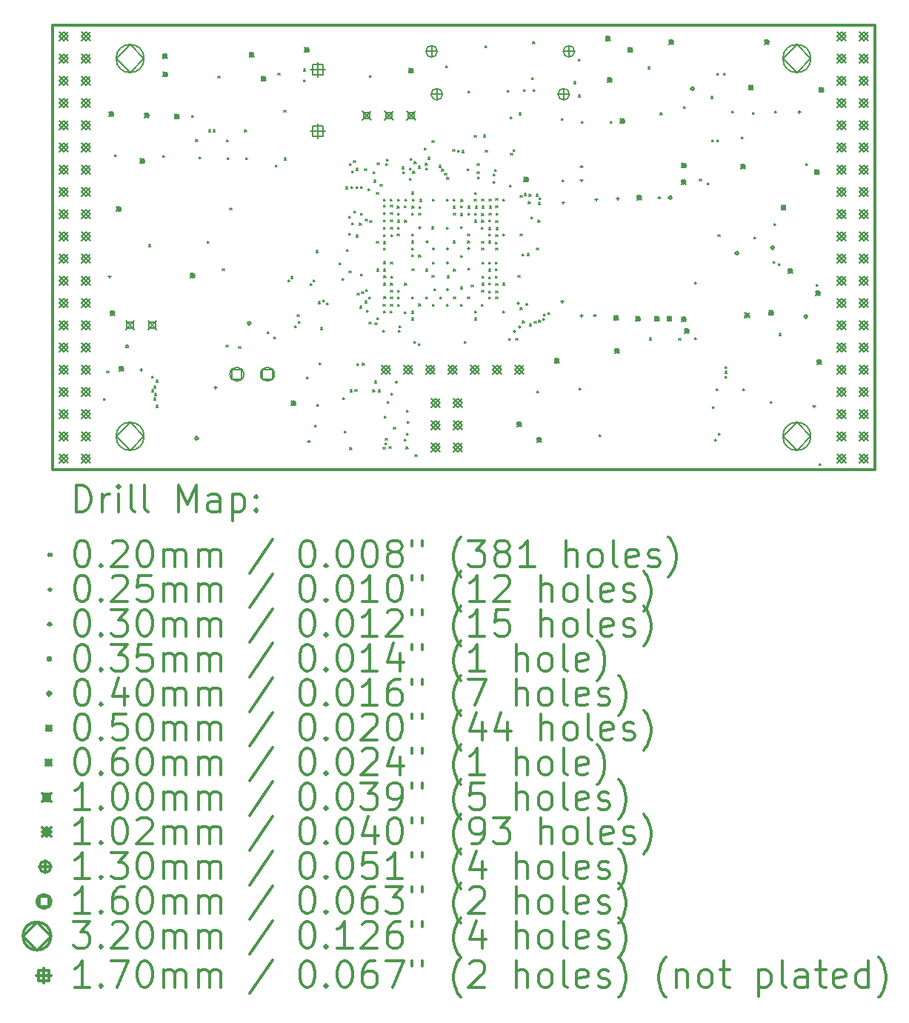
<source format=gbr>
%FSLAX45Y45*%
G04 Gerber Fmt 4.5, Leading zero omitted, Abs format (unit mm)*
G04 Created by KiCad (PCBNEW 5.0.0-rc2+dfsg1-3) date Thu Jul  5 08:26:02 2018*
%MOMM*%
%LPD*%
G01*
G04 APERTURE LIST*
%ADD10C,0.300000*%
%ADD11C,0.200000*%
G04 APERTURE END LIST*
D10*
X9410000Y-6142000D02*
X9410000Y-11222000D01*
X18808000Y-6142000D02*
X9410000Y-6142000D01*
X18808000Y-11222000D02*
X18808000Y-6142000D01*
X9410000Y-11222000D02*
X18808000Y-11222000D01*
D11*
X9998000Y-10410000D02*
X10018000Y-10430000D01*
X10018000Y-10410000D02*
X9998000Y-10430000D01*
X10035000Y-10094400D02*
X10055000Y-10114400D01*
X10055000Y-10094400D02*
X10035000Y-10114400D01*
X10125400Y-7619700D02*
X10145400Y-7639700D01*
X10145400Y-7619700D02*
X10125400Y-7639700D01*
X10514501Y-8649556D02*
X10534501Y-8669556D01*
X10534501Y-8649556D02*
X10514501Y-8669556D01*
X10545314Y-10310867D02*
X10565314Y-10330867D01*
X10565314Y-10310867D02*
X10545314Y-10330867D01*
X10547276Y-10151849D02*
X10567276Y-10171849D01*
X10567276Y-10151849D02*
X10547276Y-10171849D01*
X10574100Y-10266721D02*
X10594100Y-10286721D01*
X10594100Y-10266721D02*
X10574100Y-10286721D01*
X10574777Y-10403885D02*
X10594777Y-10423885D01*
X10594777Y-10403885D02*
X10574777Y-10423885D01*
X10579048Y-10351357D02*
X10599048Y-10371357D01*
X10599048Y-10351357D02*
X10579048Y-10371357D01*
X10597613Y-10199347D02*
X10617613Y-10219347D01*
X10617613Y-10199347D02*
X10597613Y-10219347D01*
X10598875Y-10487404D02*
X10618875Y-10507404D01*
X10618875Y-10487404D02*
X10598875Y-10507404D01*
X10671500Y-7632400D02*
X10691500Y-7652400D01*
X10691500Y-7632400D02*
X10671500Y-7652400D01*
X11001700Y-7175200D02*
X11021700Y-7195200D01*
X11021700Y-7175200D02*
X11001700Y-7195200D01*
X11049908Y-7448938D02*
X11069908Y-7468938D01*
X11069908Y-7448938D02*
X11049908Y-7468938D01*
X11090600Y-7645100D02*
X11110600Y-7665100D01*
X11110600Y-7645100D02*
X11090600Y-7665100D01*
X11179522Y-8615379D02*
X11199522Y-8635379D01*
X11199522Y-8615379D02*
X11179522Y-8635379D01*
X11197485Y-7337442D02*
X11217485Y-7357442D01*
X11217485Y-7337442D02*
X11197485Y-7357442D01*
X11251427Y-7337442D02*
X11271427Y-7357442D01*
X11271427Y-7337442D02*
X11251427Y-7357442D01*
X11305725Y-6724363D02*
X11325725Y-6744363D01*
X11325725Y-6724363D02*
X11305725Y-6744363D01*
X11356061Y-8927572D02*
X11376061Y-8947572D01*
X11376061Y-8927572D02*
X11356061Y-8947572D01*
X11397399Y-9798805D02*
X11417399Y-9818805D01*
X11417399Y-9798805D02*
X11397399Y-9818805D01*
X11400408Y-7451220D02*
X11420408Y-7471220D01*
X11420408Y-7451220D02*
X11400408Y-7471220D01*
X11408100Y-7657800D02*
X11428100Y-7677800D01*
X11428100Y-7657800D02*
X11408100Y-7677800D01*
X11441393Y-8230943D02*
X11461393Y-8250943D01*
X11461393Y-8230943D02*
X11441393Y-8250943D01*
X11541450Y-9816800D02*
X11561450Y-9836800D01*
X11561450Y-9816800D02*
X11541450Y-9836800D01*
X11609800Y-7337442D02*
X11629800Y-7357442D01*
X11629800Y-7337442D02*
X11609800Y-7357442D01*
X11624000Y-7657800D02*
X11644000Y-7677800D01*
X11644000Y-7657800D02*
X11624000Y-7677800D01*
X11869741Y-9643441D02*
X11889741Y-9663441D01*
X11889741Y-9643441D02*
X11869741Y-9663441D01*
X11941500Y-9702500D02*
X11961500Y-9722500D01*
X11961500Y-9702500D02*
X11941500Y-9722500D01*
X11959215Y-7739412D02*
X11979215Y-7759412D01*
X11979215Y-7739412D02*
X11959215Y-7759412D01*
X11990800Y-6690800D02*
X12010800Y-6710800D01*
X12010800Y-6690800D02*
X11990800Y-6710800D01*
X12056498Y-7112736D02*
X12076498Y-7132736D01*
X12076498Y-7112736D02*
X12056498Y-7132736D01*
X12063993Y-7659408D02*
X12083993Y-7679408D01*
X12083993Y-7659408D02*
X12063993Y-7679408D01*
X12106600Y-9054800D02*
X12126600Y-9074800D01*
X12126600Y-9054800D02*
X12106600Y-9074800D01*
X12139415Y-9013562D02*
X12159415Y-9033562D01*
X12159415Y-9013562D02*
X12139415Y-9033562D01*
X12182800Y-9575500D02*
X12202800Y-9595500D01*
X12202800Y-9575500D02*
X12182800Y-9595500D01*
X12210364Y-9448538D02*
X12230364Y-9468538D01*
X12230364Y-9448538D02*
X12210364Y-9468538D01*
X12220900Y-9524700D02*
X12240900Y-9544700D01*
X12240900Y-9524700D02*
X12220900Y-9544700D01*
X12282618Y-6643232D02*
X12302618Y-6663232D01*
X12302618Y-6643232D02*
X12282618Y-6663232D01*
X12284400Y-6768800D02*
X12304400Y-6788800D01*
X12304400Y-6768800D02*
X12284400Y-6788800D01*
X12317388Y-10161592D02*
X12337388Y-10181592D01*
X12337388Y-10161592D02*
X12317388Y-10181592D01*
X12360966Y-9096472D02*
X12380966Y-9116472D01*
X12380966Y-9096472D02*
X12360966Y-9116472D01*
X12391502Y-9053519D02*
X12411502Y-9073519D01*
X12411502Y-9053519D02*
X12391502Y-9073519D01*
X12410242Y-10710764D02*
X12430242Y-10730764D01*
X12430242Y-10710764D02*
X12410242Y-10730764D01*
X12426118Y-8717437D02*
X12446118Y-8737437D01*
X12446118Y-8717437D02*
X12426118Y-8737437D01*
X12426118Y-8717437D02*
X12446118Y-8737437D01*
X12446118Y-8717437D02*
X12426118Y-8737437D01*
X12434879Y-10477573D02*
X12454879Y-10497573D01*
X12454879Y-10477573D02*
X12434879Y-10497573D01*
X12453269Y-9302035D02*
X12473269Y-9322035D01*
X12473269Y-9302035D02*
X12453269Y-9322035D01*
X12460744Y-10002698D02*
X12480744Y-10022698D01*
X12480744Y-10002698D02*
X12460744Y-10022698D01*
X12474902Y-9600287D02*
X12494902Y-9620287D01*
X12494902Y-9600287D02*
X12474902Y-9620287D01*
X12501033Y-9279764D02*
X12521033Y-9299764D01*
X12521033Y-9279764D02*
X12501033Y-9299764D01*
X12542510Y-9313676D02*
X12562510Y-9333676D01*
X12562510Y-9313676D02*
X12542510Y-9333676D01*
X12687018Y-8855931D02*
X12707018Y-8875931D01*
X12707018Y-8855931D02*
X12687018Y-8875931D01*
X12720111Y-9035435D02*
X12740111Y-9055435D01*
X12740111Y-9035435D02*
X12720111Y-9055435D01*
X12731909Y-10397773D02*
X12751909Y-10417773D01*
X12751909Y-10397773D02*
X12731909Y-10417773D01*
X12748660Y-10777504D02*
X12768660Y-10797504D01*
X12768660Y-10777504D02*
X12748660Y-10797504D01*
X12764988Y-7989114D02*
X12784988Y-8009114D01*
X12784988Y-7989114D02*
X12764988Y-8009114D01*
X12771035Y-8708207D02*
X12791035Y-8728207D01*
X12791035Y-8708207D02*
X12771035Y-8728207D01*
X12796207Y-8322888D02*
X12816207Y-8342888D01*
X12816207Y-8322888D02*
X12796207Y-8342888D01*
X12799179Y-8517702D02*
X12819179Y-8537702D01*
X12819179Y-8517702D02*
X12799179Y-8537702D01*
X12803679Y-8951152D02*
X12823679Y-8971152D01*
X12823679Y-8951152D02*
X12803679Y-8971152D01*
X12805201Y-7723267D02*
X12825201Y-7743267D01*
X12825201Y-7723267D02*
X12805201Y-7743267D01*
X12811634Y-10971333D02*
X12831634Y-10991333D01*
X12831634Y-10971333D02*
X12811634Y-10991333D01*
X12814780Y-10310898D02*
X12834780Y-10330898D01*
X12834780Y-10310898D02*
X12814780Y-10330898D01*
X12822879Y-7985310D02*
X12842879Y-8005310D01*
X12842879Y-7985310D02*
X12822879Y-8005310D01*
X12834680Y-7807951D02*
X12854680Y-7827951D01*
X12854680Y-7807951D02*
X12834680Y-7827951D01*
X12835268Y-8401687D02*
X12855268Y-8421687D01*
X12855268Y-8401687D02*
X12835268Y-8421687D01*
X12854493Y-7691566D02*
X12874493Y-7711566D01*
X12874493Y-7691566D02*
X12854493Y-7711566D01*
X12859178Y-8263722D02*
X12879178Y-8283722D01*
X12879178Y-8263722D02*
X12859178Y-8283722D01*
X12870682Y-10308590D02*
X12890682Y-10328590D01*
X12890682Y-10308590D02*
X12870682Y-10328590D01*
X12880857Y-7988548D02*
X12900857Y-8008548D01*
X12900857Y-7988548D02*
X12880857Y-8008548D01*
X12881301Y-8540585D02*
X12901301Y-8560585D01*
X12901301Y-8540585D02*
X12881301Y-8560585D01*
X12886175Y-7777882D02*
X12906175Y-7797882D01*
X12906175Y-7777882D02*
X12886175Y-7797882D01*
X12890520Y-10007480D02*
X12910520Y-10027480D01*
X12910520Y-10007480D02*
X12890520Y-10027480D01*
X12895573Y-9206272D02*
X12915573Y-9226272D01*
X12915573Y-9206272D02*
X12895573Y-9226272D01*
X12920256Y-8405350D02*
X12940256Y-8425350D01*
X12940256Y-8405350D02*
X12920256Y-8425350D01*
X12926203Y-9354578D02*
X12946203Y-9374578D01*
X12946203Y-9354578D02*
X12926203Y-9374578D01*
X12933760Y-7984679D02*
X12953760Y-8004679D01*
X12953760Y-7984679D02*
X12933760Y-8004679D01*
X12934924Y-8983794D02*
X12954924Y-9003794D01*
X12954924Y-8983794D02*
X12934924Y-9003794D01*
X12935809Y-8290406D02*
X12955809Y-8310406D01*
X12955809Y-8290406D02*
X12935809Y-8310406D01*
X12946857Y-9190566D02*
X12966857Y-9210566D01*
X12966857Y-9190566D02*
X12946857Y-9210566D01*
X12956000Y-10005500D02*
X12976000Y-10025500D01*
X12976000Y-10005500D02*
X12956000Y-10025500D01*
X12982095Y-7781082D02*
X13002095Y-7801082D01*
X13002095Y-7781082D02*
X12982095Y-7801082D01*
X12987271Y-9293510D02*
X13007271Y-9313510D01*
X13007271Y-9293510D02*
X12987271Y-9313510D01*
X12989202Y-8359151D02*
X13009202Y-8379151D01*
X13009202Y-8359151D02*
X12989202Y-8379151D01*
X12991955Y-9163298D02*
X13011955Y-9183298D01*
X13011955Y-9163298D02*
X12991955Y-9183298D01*
X13002337Y-9402267D02*
X13022337Y-9422267D01*
X13022337Y-9402267D02*
X13002337Y-9422267D01*
X13017215Y-8013821D02*
X13037215Y-8033821D01*
X13037215Y-8013821D02*
X13017215Y-8033821D01*
X13028454Y-9248473D02*
X13048454Y-9268473D01*
X13048454Y-9248473D02*
X13028454Y-9268473D01*
X13032200Y-9535600D02*
X13052200Y-9555600D01*
X13052200Y-9535600D02*
X13032200Y-9555600D01*
X13033700Y-6718000D02*
X13053700Y-6738000D01*
X13053700Y-6718000D02*
X13033700Y-6738000D01*
X13038793Y-8376986D02*
X13058793Y-8396986D01*
X13058793Y-8376986D02*
X13038793Y-8396986D01*
X13073948Y-10310899D02*
X13093948Y-10330899D01*
X13093948Y-10310899D02*
X13073948Y-10330899D01*
X13077859Y-7815329D02*
X13097859Y-7835329D01*
X13097859Y-7815329D02*
X13077859Y-7835329D01*
X13085264Y-7914901D02*
X13105264Y-7934901D01*
X13105264Y-7914901D02*
X13085264Y-7934901D01*
X13093907Y-10208700D02*
X13113907Y-10228700D01*
X13113907Y-10208700D02*
X13093907Y-10228700D01*
X13098471Y-9546418D02*
X13118471Y-9566418D01*
X13118471Y-9546418D02*
X13098471Y-9566418D01*
X13116430Y-8612711D02*
X13136430Y-8632711D01*
X13136430Y-8612711D02*
X13116430Y-8632711D01*
X13116518Y-8052178D02*
X13136518Y-8072178D01*
X13136518Y-8052178D02*
X13116518Y-8072178D01*
X13117950Y-8930733D02*
X13137950Y-8950733D01*
X13137950Y-8930733D02*
X13117950Y-8950733D01*
X13121616Y-9485914D02*
X13141616Y-9505914D01*
X13141616Y-9485914D02*
X13121616Y-9505914D01*
X13125345Y-7716470D02*
X13145345Y-7736470D01*
X13145345Y-7716470D02*
X13125345Y-7736470D01*
X13135385Y-10310829D02*
X13155385Y-10330829D01*
X13155385Y-10310829D02*
X13135385Y-10330829D01*
X13157757Y-7959799D02*
X13177757Y-7979799D01*
X13177757Y-7959799D02*
X13157757Y-7979799D01*
X13188633Y-9630479D02*
X13208633Y-9650479D01*
X13208633Y-9630479D02*
X13188633Y-9650479D01*
X13192441Y-10966678D02*
X13212441Y-10986678D01*
X13212441Y-10966678D02*
X13192441Y-10986678D01*
X13193199Y-9330000D02*
X13213199Y-9350000D01*
X13213199Y-9330000D02*
X13193199Y-9350000D01*
X13197562Y-8931064D02*
X13217562Y-8951064D01*
X13217562Y-8931064D02*
X13197562Y-8951064D01*
X13197734Y-9090201D02*
X13217734Y-9110201D01*
X13217734Y-9090201D02*
X13197734Y-9110201D01*
X13197902Y-8284734D02*
X13217902Y-8304734D01*
X13217902Y-8284734D02*
X13197902Y-8304734D01*
X13197999Y-8200333D02*
X13217999Y-8220333D01*
X13217999Y-8200333D02*
X13197999Y-8220333D01*
X13198000Y-8690000D02*
X13218000Y-8710000D01*
X13218000Y-8690000D02*
X13198000Y-8710000D01*
X13198000Y-9410000D02*
X13218000Y-9430000D01*
X13218000Y-9410000D02*
X13198000Y-9430000D01*
X13198303Y-8616041D02*
X13218303Y-8636041D01*
X13218303Y-8616041D02*
X13198303Y-8636041D01*
X13198368Y-8369136D02*
X13218368Y-8389136D01*
X13218368Y-8369136D02*
X13198368Y-8389136D01*
X13198405Y-8845827D02*
X13218405Y-8865827D01*
X13218405Y-8845827D02*
X13198405Y-8865827D01*
X13198801Y-8130801D02*
X13218801Y-8150801D01*
X13218801Y-8130801D02*
X13198801Y-8150801D01*
X13198979Y-8537938D02*
X13218979Y-8557938D01*
X13218979Y-8537938D02*
X13198979Y-8557938D01*
X13199289Y-8453537D02*
X13219289Y-8473537D01*
X13219289Y-8453537D02*
X13199289Y-8473537D01*
X13200000Y-9005799D02*
X13220000Y-9025799D01*
X13220000Y-9005799D02*
X13200000Y-9025799D01*
X13201075Y-9242748D02*
X13221075Y-9262748D01*
X13221075Y-9242748D02*
X13201075Y-9262748D01*
X13206286Y-10608587D02*
X13226286Y-10628587D01*
X13226286Y-10608587D02*
X13206286Y-10628587D01*
X13211973Y-10917729D02*
X13231973Y-10937729D01*
X13231973Y-10917729D02*
X13211973Y-10937729D01*
X13218587Y-10865445D02*
X13238587Y-10885445D01*
X13238587Y-10865445D02*
X13218587Y-10885445D01*
X13220903Y-7724256D02*
X13240903Y-7744256D01*
X13240903Y-7724256D02*
X13220903Y-7744256D01*
X13232873Y-7672932D02*
X13252873Y-7692932D01*
X13252873Y-7672932D02*
X13232873Y-7692932D01*
X13236800Y-10440341D02*
X13256800Y-10460341D01*
X13256800Y-10440341D02*
X13236800Y-10460341D01*
X13260800Y-10958000D02*
X13280800Y-10978000D01*
X13280800Y-10958000D02*
X13260800Y-10978000D01*
X13272048Y-8130098D02*
X13292048Y-8150098D01*
X13292048Y-8130098D02*
X13272048Y-8150098D01*
X13274623Y-9409707D02*
X13294623Y-9429707D01*
X13294623Y-9409707D02*
X13274623Y-9429707D01*
X13277261Y-8284735D02*
X13297261Y-8304735D01*
X13297261Y-8284735D02*
X13277261Y-8304735D01*
X13278000Y-8200334D02*
X13298000Y-8220334D01*
X13298000Y-8200334D02*
X13278000Y-8220334D01*
X13278000Y-8850000D02*
X13298000Y-8870000D01*
X13298000Y-8850000D02*
X13278000Y-8870000D01*
X13278000Y-9090000D02*
X13298000Y-9110000D01*
X13298000Y-9090000D02*
X13278000Y-9110000D01*
X13278000Y-9170000D02*
X13298000Y-9190000D01*
X13298000Y-9170000D02*
X13278000Y-9190000D01*
X13278000Y-9250000D02*
X13298000Y-9270000D01*
X13298000Y-9250000D02*
X13278000Y-9270000D01*
X13278000Y-9330000D02*
X13298000Y-9350000D01*
X13298000Y-9330000D02*
X13278000Y-9350000D01*
X13278175Y-8369136D02*
X13298175Y-8389136D01*
X13298175Y-8369136D02*
X13278175Y-8389136D01*
X13278218Y-8453537D02*
X13298218Y-8473537D01*
X13298218Y-8453537D02*
X13278218Y-8473537D01*
X13279688Y-8536938D02*
X13299688Y-8556938D01*
X13299688Y-8536938D02*
X13279688Y-8556938D01*
X13280000Y-9008000D02*
X13300000Y-9028000D01*
X13300000Y-9008000D02*
X13280000Y-9028000D01*
X13282849Y-10350134D02*
X13302849Y-10370134D01*
X13302849Y-10350134D02*
X13282849Y-10370134D01*
X13311600Y-10736500D02*
X13331600Y-10756500D01*
X13331600Y-10736500D02*
X13311600Y-10756500D01*
X13352314Y-8526642D02*
X13372314Y-8546642D01*
X13372314Y-8526642D02*
X13352314Y-8546642D01*
X13354839Y-8209060D02*
X13374839Y-8229060D01*
X13374839Y-8209060D02*
X13354839Y-8229060D01*
X13356449Y-8131468D02*
X13376449Y-8151468D01*
X13376449Y-8131468D02*
X13356449Y-8151468D01*
X13357194Y-8449520D02*
X13377194Y-8469520D01*
X13377194Y-8449520D02*
X13357194Y-8469520D01*
X13358000Y-8290000D02*
X13378000Y-8310000D01*
X13378000Y-8290000D02*
X13358000Y-8310000D01*
X13358000Y-8370000D02*
X13378000Y-8390000D01*
X13378000Y-8370000D02*
X13358000Y-8390000D01*
X13358000Y-9170000D02*
X13378000Y-9190000D01*
X13378000Y-9170000D02*
X13358000Y-9190000D01*
X13358000Y-9250000D02*
X13378000Y-9270000D01*
X13378000Y-9250000D02*
X13358000Y-9270000D01*
X13358548Y-9330230D02*
X13378548Y-9350230D01*
X13378548Y-9330230D02*
X13358548Y-9350230D01*
X13366285Y-9629515D02*
X13386285Y-9649515D01*
X13386285Y-9629515D02*
X13366285Y-9649515D01*
X13375239Y-9577580D02*
X13395239Y-9597580D01*
X13395239Y-9577580D02*
X13375239Y-9597580D01*
X13407730Y-7762109D02*
X13427730Y-7782109D01*
X13427730Y-7762109D02*
X13407730Y-7782109D01*
X13415018Y-7815381D02*
X13435018Y-7835381D01*
X13435018Y-7815381D02*
X13415018Y-7835381D01*
X13433398Y-8208015D02*
X13453398Y-8228015D01*
X13453398Y-8208015D02*
X13433398Y-8228015D01*
X13435582Y-9416717D02*
X13455582Y-9436717D01*
X13455582Y-9416717D02*
X13435582Y-9436717D01*
X13436400Y-10874197D02*
X13456400Y-10894197D01*
X13456400Y-10874197D02*
X13436400Y-10894197D01*
X13438000Y-8370000D02*
X13458000Y-8390000D01*
X13458000Y-8370000D02*
X13438000Y-8390000D01*
X13438000Y-9090000D02*
X13458000Y-9110000D01*
X13458000Y-9090000D02*
X13438000Y-9110000D01*
X13440850Y-8130675D02*
X13460850Y-8150675D01*
X13460850Y-8130675D02*
X13440850Y-8150675D01*
X13453687Y-10961995D02*
X13473687Y-10981995D01*
X13473687Y-10961995D02*
X13453687Y-10981995D01*
X13457587Y-10803159D02*
X13477587Y-10823159D01*
X13477587Y-10803159D02*
X13457587Y-10823159D01*
X13460735Y-10540845D02*
X13480735Y-10560845D01*
X13480735Y-10540845D02*
X13460735Y-10560845D01*
X13465065Y-10671051D02*
X13485065Y-10691051D01*
X13485065Y-10671051D02*
X13465065Y-10691051D01*
X13492132Y-7892495D02*
X13512132Y-7912495D01*
X13512132Y-7892495D02*
X13492132Y-7912495D01*
X13493478Y-7773120D02*
X13513478Y-7793120D01*
X13513478Y-7773120D02*
X13493478Y-7793120D01*
X13502968Y-7663013D02*
X13522968Y-7683013D01*
X13522968Y-7663013D02*
X13502968Y-7683013D01*
X13516300Y-8762700D02*
X13536300Y-8782700D01*
X13536300Y-8762700D02*
X13516300Y-8782700D01*
X13518000Y-8292201D02*
X13538000Y-8312201D01*
X13538000Y-8292201D02*
X13518000Y-8312201D01*
X13518000Y-8530000D02*
X13538000Y-8550000D01*
X13538000Y-8530000D02*
X13518000Y-8550000D01*
X13518000Y-8610000D02*
X13538000Y-8630000D01*
X13538000Y-8610000D02*
X13518000Y-8630000D01*
X13518000Y-8690000D02*
X13538000Y-8710000D01*
X13538000Y-8690000D02*
X13518000Y-8710000D01*
X13518000Y-9250000D02*
X13538000Y-9270000D01*
X13538000Y-9250000D02*
X13518000Y-9270000D01*
X13518128Y-8048312D02*
X13538128Y-8068312D01*
X13538128Y-8048312D02*
X13518128Y-8068312D01*
X13518463Y-9488530D02*
X13538463Y-9508530D01*
X13538463Y-9488530D02*
X13518463Y-9508530D01*
X13518862Y-9412562D02*
X13538862Y-9432562D01*
X13538862Y-9412562D02*
X13518862Y-9432562D01*
X13521538Y-8209385D02*
X13541538Y-8229385D01*
X13541538Y-8209385D02*
X13521538Y-8229385D01*
X13524276Y-8928163D02*
X13544276Y-8948163D01*
X13544276Y-8928163D02*
X13524276Y-8948163D01*
X13525957Y-8129544D02*
X13545957Y-8149544D01*
X13545957Y-8129544D02*
X13525957Y-8149544D01*
X13531439Y-7812965D02*
X13551439Y-7832965D01*
X13551439Y-7812965D02*
X13531439Y-7832965D01*
X13541700Y-9753300D02*
X13561700Y-9773300D01*
X13561700Y-9753300D02*
X13541700Y-9773300D01*
X13548770Y-7704070D02*
X13568770Y-7724070D01*
X13568770Y-7704070D02*
X13548770Y-7724070D01*
X13555656Y-11051071D02*
X13575656Y-11071071D01*
X13575656Y-11051071D02*
X13555656Y-11071071D01*
X13594882Y-7754550D02*
X13614882Y-7774550D01*
X13614882Y-7754550D02*
X13594882Y-7774550D01*
X13595027Y-9781423D02*
X13615027Y-9801423D01*
X13615027Y-9781423D02*
X13595027Y-9801423D01*
X13598000Y-8290000D02*
X13618000Y-8310000D01*
X13618000Y-8290000D02*
X13598000Y-8310000D01*
X13598000Y-8770000D02*
X13618000Y-8790000D01*
X13618000Y-8770000D02*
X13598000Y-8790000D01*
X13599596Y-9326965D02*
X13619596Y-9346965D01*
X13619596Y-9326965D02*
X13599596Y-9346965D01*
X13602455Y-8216004D02*
X13622455Y-8236004D01*
X13622455Y-8216004D02*
X13602455Y-8236004D01*
X13613334Y-8133723D02*
X13633334Y-8153723D01*
X13633334Y-8133723D02*
X13613334Y-8153723D01*
X13664259Y-7547941D02*
X13684259Y-7567941D01*
X13684259Y-7547941D02*
X13664259Y-7567941D01*
X13676320Y-7718760D02*
X13696320Y-7738760D01*
X13696320Y-7718760D02*
X13676320Y-7738760D01*
X13678000Y-8930000D02*
X13698000Y-8950000D01*
X13698000Y-8930000D02*
X13678000Y-8950000D01*
X13678000Y-9250000D02*
X13698000Y-9270000D01*
X13698000Y-9250000D02*
X13678000Y-9270000D01*
X13679461Y-7776107D02*
X13699461Y-7796107D01*
X13699461Y-7776107D02*
X13679461Y-7796107D01*
X13707437Y-7652487D02*
X13727437Y-7672487D01*
X13727437Y-7652487D02*
X13707437Y-7672487D01*
X13745078Y-8447729D02*
X13765078Y-8467729D01*
X13765078Y-8447729D02*
X13745078Y-8467729D01*
X13752489Y-9002290D02*
X13772489Y-9022290D01*
X13772489Y-9002290D02*
X13752489Y-9022290D01*
X13752520Y-7459680D02*
X13772520Y-7479680D01*
X13772520Y-7459680D02*
X13752520Y-7479680D01*
X13758000Y-8130000D02*
X13778000Y-8150000D01*
X13778000Y-8130000D02*
X13758000Y-8150000D01*
X13758000Y-8850000D02*
X13778000Y-8870000D01*
X13778000Y-8850000D02*
X13758000Y-8870000D01*
X13758000Y-9330000D02*
X13778000Y-9350000D01*
X13778000Y-9330000D02*
X13758000Y-9350000D01*
X13770300Y-9156400D02*
X13790300Y-9176400D01*
X13790300Y-9156400D02*
X13770300Y-9176400D01*
X13830592Y-7745154D02*
X13850592Y-7765154D01*
X13850592Y-7745154D02*
X13830592Y-7765154D01*
X13838000Y-9250000D02*
X13858000Y-9270000D01*
X13858000Y-9250000D02*
X13838000Y-9270000D01*
X13862293Y-7788159D02*
X13882293Y-7808159D01*
X13882293Y-7788159D02*
X13862293Y-7808159D01*
X13893994Y-7831909D02*
X13913994Y-7851909D01*
X13913994Y-7831909D02*
X13893994Y-7851909D01*
X13910000Y-6603700D02*
X13930000Y-6623700D01*
X13930000Y-6603700D02*
X13910000Y-6623700D01*
X13917252Y-8451135D02*
X13937252Y-8471135D01*
X13937252Y-8451135D02*
X13917252Y-8471135D01*
X13918000Y-8130000D02*
X13938000Y-8150000D01*
X13938000Y-8130000D02*
X13918000Y-8150000D01*
X13918000Y-9330000D02*
X13938000Y-9350000D01*
X13938000Y-9330000D02*
X13918000Y-9350000D01*
X13921466Y-7881869D02*
X13941466Y-7901869D01*
X13941466Y-7881869D02*
X13921466Y-7901869D01*
X13922232Y-9006404D02*
X13942232Y-9026404D01*
X13942232Y-9006404D02*
X13922232Y-9026404D01*
X13989274Y-7564800D02*
X14009274Y-7584800D01*
X14009274Y-7564800D02*
X13989274Y-7584800D01*
X13991460Y-8609297D02*
X14011460Y-8629297D01*
X14011460Y-8609297D02*
X13991460Y-8629297D01*
X13992898Y-8130000D02*
X14012898Y-8150000D01*
X14012898Y-8130000D02*
X13992898Y-8150000D01*
X13992898Y-8210000D02*
X14012898Y-8230000D01*
X14012898Y-8210000D02*
X13992898Y-8230000D01*
X13996000Y-8292000D02*
X14016000Y-8312000D01*
X14016000Y-8292000D02*
X13996000Y-8312000D01*
X13998000Y-8930000D02*
X14018000Y-8950000D01*
X14018000Y-8930000D02*
X13998000Y-8950000D01*
X13998000Y-9250000D02*
X14018000Y-9270000D01*
X14018000Y-9250000D02*
X13998000Y-9270000D01*
X14041773Y-7569399D02*
X14061773Y-7589399D01*
X14061773Y-7569399D02*
X14041773Y-7589399D01*
X14076133Y-8294127D02*
X14096133Y-8314127D01*
X14096133Y-8294127D02*
X14076133Y-8314127D01*
X14077299Y-8207716D02*
X14097299Y-8227716D01*
X14097299Y-8207716D02*
X14077299Y-8227716D01*
X14077419Y-9133335D02*
X14097419Y-9153335D01*
X14097419Y-9133335D02*
X14077419Y-9153335D01*
X14077693Y-8445254D02*
X14097693Y-8465254D01*
X14097693Y-8445254D02*
X14077693Y-8465254D01*
X14078000Y-9330000D02*
X14098000Y-9350000D01*
X14098000Y-9330000D02*
X14078000Y-9350000D01*
X14079623Y-8771623D02*
X14099623Y-8791623D01*
X14099623Y-8771623D02*
X14079623Y-8791623D01*
X14082264Y-8134744D02*
X14102264Y-8154744D01*
X14102264Y-8134744D02*
X14082264Y-8154744D01*
X14094211Y-7574661D02*
X14114211Y-7594661D01*
X14114211Y-7574661D02*
X14094211Y-7594661D01*
X14118066Y-9754201D02*
X14138066Y-9774201D01*
X14138066Y-9754201D02*
X14118066Y-9774201D01*
X14152481Y-7781450D02*
X14172481Y-7801450D01*
X14172481Y-7781450D02*
X14152481Y-7801450D01*
X14158000Y-8530000D02*
X14178000Y-8550000D01*
X14178000Y-8530000D02*
X14158000Y-8550000D01*
X14158000Y-8610000D02*
X14178000Y-8630000D01*
X14178000Y-8610000D02*
X14158000Y-8630000D01*
X14158000Y-9250000D02*
X14178000Y-9270000D01*
X14178000Y-9250000D02*
X14158000Y-9270000D01*
X14162701Y-8209494D02*
X14182701Y-8229494D01*
X14182701Y-8209494D02*
X14162701Y-8229494D01*
X14162701Y-8289887D02*
X14182701Y-8309887D01*
X14182701Y-8289887D02*
X14162701Y-8309887D01*
X14164000Y-8915099D02*
X14184000Y-8935099D01*
X14184000Y-8915099D02*
X14164000Y-8935099D01*
X14164285Y-6893836D02*
X14184285Y-6913836D01*
X14184285Y-6893836D02*
X14164285Y-6913836D01*
X14200722Y-9110102D02*
X14220722Y-9130102D01*
X14220722Y-9110102D02*
X14200722Y-9130102D01*
X14233699Y-7403800D02*
X14253699Y-7423800D01*
X14253699Y-7403800D02*
X14233699Y-7423800D01*
X14235032Y-8132000D02*
X14255032Y-8152000D01*
X14255032Y-8132000D02*
X14235032Y-8152000D01*
X14236000Y-8052000D02*
X14256000Y-8072000D01*
X14256000Y-8052000D02*
X14236000Y-8072000D01*
X14236000Y-8292000D02*
X14256000Y-8312000D01*
X14256000Y-8292000D02*
X14236000Y-8312000D01*
X14238000Y-8370000D02*
X14258000Y-8390000D01*
X14258000Y-8370000D02*
X14238000Y-8390000D01*
X14238000Y-9410000D02*
X14258000Y-9430000D01*
X14258000Y-9410000D02*
X14238000Y-9430000D01*
X14238000Y-9490000D02*
X14258000Y-9510000D01*
X14258000Y-9490000D02*
X14238000Y-9510000D01*
X14247102Y-8210435D02*
X14267102Y-8230435D01*
X14267102Y-8210435D02*
X14247102Y-8230435D01*
X14268441Y-7818307D02*
X14288441Y-7838307D01*
X14288441Y-7818307D02*
X14268441Y-7838307D01*
X14268583Y-7724192D02*
X14288583Y-7744192D01*
X14288583Y-7724192D02*
X14268583Y-7744192D01*
X14271130Y-7874603D02*
X14291130Y-7894603D01*
X14291130Y-7874603D02*
X14271130Y-7894603D01*
X14316000Y-8452000D02*
X14336000Y-8472000D01*
X14336000Y-8452000D02*
X14316000Y-8472000D01*
X14316969Y-9331491D02*
X14336969Y-9351491D01*
X14336969Y-9331491D02*
X14316969Y-9351491D01*
X14318000Y-8370000D02*
X14338000Y-8390000D01*
X14338000Y-8370000D02*
X14318000Y-8390000D01*
X14318000Y-8690000D02*
X14338000Y-8710000D01*
X14338000Y-8690000D02*
X14318000Y-8710000D01*
X14318000Y-9170000D02*
X14338000Y-9190000D01*
X14338000Y-9170000D02*
X14318000Y-9190000D01*
X14318740Y-8294201D02*
X14338740Y-8314201D01*
X14338740Y-8294201D02*
X14318740Y-8314201D01*
X14319433Y-8127729D02*
X14339433Y-8147729D01*
X14339433Y-8127729D02*
X14319433Y-8147729D01*
X14320000Y-8612000D02*
X14340000Y-8632000D01*
X14340000Y-8612000D02*
X14320000Y-8632000D01*
X14322201Y-8849503D02*
X14342201Y-8869503D01*
X14342201Y-8849503D02*
X14322201Y-8869503D01*
X14322201Y-9010195D02*
X14342201Y-9030195D01*
X14342201Y-9010195D02*
X14322201Y-9030195D01*
X14322201Y-9090066D02*
X14342201Y-9110066D01*
X14342201Y-9090066D02*
X14322201Y-9110066D01*
X14323265Y-8209799D02*
X14343265Y-8229799D01*
X14343265Y-8209799D02*
X14323265Y-8229799D01*
X14341800Y-7397450D02*
X14361800Y-7417450D01*
X14361800Y-7397450D02*
X14341800Y-7417450D01*
X14355067Y-6376252D02*
X14375067Y-6396252D01*
X14375067Y-6376252D02*
X14355067Y-6396252D01*
X14360888Y-7571730D02*
X14380888Y-7591730D01*
X14380888Y-7571730D02*
X14360888Y-7591730D01*
X14396483Y-9177765D02*
X14416483Y-9197765D01*
X14416483Y-9177765D02*
X14396483Y-9197765D01*
X14397624Y-8929530D02*
X14417624Y-8949530D01*
X14417624Y-8929530D02*
X14397624Y-8949530D01*
X14397701Y-9016697D02*
X14417701Y-9036697D01*
X14417701Y-9016697D02*
X14397701Y-9036697D01*
X14398000Y-8610000D02*
X14418000Y-8630000D01*
X14418000Y-8610000D02*
X14398000Y-8630000D01*
X14398000Y-9085650D02*
X14418000Y-9105650D01*
X14418000Y-9085650D02*
X14398000Y-9105650D01*
X14398283Y-8848451D02*
X14418283Y-8868451D01*
X14418283Y-8848451D02*
X14398283Y-8868451D01*
X14400201Y-8529722D02*
X14420201Y-8549722D01*
X14420201Y-8529722D02*
X14400201Y-8549722D01*
X14400319Y-8367799D02*
X14420319Y-8387799D01*
X14420319Y-8367799D02*
X14400319Y-8387799D01*
X14400350Y-8456040D02*
X14420350Y-8476040D01*
X14420350Y-8456040D02*
X14400350Y-8476040D01*
X14401325Y-9248876D02*
X14421325Y-9268876D01*
X14421325Y-9248876D02*
X14401325Y-9268876D01*
X14403141Y-8290000D02*
X14423141Y-8310000D01*
X14423141Y-8290000D02*
X14403141Y-8310000D01*
X14403835Y-8128377D02*
X14423835Y-8148377D01*
X14423835Y-8128377D02*
X14403835Y-8148377D01*
X14407666Y-8210000D02*
X14427666Y-8230000D01*
X14427666Y-8210000D02*
X14407666Y-8230000D01*
X14450634Y-7841735D02*
X14470634Y-7861735D01*
X14470634Y-7841735D02*
X14450634Y-7861735D01*
X14450634Y-7926136D02*
X14470634Y-7946136D01*
X14470634Y-7926136D02*
X14450634Y-7946136D01*
X14469153Y-7792394D02*
X14489153Y-7812394D01*
X14489153Y-7792394D02*
X14469153Y-7812394D01*
X14475676Y-8924990D02*
X14495676Y-8944990D01*
X14495676Y-8924990D02*
X14475676Y-8944990D01*
X14476724Y-9009392D02*
X14496724Y-9029392D01*
X14496724Y-9009392D02*
X14476724Y-9029392D01*
X14477515Y-8619275D02*
X14497515Y-8639275D01*
X14497515Y-8619275D02*
X14477515Y-8639275D01*
X14477765Y-8852201D02*
X14497765Y-8872201D01*
X14497765Y-8852201D02*
X14477765Y-8872201D01*
X14478235Y-9247799D02*
X14498235Y-9267799D01*
X14498235Y-9247799D02*
X14478235Y-9267799D01*
X14478778Y-8123192D02*
X14498778Y-8143192D01*
X14498778Y-8123192D02*
X14478778Y-8143192D01*
X14478812Y-8207593D02*
X14498812Y-8227593D01*
X14498812Y-8207593D02*
X14478812Y-8227593D01*
X14478935Y-8534874D02*
X14498935Y-8554874D01*
X14498935Y-8534874D02*
X14478935Y-8554874D01*
X14479160Y-9178194D02*
X14499160Y-9198194D01*
X14499160Y-9178194D02*
X14479160Y-9198194D01*
X14479432Y-8687756D02*
X14499432Y-8707756D01*
X14499432Y-8687756D02*
X14479432Y-8707756D01*
X14479670Y-8376395D02*
X14499670Y-8396395D01*
X14499670Y-8376395D02*
X14479670Y-8396395D01*
X14480294Y-9093793D02*
X14500294Y-9113793D01*
X14500294Y-9093793D02*
X14480294Y-9113793D01*
X14481241Y-8455796D02*
X14501241Y-8475796D01*
X14501241Y-8455796D02*
X14481241Y-8475796D01*
X14481689Y-8291994D02*
X14501689Y-8311994D01*
X14501689Y-8291994D02*
X14481689Y-8311994D01*
X14557281Y-8529606D02*
X14577281Y-8549606D01*
X14577281Y-8529606D02*
X14557281Y-8549606D01*
X14558000Y-8130512D02*
X14578000Y-8150512D01*
X14578000Y-8130512D02*
X14558000Y-8150512D01*
X14558739Y-9089665D02*
X14578739Y-9109665D01*
X14578739Y-9089665D02*
X14558739Y-9109665D01*
X14559124Y-9406675D02*
X14579124Y-9426675D01*
X14579124Y-9406675D02*
X14559124Y-9426675D01*
X14613342Y-6884608D02*
X14633342Y-6904608D01*
X14633342Y-6884608D02*
X14613342Y-6904608D01*
X14629479Y-9723392D02*
X14649479Y-9743392D01*
X14649479Y-9723392D02*
X14629479Y-9743392D01*
X14638141Y-7971938D02*
X14658141Y-7991938D01*
X14658141Y-7971938D02*
X14638141Y-7991938D01*
X14646600Y-7187900D02*
X14666600Y-7207900D01*
X14666600Y-7187900D02*
X14646600Y-7207900D01*
X14648744Y-7607406D02*
X14668744Y-7627406D01*
X14668744Y-7607406D02*
X14648744Y-7627406D01*
X14680980Y-7560789D02*
X14700980Y-7580789D01*
X14700980Y-7560789D02*
X14680980Y-7580789D01*
X14707598Y-9723392D02*
X14727598Y-9743392D01*
X14727598Y-9723392D02*
X14707598Y-9743392D01*
X14733095Y-9001248D02*
X14753095Y-9021248D01*
X14753095Y-9001248D02*
X14733095Y-9021248D01*
X14748200Y-7143450D02*
X14768200Y-7163450D01*
X14768200Y-7143450D02*
X14748200Y-7163450D01*
X14758739Y-8527409D02*
X14778739Y-8547409D01*
X14778739Y-8527409D02*
X14758739Y-8547409D01*
X14758831Y-8088311D02*
X14778831Y-8108311D01*
X14778831Y-8088311D02*
X14758831Y-8108311D01*
X14760000Y-9372000D02*
X14780000Y-9392000D01*
X14780000Y-9372000D02*
X14760000Y-9392000D01*
X14781079Y-8758342D02*
X14801079Y-8778342D01*
X14801079Y-8758342D02*
X14781079Y-8778342D01*
X14782886Y-9523902D02*
X14802886Y-9543902D01*
X14802886Y-9523902D02*
X14782886Y-9543902D01*
X14799000Y-6876750D02*
X14819000Y-6896750D01*
X14819000Y-6876750D02*
X14799000Y-6896750D01*
X14807525Y-8068155D02*
X14827525Y-8088155D01*
X14827525Y-8068155D02*
X14807525Y-8088155D01*
X14838354Y-8752346D02*
X14858354Y-8772346D01*
X14858354Y-8752346D02*
X14838354Y-8772346D01*
X14851066Y-8160586D02*
X14871066Y-8180586D01*
X14871066Y-8160586D02*
X14851066Y-8180586D01*
X14859611Y-8076185D02*
X14879611Y-8096185D01*
X14879611Y-8076185D02*
X14859611Y-8096185D01*
X14864798Y-9556963D02*
X14884798Y-9576963D01*
X14884798Y-9556963D02*
X14864798Y-9576963D01*
X14882151Y-8334201D02*
X14902151Y-8354201D01*
X14902151Y-8334201D02*
X14882151Y-8354201D01*
X14887900Y-6742997D02*
X14907900Y-6762997D01*
X14907900Y-6742997D02*
X14887900Y-6762997D01*
X14903412Y-6332405D02*
X14923412Y-6352405D01*
X14923412Y-6332405D02*
X14903412Y-6352405D01*
X14906950Y-6876750D02*
X14926950Y-6896750D01*
X14926950Y-6876750D02*
X14906950Y-6896750D01*
X14918439Y-9527799D02*
X14938439Y-9547799D01*
X14938439Y-9527799D02*
X14918439Y-9547799D01*
X14942722Y-8073801D02*
X14962722Y-8093801D01*
X14962722Y-8073801D02*
X14942722Y-8093801D01*
X14945314Y-8688944D02*
X14965314Y-8708944D01*
X14965314Y-8688944D02*
X14945314Y-8708944D01*
X14947728Y-10322085D02*
X14967728Y-10342085D01*
X14967728Y-10322085D02*
X14947728Y-10342085D01*
X14963249Y-8370769D02*
X14983249Y-8390769D01*
X14983249Y-8370769D02*
X14963249Y-8390769D01*
X14968729Y-8167499D02*
X14988729Y-8187499D01*
X14988729Y-8167499D02*
X14968729Y-8187499D01*
X14969589Y-9515108D02*
X14989589Y-9535108D01*
X14989589Y-9515108D02*
X14969589Y-9535108D01*
X14975319Y-8115211D02*
X14995319Y-8135211D01*
X14995319Y-8115211D02*
X14975319Y-8135211D01*
X15017890Y-9494025D02*
X15037890Y-9514025D01*
X15037890Y-9494025D02*
X15017890Y-9514025D01*
X15024597Y-9441753D02*
X15044597Y-9461753D01*
X15044597Y-9441753D02*
X15024597Y-9461753D01*
X15078921Y-9423257D02*
X15098921Y-9443257D01*
X15098921Y-9423257D02*
X15078921Y-9443257D01*
X15230800Y-7206950D02*
X15250800Y-7226950D01*
X15250800Y-7206950D02*
X15230800Y-7226950D01*
X15239707Y-7909347D02*
X15259707Y-7929347D01*
X15259707Y-7909347D02*
X15239707Y-7929347D01*
X15370500Y-6789627D02*
X15390500Y-6809627D01*
X15390500Y-6789627D02*
X15370500Y-6809627D01*
X15421300Y-6527500D02*
X15441300Y-6547500D01*
X15441300Y-6527500D02*
X15421300Y-6547500D01*
X15421300Y-6940250D02*
X15441300Y-6960250D01*
X15441300Y-6940250D02*
X15421300Y-6960250D01*
X15432558Y-10288777D02*
X15452558Y-10308777D01*
X15452558Y-10288777D02*
X15432558Y-10308777D01*
X15459400Y-7238700D02*
X15479400Y-7258700D01*
X15479400Y-7238700D02*
X15459400Y-7258700D01*
X15662600Y-10820100D02*
X15682600Y-10840100D01*
X15682600Y-10820100D02*
X15662600Y-10840100D01*
X15789600Y-7238700D02*
X15809600Y-7258700D01*
X15809600Y-7238700D02*
X15789600Y-7258700D01*
X16217147Y-6618496D02*
X16237147Y-6638496D01*
X16237147Y-6618496D02*
X16217147Y-6638496D01*
X16234100Y-9717000D02*
X16254100Y-9737000D01*
X16254100Y-9717000D02*
X16234100Y-9737000D01*
X16360322Y-7144216D02*
X16380322Y-7164216D01*
X16380322Y-7144216D02*
X16360322Y-7164216D01*
X16570337Y-9724488D02*
X16590337Y-9744488D01*
X16590337Y-9724488D02*
X16570337Y-9744488D01*
X16625348Y-7073546D02*
X16645348Y-7093546D01*
X16645348Y-7073546D02*
X16625348Y-7093546D01*
X16754800Y-9080200D02*
X16774800Y-9100200D01*
X16774800Y-9080200D02*
X16754800Y-9100200D01*
X16754800Y-9715200D02*
X16774800Y-9735200D01*
X16774800Y-9715200D02*
X16754800Y-9735200D01*
X16806644Y-7900804D02*
X16826644Y-7920804D01*
X16826644Y-7900804D02*
X16806644Y-7920804D01*
X16894500Y-7943550D02*
X16914500Y-7963550D01*
X16914500Y-7943550D02*
X16894500Y-7963550D01*
X16941704Y-6958649D02*
X16961704Y-6978649D01*
X16961704Y-6958649D02*
X16941704Y-6978649D01*
X16945300Y-7454600D02*
X16965300Y-7474600D01*
X16965300Y-7454600D02*
X16945300Y-7474600D01*
X16958000Y-10502600D02*
X16978000Y-10522600D01*
X16978000Y-10502600D02*
X16958000Y-10522600D01*
X16983400Y-10870900D02*
X17003400Y-10890900D01*
X17003400Y-10870900D02*
X16983400Y-10890900D01*
X16996100Y-10299400D02*
X17016100Y-10319400D01*
X17016100Y-10299400D02*
X16996100Y-10319400D01*
X17008800Y-6692600D02*
X17028800Y-6712600D01*
X17028800Y-6692600D02*
X17008800Y-6712600D01*
X17008800Y-7454600D02*
X17028800Y-7474600D01*
X17028800Y-7454600D02*
X17008800Y-7474600D01*
X17020954Y-8534153D02*
X17040954Y-8554153D01*
X17040954Y-8534153D02*
X17020954Y-8554153D01*
X17021500Y-10807400D02*
X17041500Y-10827400D01*
X17041500Y-10807400D02*
X17021500Y-10827400D01*
X17085000Y-6692600D02*
X17105000Y-6712600D01*
X17105000Y-6692600D02*
X17085000Y-6712600D01*
X17098912Y-10045982D02*
X17118912Y-10065982D01*
X17118912Y-10045982D02*
X17098912Y-10065982D01*
X17098912Y-10098683D02*
X17118912Y-10118683D01*
X17118912Y-10098683D02*
X17098912Y-10118683D01*
X17098912Y-10155324D02*
X17118912Y-10175324D01*
X17118912Y-10155324D02*
X17098912Y-10175324D01*
X17173900Y-7124400D02*
X17193900Y-7144400D01*
X17193900Y-7124400D02*
X17173900Y-7144400D01*
X17288200Y-7416500D02*
X17308200Y-7436500D01*
X17308200Y-7416500D02*
X17288200Y-7436500D01*
X17300900Y-10299400D02*
X17320900Y-10319400D01*
X17320900Y-10299400D02*
X17300900Y-10319400D01*
X17415200Y-7137100D02*
X17435200Y-7157100D01*
X17435200Y-7137100D02*
X17415200Y-7157100D01*
X17427900Y-8564300D02*
X17447900Y-8584300D01*
X17447900Y-8564300D02*
X17427900Y-8584300D01*
X17618400Y-10439100D02*
X17638400Y-10459100D01*
X17638400Y-10439100D02*
X17618400Y-10459100D01*
X17650543Y-8840716D02*
X17670543Y-8860716D01*
X17670543Y-8840716D02*
X17650543Y-8860716D01*
X17660000Y-8412000D02*
X17680000Y-8432000D01*
X17680000Y-8412000D02*
X17660000Y-8432000D01*
X17669708Y-7124179D02*
X17689708Y-7144179D01*
X17689708Y-7124179D02*
X17669708Y-7144179D01*
X17711107Y-8866403D02*
X17731107Y-8886403D01*
X17731107Y-8866403D02*
X17711107Y-8886403D01*
X17718798Y-9667866D02*
X17738798Y-9687866D01*
X17738798Y-9667866D02*
X17718798Y-9687866D01*
X18024078Y-7721693D02*
X18044078Y-7741693D01*
X18044078Y-7721693D02*
X18024078Y-7741693D01*
X18139100Y-9105600D02*
X18159100Y-9125600D01*
X18159100Y-9105600D02*
X18139100Y-9125600D01*
X18177200Y-11150300D02*
X18197200Y-11170300D01*
X18197200Y-11150300D02*
X18177200Y-11170300D01*
X13357629Y-10223262D02*
G75*
G03X13357629Y-10223262I-12700J0D01*
G01*
X13620700Y-8460000D02*
G75*
G03X13620700Y-8460000I-12700J0D01*
G01*
X13706511Y-8619631D02*
G75*
G03X13706511Y-8619631I-12700J0D01*
G01*
X13780700Y-8700000D02*
G75*
G03X13780700Y-8700000I-12700J0D01*
G01*
X13939164Y-9161521D02*
G75*
G03X13939164Y-9161521I-12700J0D01*
G01*
X13940700Y-8700000D02*
G75*
G03X13940700Y-8700000I-12700J0D01*
G01*
X13940700Y-8860000D02*
G75*
G03X13940700Y-8860000I-12700J0D01*
G01*
X14180298Y-8698652D02*
G75*
G03X14180298Y-8698652I-12700J0D01*
G01*
X14706928Y-9645206D02*
G75*
G03X14706928Y-9645206I-12700J0D01*
G01*
X14747089Y-9321713D02*
G75*
G03X14747089Y-9321713I-12700J0D01*
G01*
X14766147Y-9591326D02*
G75*
G03X14766147Y-9591326I-12700J0D01*
G01*
X14847601Y-9332231D02*
G75*
G03X14847601Y-9332231I-12700J0D01*
G01*
X10065212Y-9001224D02*
X10065212Y-9031224D01*
X10050212Y-9016224D02*
X10080212Y-9016224D01*
X10426000Y-10064000D02*
X10426000Y-10094000D01*
X10411000Y-10079000D02*
X10441000Y-10079000D01*
X11278400Y-10269000D02*
X11278400Y-10299000D01*
X11263400Y-10284000D02*
X11293400Y-10284000D01*
X12343700Y-10882200D02*
X12343700Y-10912200D01*
X12328700Y-10897200D02*
X12358700Y-10897200D01*
X15240800Y-9284750D02*
X15240800Y-9314750D01*
X15225800Y-9299750D02*
X15255800Y-9299750D01*
X15251012Y-8154523D02*
X15251012Y-8184523D01*
X15236012Y-8169523D02*
X15266012Y-8169523D01*
X15456700Y-7741700D02*
X15456700Y-7771700D01*
X15441700Y-7756700D02*
X15471700Y-7756700D01*
X15456700Y-7900450D02*
X15456700Y-7930450D01*
X15441700Y-7915450D02*
X15471700Y-7915450D01*
X15459390Y-9445795D02*
X15459390Y-9475795D01*
X15444390Y-9460795D02*
X15474390Y-9460795D01*
X15609100Y-9443500D02*
X15609100Y-9473500D01*
X15594100Y-9458500D02*
X15624100Y-9458500D01*
X15626277Y-8119937D02*
X15626277Y-8149937D01*
X15611277Y-8134937D02*
X15641277Y-8134937D01*
X15875800Y-8110000D02*
X15875800Y-8140000D01*
X15860800Y-8125000D02*
X15890800Y-8125000D01*
X16345700Y-8097300D02*
X16345700Y-8127300D01*
X16330700Y-8112300D02*
X16360700Y-8112300D01*
X17945900Y-7119400D02*
X17945900Y-7149400D01*
X17930900Y-7134400D02*
X17960900Y-7134400D01*
X18115592Y-10483071D02*
X18115592Y-10513071D01*
X18100592Y-10498071D02*
X18130592Y-10498071D01*
X10274775Y-9826475D02*
X10274775Y-9801726D01*
X10250026Y-9801726D01*
X10250026Y-9826475D01*
X10274775Y-9826475D01*
X11059391Y-10883646D02*
X11079391Y-10863646D01*
X11059391Y-10843646D01*
X11039391Y-10863646D01*
X11059391Y-10883646D01*
X11659400Y-9567400D02*
X11679400Y-9547400D01*
X11659400Y-9527400D01*
X11639400Y-9547400D01*
X11659400Y-9567400D01*
X16472700Y-8132300D02*
X16492700Y-8112300D01*
X16472700Y-8092300D01*
X16452700Y-8112300D01*
X16472700Y-8132300D01*
X16726700Y-6887700D02*
X16746700Y-6867700D01*
X16726700Y-6847700D01*
X16706700Y-6867700D01*
X16726700Y-6887700D01*
X17234700Y-8767300D02*
X17254700Y-8747300D01*
X17234700Y-8727300D01*
X17214700Y-8747300D01*
X17234700Y-8767300D01*
X17641100Y-8703800D02*
X17661100Y-8683800D01*
X17641100Y-8663800D01*
X17621100Y-8683800D01*
X17641100Y-8703800D01*
X18022100Y-9491200D02*
X18042100Y-9471200D01*
X18022100Y-9451200D01*
X18002100Y-9471200D01*
X18022100Y-9491200D01*
X10060589Y-7132486D02*
X10110589Y-7182486D01*
X10110589Y-7132486D02*
X10060589Y-7182486D01*
X10110589Y-7157486D02*
G75*
G03X10110589Y-7157486I-25000J0D01*
G01*
X10072300Y-9408100D02*
X10122300Y-9458100D01*
X10122300Y-9408100D02*
X10072300Y-9458100D01*
X10122300Y-9433100D02*
G75*
G03X10122300Y-9433100I-25000J0D01*
G01*
X10145789Y-8217318D02*
X10195789Y-8267318D01*
X10195789Y-8217318D02*
X10145789Y-8267318D01*
X10195789Y-8242318D02*
G75*
G03X10195789Y-8242318I-25000J0D01*
G01*
X10173900Y-10043100D02*
X10223900Y-10093100D01*
X10223900Y-10043100D02*
X10173900Y-10093100D01*
X10223900Y-10068100D02*
G75*
G03X10223900Y-10068100I-25000J0D01*
G01*
X10415200Y-7668200D02*
X10465200Y-7718200D01*
X10465200Y-7668200D02*
X10415200Y-7718200D01*
X10465200Y-7693200D02*
G75*
G03X10465200Y-7693200I-25000J0D01*
G01*
X10466000Y-7147500D02*
X10516000Y-7197500D01*
X10516000Y-7147500D02*
X10466000Y-7197500D01*
X10516000Y-7172500D02*
G75*
G03X10516000Y-7172500I-25000J0D01*
G01*
X10672481Y-6470397D02*
X10722481Y-6520397D01*
X10722481Y-6470397D02*
X10672481Y-6520397D01*
X10722481Y-6495397D02*
G75*
G03X10722481Y-6495397I-25000J0D01*
G01*
X10677149Y-6679363D02*
X10727149Y-6729363D01*
X10727149Y-6679363D02*
X10677149Y-6729363D01*
X10727149Y-6704363D02*
G75*
G03X10727149Y-6704363I-25000J0D01*
G01*
X10808900Y-7160200D02*
X10858900Y-7210200D01*
X10858900Y-7160200D02*
X10808900Y-7210200D01*
X10858900Y-7185200D02*
G75*
G03X10858900Y-7185200I-25000J0D01*
G01*
X10987889Y-8977815D02*
X11037889Y-9027815D01*
X11037889Y-8977815D02*
X10987889Y-9027815D01*
X11037889Y-9002815D02*
G75*
G03X11037889Y-9002815I-25000J0D01*
G01*
X11663050Y-6455294D02*
X11713050Y-6505294D01*
X11713050Y-6455294D02*
X11663050Y-6505294D01*
X11713050Y-6480294D02*
G75*
G03X11713050Y-6480294I-25000J0D01*
G01*
X11799500Y-6728400D02*
X11849500Y-6778400D01*
X11849500Y-6728400D02*
X11799500Y-6778400D01*
X11849500Y-6753400D02*
G75*
G03X11849500Y-6753400I-25000J0D01*
G01*
X12142400Y-10436800D02*
X12192400Y-10486800D01*
X12192400Y-10436800D02*
X12142400Y-10486800D01*
X12192400Y-10461800D02*
G75*
G03X12192400Y-10461800I-25000J0D01*
G01*
X12294800Y-6398200D02*
X12344800Y-6448200D01*
X12344800Y-6398200D02*
X12294800Y-6448200D01*
X12344800Y-6423200D02*
G75*
G03X12344800Y-6423200I-25000J0D01*
G01*
X13485559Y-6636662D02*
X13535559Y-6686662D01*
X13535559Y-6636662D02*
X13485559Y-6686662D01*
X13535559Y-6661662D02*
G75*
G03X13535559Y-6661662I-25000J0D01*
G01*
X14720500Y-10678100D02*
X14770500Y-10728100D01*
X14770500Y-10678100D02*
X14720500Y-10728100D01*
X14770500Y-10703100D02*
G75*
G03X14770500Y-10703100I-25000J0D01*
G01*
X14801839Y-7880002D02*
X14851839Y-7930002D01*
X14851839Y-7880002D02*
X14801839Y-7930002D01*
X14851839Y-7905002D02*
G75*
G03X14851839Y-7905002I-25000J0D01*
G01*
X14949100Y-10855900D02*
X14999100Y-10905900D01*
X14999100Y-10855900D02*
X14949100Y-10905900D01*
X14999100Y-10880900D02*
G75*
G03X14999100Y-10880900I-25000J0D01*
G01*
X15150800Y-9952400D02*
X15200800Y-10002400D01*
X15200800Y-9952400D02*
X15150800Y-10002400D01*
X15200800Y-9977400D02*
G75*
G03X15200800Y-9977400I-25000J0D01*
G01*
X15735000Y-6269400D02*
X15785000Y-6319400D01*
X15785000Y-6269400D02*
X15735000Y-6319400D01*
X15785000Y-6294400D02*
G75*
G03X15785000Y-6294400I-25000J0D01*
G01*
X15755757Y-6741927D02*
X15805757Y-6791927D01*
X15805757Y-6741927D02*
X15755757Y-6791927D01*
X15805757Y-6766927D02*
G75*
G03X15805757Y-6766927I-25000J0D01*
G01*
X15828999Y-9461877D02*
X15878999Y-9511877D01*
X15878999Y-9461877D02*
X15828999Y-9511877D01*
X15878999Y-9486877D02*
G75*
G03X15878999Y-9486877I-25000J0D01*
G01*
X15839500Y-9838500D02*
X15889500Y-9888500D01*
X15889500Y-9838500D02*
X15839500Y-9888500D01*
X15889500Y-9863500D02*
G75*
G03X15889500Y-9863500I-25000J0D01*
G01*
X15901600Y-7211000D02*
X15951600Y-7261000D01*
X15951600Y-7211000D02*
X15901600Y-7261000D01*
X15951600Y-7236000D02*
G75*
G03X15951600Y-7236000I-25000J0D01*
G01*
X15990500Y-6398311D02*
X16040500Y-6448311D01*
X16040500Y-6398311D02*
X15990500Y-6448311D01*
X16040500Y-6423311D02*
G75*
G03X16040500Y-6423311I-25000J0D01*
G01*
X16079400Y-9471600D02*
X16129400Y-9521600D01*
X16129400Y-9471600D02*
X16079400Y-9521600D01*
X16129400Y-9496600D02*
G75*
G03X16129400Y-9496600I-25000J0D01*
G01*
X16092100Y-8087300D02*
X16142100Y-8137300D01*
X16142100Y-8087300D02*
X16092100Y-8137300D01*
X16142100Y-8112300D02*
G75*
G03X16142100Y-8112300I-25000J0D01*
G01*
X16295300Y-9471600D02*
X16345300Y-9521600D01*
X16345300Y-9471600D02*
X16295300Y-9521600D01*
X16345300Y-9496600D02*
G75*
G03X16345300Y-9496600I-25000J0D01*
G01*
X16437573Y-9473247D02*
X16487573Y-9523247D01*
X16487573Y-9473247D02*
X16437573Y-9523247D01*
X16487573Y-9498247D02*
G75*
G03X16487573Y-9498247I-25000J0D01*
G01*
X16460400Y-6309300D02*
X16510400Y-6359300D01*
X16510400Y-6309300D02*
X16460400Y-6359300D01*
X16510400Y-6334300D02*
G75*
G03X16510400Y-6334300I-25000J0D01*
G01*
X16600554Y-7910074D02*
X16650554Y-7960074D01*
X16650554Y-7910074D02*
X16600554Y-7960074D01*
X16650554Y-7935074D02*
G75*
G03X16650554Y-7935074I-25000J0D01*
G01*
X16602543Y-7720953D02*
X16652543Y-7770953D01*
X16652543Y-7720953D02*
X16602543Y-7770953D01*
X16652543Y-7745953D02*
G75*
G03X16652543Y-7745953I-25000J0D01*
G01*
X16603469Y-9477515D02*
X16653469Y-9527515D01*
X16653469Y-9477515D02*
X16603469Y-9527515D01*
X16653469Y-9502515D02*
G75*
G03X16653469Y-9502515I-25000J0D01*
G01*
X16638200Y-9611300D02*
X16688200Y-9661300D01*
X16688200Y-9611300D02*
X16638200Y-9661300D01*
X16688200Y-9636300D02*
G75*
G03X16688200Y-9636300I-25000J0D01*
G01*
X17279550Y-7731700D02*
X17329550Y-7781700D01*
X17329550Y-7731700D02*
X17279550Y-7781700D01*
X17329550Y-7756700D02*
G75*
G03X17329550Y-7756700I-25000J0D01*
G01*
X17368450Y-6830000D02*
X17418450Y-6880000D01*
X17418450Y-6830000D02*
X17368450Y-6880000D01*
X17418450Y-6855000D02*
G75*
G03X17418450Y-6855000I-25000J0D01*
G01*
X17552600Y-6309300D02*
X17602600Y-6359300D01*
X17602600Y-6309300D02*
X17552600Y-6359300D01*
X17602600Y-6334300D02*
G75*
G03X17602600Y-6334300I-25000J0D01*
G01*
X17600494Y-9403846D02*
X17650494Y-9453846D01*
X17650494Y-9403846D02*
X17600494Y-9453846D01*
X17650494Y-9428846D02*
G75*
G03X17650494Y-9428846I-25000J0D01*
G01*
X17740844Y-8203135D02*
X17790844Y-8253135D01*
X17790844Y-8203135D02*
X17740844Y-8253135D01*
X17790844Y-8228135D02*
G75*
G03X17790844Y-8228135I-25000J0D01*
G01*
X17819300Y-8925500D02*
X17869300Y-8975500D01*
X17869300Y-8925500D02*
X17819300Y-8975500D01*
X17869300Y-8950500D02*
G75*
G03X17869300Y-8950500I-25000J0D01*
G01*
X18124100Y-7795200D02*
X18174100Y-7845200D01*
X18174100Y-7795200D02*
X18124100Y-7845200D01*
X18174100Y-7820200D02*
G75*
G03X18174100Y-7820200I-25000J0D01*
G01*
X18136800Y-9179500D02*
X18186800Y-9229500D01*
X18186800Y-9179500D02*
X18136800Y-9229500D01*
X18186800Y-9204500D02*
G75*
G03X18186800Y-9204500I-25000J0D01*
G01*
X18149500Y-9966900D02*
X18199500Y-10016900D01*
X18199500Y-9966900D02*
X18149500Y-10016900D01*
X18199500Y-9991900D02*
G75*
G03X18199500Y-9991900I-25000J0D01*
G01*
X18174900Y-6855400D02*
X18224900Y-6905400D01*
X18224900Y-6855400D02*
X18174900Y-6905400D01*
X18224900Y-6880400D02*
G75*
G03X18224900Y-6880400I-25000J0D01*
G01*
X17319000Y-9428500D02*
X17379000Y-9488500D01*
X17379000Y-9428500D02*
X17319000Y-9488500D01*
X17349000Y-9428500D02*
X17349000Y-9488500D01*
X17319000Y-9458500D02*
X17379000Y-9458500D01*
X10249000Y-9521000D02*
X10349000Y-9621000D01*
X10349000Y-9521000D02*
X10249000Y-9621000D01*
X10334356Y-9606356D02*
X10334356Y-9535644D01*
X10263644Y-9535644D01*
X10263644Y-9606356D01*
X10334356Y-9606356D01*
X10503000Y-9521000D02*
X10603000Y-9621000D01*
X10603000Y-9521000D02*
X10503000Y-9621000D01*
X10588356Y-9606356D02*
X10588356Y-9535644D01*
X10517644Y-9535644D01*
X10517644Y-9606356D01*
X10588356Y-9606356D01*
X12955600Y-7122500D02*
X13055600Y-7222500D01*
X13055600Y-7122500D02*
X12955600Y-7222500D01*
X13040956Y-7207856D02*
X13040956Y-7137144D01*
X12970244Y-7137144D01*
X12970244Y-7207856D01*
X13040956Y-7207856D01*
X13209600Y-7122500D02*
X13309600Y-7222500D01*
X13309600Y-7122500D02*
X13209600Y-7222500D01*
X13294956Y-7207856D02*
X13294956Y-7137144D01*
X13224244Y-7137144D01*
X13224244Y-7207856D01*
X13294956Y-7207856D01*
X13463600Y-7122500D02*
X13563600Y-7222500D01*
X13563600Y-7122500D02*
X13463600Y-7222500D01*
X13548956Y-7207856D02*
X13548956Y-7137144D01*
X13478244Y-7137144D01*
X13478244Y-7207856D01*
X13548956Y-7207856D01*
X13740700Y-10409200D02*
X13842300Y-10510800D01*
X13842300Y-10409200D02*
X13740700Y-10510800D01*
X13791500Y-10510800D02*
X13842300Y-10460000D01*
X13791500Y-10409200D01*
X13740700Y-10460000D01*
X13791500Y-10510800D01*
X13740700Y-10663200D02*
X13842300Y-10764800D01*
X13842300Y-10663200D02*
X13740700Y-10764800D01*
X13791500Y-10764800D02*
X13842300Y-10714000D01*
X13791500Y-10663200D01*
X13740700Y-10714000D01*
X13791500Y-10764800D01*
X13740700Y-10917200D02*
X13842300Y-11018800D01*
X13842300Y-10917200D02*
X13740700Y-11018800D01*
X13791500Y-11018800D02*
X13842300Y-10968000D01*
X13791500Y-10917200D01*
X13740700Y-10968000D01*
X13791500Y-11018800D01*
X13994700Y-10409200D02*
X14096300Y-10510800D01*
X14096300Y-10409200D02*
X13994700Y-10510800D01*
X14045500Y-10510800D02*
X14096300Y-10460000D01*
X14045500Y-10409200D01*
X13994700Y-10460000D01*
X14045500Y-10510800D01*
X13994700Y-10663200D02*
X14096300Y-10764800D01*
X14096300Y-10663200D02*
X13994700Y-10764800D01*
X14045500Y-10764800D02*
X14096300Y-10714000D01*
X14045500Y-10663200D01*
X13994700Y-10714000D01*
X14045500Y-10764800D01*
X13994700Y-10917200D02*
X14096300Y-11018800D01*
X14096300Y-10917200D02*
X13994700Y-11018800D01*
X14045500Y-11018800D02*
X14096300Y-10968000D01*
X14045500Y-10917200D01*
X13994700Y-10968000D01*
X14045500Y-11018800D01*
X9486200Y-6218200D02*
X9587800Y-6319800D01*
X9587800Y-6218200D02*
X9486200Y-6319800D01*
X9537000Y-6319800D02*
X9587800Y-6269000D01*
X9537000Y-6218200D01*
X9486200Y-6269000D01*
X9537000Y-6319800D01*
X9486200Y-6472200D02*
X9587800Y-6573800D01*
X9587800Y-6472200D02*
X9486200Y-6573800D01*
X9537000Y-6573800D02*
X9587800Y-6523000D01*
X9537000Y-6472200D01*
X9486200Y-6523000D01*
X9537000Y-6573800D01*
X9486200Y-6726200D02*
X9587800Y-6827800D01*
X9587800Y-6726200D02*
X9486200Y-6827800D01*
X9537000Y-6827800D02*
X9587800Y-6777000D01*
X9537000Y-6726200D01*
X9486200Y-6777000D01*
X9537000Y-6827800D01*
X9486200Y-6980200D02*
X9587800Y-7081800D01*
X9587800Y-6980200D02*
X9486200Y-7081800D01*
X9537000Y-7081800D02*
X9587800Y-7031000D01*
X9537000Y-6980200D01*
X9486200Y-7031000D01*
X9537000Y-7081800D01*
X9486200Y-7234200D02*
X9587800Y-7335800D01*
X9587800Y-7234200D02*
X9486200Y-7335800D01*
X9537000Y-7335800D02*
X9587800Y-7285000D01*
X9537000Y-7234200D01*
X9486200Y-7285000D01*
X9537000Y-7335800D01*
X9486200Y-7488200D02*
X9587800Y-7589800D01*
X9587800Y-7488200D02*
X9486200Y-7589800D01*
X9537000Y-7589800D02*
X9587800Y-7539000D01*
X9537000Y-7488200D01*
X9486200Y-7539000D01*
X9537000Y-7589800D01*
X9486200Y-7742200D02*
X9587800Y-7843800D01*
X9587800Y-7742200D02*
X9486200Y-7843800D01*
X9537000Y-7843800D02*
X9587800Y-7793000D01*
X9537000Y-7742200D01*
X9486200Y-7793000D01*
X9537000Y-7843800D01*
X9486200Y-7996200D02*
X9587800Y-8097800D01*
X9587800Y-7996200D02*
X9486200Y-8097800D01*
X9537000Y-8097800D02*
X9587800Y-8047000D01*
X9537000Y-7996200D01*
X9486200Y-8047000D01*
X9537000Y-8097800D01*
X9486200Y-8250200D02*
X9587800Y-8351800D01*
X9587800Y-8250200D02*
X9486200Y-8351800D01*
X9537000Y-8351800D02*
X9587800Y-8301000D01*
X9537000Y-8250200D01*
X9486200Y-8301000D01*
X9537000Y-8351800D01*
X9486200Y-8504200D02*
X9587800Y-8605800D01*
X9587800Y-8504200D02*
X9486200Y-8605800D01*
X9537000Y-8605800D02*
X9587800Y-8555000D01*
X9537000Y-8504200D01*
X9486200Y-8555000D01*
X9537000Y-8605800D01*
X9486200Y-8758200D02*
X9587800Y-8859800D01*
X9587800Y-8758200D02*
X9486200Y-8859800D01*
X9537000Y-8859800D02*
X9587800Y-8809000D01*
X9537000Y-8758200D01*
X9486200Y-8809000D01*
X9537000Y-8859800D01*
X9486200Y-9012200D02*
X9587800Y-9113800D01*
X9587800Y-9012200D02*
X9486200Y-9113800D01*
X9537000Y-9113800D02*
X9587800Y-9063000D01*
X9537000Y-9012200D01*
X9486200Y-9063000D01*
X9537000Y-9113800D01*
X9486200Y-9266200D02*
X9587800Y-9367800D01*
X9587800Y-9266200D02*
X9486200Y-9367800D01*
X9537000Y-9367800D02*
X9587800Y-9317000D01*
X9537000Y-9266200D01*
X9486200Y-9317000D01*
X9537000Y-9367800D01*
X9486200Y-9520200D02*
X9587800Y-9621800D01*
X9587800Y-9520200D02*
X9486200Y-9621800D01*
X9537000Y-9621800D02*
X9587800Y-9571000D01*
X9537000Y-9520200D01*
X9486200Y-9571000D01*
X9537000Y-9621800D01*
X9486200Y-9774200D02*
X9587800Y-9875800D01*
X9587800Y-9774200D02*
X9486200Y-9875800D01*
X9537000Y-9875800D02*
X9587800Y-9825000D01*
X9537000Y-9774200D01*
X9486200Y-9825000D01*
X9537000Y-9875800D01*
X9486200Y-10028200D02*
X9587800Y-10129800D01*
X9587800Y-10028200D02*
X9486200Y-10129800D01*
X9537000Y-10129800D02*
X9587800Y-10079000D01*
X9537000Y-10028200D01*
X9486200Y-10079000D01*
X9537000Y-10129800D01*
X9486200Y-10282200D02*
X9587800Y-10383800D01*
X9587800Y-10282200D02*
X9486200Y-10383800D01*
X9537000Y-10383800D02*
X9587800Y-10333000D01*
X9537000Y-10282200D01*
X9486200Y-10333000D01*
X9537000Y-10383800D01*
X9486200Y-10536200D02*
X9587800Y-10637800D01*
X9587800Y-10536200D02*
X9486200Y-10637800D01*
X9537000Y-10637800D02*
X9587800Y-10587000D01*
X9537000Y-10536200D01*
X9486200Y-10587000D01*
X9537000Y-10637800D01*
X9486200Y-10790200D02*
X9587800Y-10891800D01*
X9587800Y-10790200D02*
X9486200Y-10891800D01*
X9537000Y-10891800D02*
X9587800Y-10841000D01*
X9537000Y-10790200D01*
X9486200Y-10841000D01*
X9537000Y-10891800D01*
X9486200Y-11044200D02*
X9587800Y-11145800D01*
X9587800Y-11044200D02*
X9486200Y-11145800D01*
X9537000Y-11145800D02*
X9587800Y-11095000D01*
X9537000Y-11044200D01*
X9486200Y-11095000D01*
X9537000Y-11145800D01*
X9740200Y-6218200D02*
X9841800Y-6319800D01*
X9841800Y-6218200D02*
X9740200Y-6319800D01*
X9791000Y-6319800D02*
X9841800Y-6269000D01*
X9791000Y-6218200D01*
X9740200Y-6269000D01*
X9791000Y-6319800D01*
X9740200Y-6472200D02*
X9841800Y-6573800D01*
X9841800Y-6472200D02*
X9740200Y-6573800D01*
X9791000Y-6573800D02*
X9841800Y-6523000D01*
X9791000Y-6472200D01*
X9740200Y-6523000D01*
X9791000Y-6573800D01*
X9740200Y-6726200D02*
X9841800Y-6827800D01*
X9841800Y-6726200D02*
X9740200Y-6827800D01*
X9791000Y-6827800D02*
X9841800Y-6777000D01*
X9791000Y-6726200D01*
X9740200Y-6777000D01*
X9791000Y-6827800D01*
X9740200Y-6980200D02*
X9841800Y-7081800D01*
X9841800Y-6980200D02*
X9740200Y-7081800D01*
X9791000Y-7081800D02*
X9841800Y-7031000D01*
X9791000Y-6980200D01*
X9740200Y-7031000D01*
X9791000Y-7081800D01*
X9740200Y-7234200D02*
X9841800Y-7335800D01*
X9841800Y-7234200D02*
X9740200Y-7335800D01*
X9791000Y-7335800D02*
X9841800Y-7285000D01*
X9791000Y-7234200D01*
X9740200Y-7285000D01*
X9791000Y-7335800D01*
X9740200Y-7488200D02*
X9841800Y-7589800D01*
X9841800Y-7488200D02*
X9740200Y-7589800D01*
X9791000Y-7589800D02*
X9841800Y-7539000D01*
X9791000Y-7488200D01*
X9740200Y-7539000D01*
X9791000Y-7589800D01*
X9740200Y-7742200D02*
X9841800Y-7843800D01*
X9841800Y-7742200D02*
X9740200Y-7843800D01*
X9791000Y-7843800D02*
X9841800Y-7793000D01*
X9791000Y-7742200D01*
X9740200Y-7793000D01*
X9791000Y-7843800D01*
X9740200Y-7996200D02*
X9841800Y-8097800D01*
X9841800Y-7996200D02*
X9740200Y-8097800D01*
X9791000Y-8097800D02*
X9841800Y-8047000D01*
X9791000Y-7996200D01*
X9740200Y-8047000D01*
X9791000Y-8097800D01*
X9740200Y-8250200D02*
X9841800Y-8351800D01*
X9841800Y-8250200D02*
X9740200Y-8351800D01*
X9791000Y-8351800D02*
X9841800Y-8301000D01*
X9791000Y-8250200D01*
X9740200Y-8301000D01*
X9791000Y-8351800D01*
X9740200Y-8504200D02*
X9841800Y-8605800D01*
X9841800Y-8504200D02*
X9740200Y-8605800D01*
X9791000Y-8605800D02*
X9841800Y-8555000D01*
X9791000Y-8504200D01*
X9740200Y-8555000D01*
X9791000Y-8605800D01*
X9740200Y-8758200D02*
X9841800Y-8859800D01*
X9841800Y-8758200D02*
X9740200Y-8859800D01*
X9791000Y-8859800D02*
X9841800Y-8809000D01*
X9791000Y-8758200D01*
X9740200Y-8809000D01*
X9791000Y-8859800D01*
X9740200Y-9012200D02*
X9841800Y-9113800D01*
X9841800Y-9012200D02*
X9740200Y-9113800D01*
X9791000Y-9113800D02*
X9841800Y-9063000D01*
X9791000Y-9012200D01*
X9740200Y-9063000D01*
X9791000Y-9113800D01*
X9740200Y-9266200D02*
X9841800Y-9367800D01*
X9841800Y-9266200D02*
X9740200Y-9367800D01*
X9791000Y-9367800D02*
X9841800Y-9317000D01*
X9791000Y-9266200D01*
X9740200Y-9317000D01*
X9791000Y-9367800D01*
X9740200Y-9520200D02*
X9841800Y-9621800D01*
X9841800Y-9520200D02*
X9740200Y-9621800D01*
X9791000Y-9621800D02*
X9841800Y-9571000D01*
X9791000Y-9520200D01*
X9740200Y-9571000D01*
X9791000Y-9621800D01*
X9740200Y-9774200D02*
X9841800Y-9875800D01*
X9841800Y-9774200D02*
X9740200Y-9875800D01*
X9791000Y-9875800D02*
X9841800Y-9825000D01*
X9791000Y-9774200D01*
X9740200Y-9825000D01*
X9791000Y-9875800D01*
X9740200Y-10028200D02*
X9841800Y-10129800D01*
X9841800Y-10028200D02*
X9740200Y-10129800D01*
X9791000Y-10129800D02*
X9841800Y-10079000D01*
X9791000Y-10028200D01*
X9740200Y-10079000D01*
X9791000Y-10129800D01*
X9740200Y-10282200D02*
X9841800Y-10383800D01*
X9841800Y-10282200D02*
X9740200Y-10383800D01*
X9791000Y-10383800D02*
X9841800Y-10333000D01*
X9791000Y-10282200D01*
X9740200Y-10333000D01*
X9791000Y-10383800D01*
X9740200Y-10536200D02*
X9841800Y-10637800D01*
X9841800Y-10536200D02*
X9740200Y-10637800D01*
X9791000Y-10637800D02*
X9841800Y-10587000D01*
X9791000Y-10536200D01*
X9740200Y-10587000D01*
X9791000Y-10637800D01*
X9740200Y-10790200D02*
X9841800Y-10891800D01*
X9841800Y-10790200D02*
X9740200Y-10891800D01*
X9791000Y-10891800D02*
X9841800Y-10841000D01*
X9791000Y-10790200D01*
X9740200Y-10841000D01*
X9791000Y-10891800D01*
X9740200Y-11044200D02*
X9841800Y-11145800D01*
X9841800Y-11044200D02*
X9740200Y-11145800D01*
X9791000Y-11145800D02*
X9841800Y-11095000D01*
X9791000Y-11044200D01*
X9740200Y-11095000D01*
X9791000Y-11145800D01*
X13169200Y-10028200D02*
X13270800Y-10129800D01*
X13270800Y-10028200D02*
X13169200Y-10129800D01*
X13220000Y-10129800D02*
X13270800Y-10079000D01*
X13220000Y-10028200D01*
X13169200Y-10079000D01*
X13220000Y-10129800D01*
X13423200Y-10028200D02*
X13524800Y-10129800D01*
X13524800Y-10028200D02*
X13423200Y-10129800D01*
X13474000Y-10129800D02*
X13524800Y-10079000D01*
X13474000Y-10028200D01*
X13423200Y-10079000D01*
X13474000Y-10129800D01*
X13677200Y-10028200D02*
X13778800Y-10129800D01*
X13778800Y-10028200D02*
X13677200Y-10129800D01*
X13728000Y-10129800D02*
X13778800Y-10079000D01*
X13728000Y-10028200D01*
X13677200Y-10079000D01*
X13728000Y-10129800D01*
X13931200Y-10028200D02*
X14032800Y-10129800D01*
X14032800Y-10028200D02*
X13931200Y-10129800D01*
X13982000Y-10129800D02*
X14032800Y-10079000D01*
X13982000Y-10028200D01*
X13931200Y-10079000D01*
X13982000Y-10129800D01*
X14185200Y-10028200D02*
X14286800Y-10129800D01*
X14286800Y-10028200D02*
X14185200Y-10129800D01*
X14236000Y-10129800D02*
X14286800Y-10079000D01*
X14236000Y-10028200D01*
X14185200Y-10079000D01*
X14236000Y-10129800D01*
X14439200Y-10028200D02*
X14540800Y-10129800D01*
X14540800Y-10028200D02*
X14439200Y-10129800D01*
X14490000Y-10129800D02*
X14540800Y-10079000D01*
X14490000Y-10028200D01*
X14439200Y-10079000D01*
X14490000Y-10129800D01*
X14693200Y-10028200D02*
X14794800Y-10129800D01*
X14794800Y-10028200D02*
X14693200Y-10129800D01*
X14744000Y-10129800D02*
X14794800Y-10079000D01*
X14744000Y-10028200D01*
X14693200Y-10079000D01*
X14744000Y-10129800D01*
X18376200Y-6218200D02*
X18477800Y-6319800D01*
X18477800Y-6218200D02*
X18376200Y-6319800D01*
X18427000Y-6319800D02*
X18477800Y-6269000D01*
X18427000Y-6218200D01*
X18376200Y-6269000D01*
X18427000Y-6319800D01*
X18376200Y-6472200D02*
X18477800Y-6573800D01*
X18477800Y-6472200D02*
X18376200Y-6573800D01*
X18427000Y-6573800D02*
X18477800Y-6523000D01*
X18427000Y-6472200D01*
X18376200Y-6523000D01*
X18427000Y-6573800D01*
X18376200Y-6726200D02*
X18477800Y-6827800D01*
X18477800Y-6726200D02*
X18376200Y-6827800D01*
X18427000Y-6827800D02*
X18477800Y-6777000D01*
X18427000Y-6726200D01*
X18376200Y-6777000D01*
X18427000Y-6827800D01*
X18376200Y-6980200D02*
X18477800Y-7081800D01*
X18477800Y-6980200D02*
X18376200Y-7081800D01*
X18427000Y-7081800D02*
X18477800Y-7031000D01*
X18427000Y-6980200D01*
X18376200Y-7031000D01*
X18427000Y-7081800D01*
X18376200Y-7234200D02*
X18477800Y-7335800D01*
X18477800Y-7234200D02*
X18376200Y-7335800D01*
X18427000Y-7335800D02*
X18477800Y-7285000D01*
X18427000Y-7234200D01*
X18376200Y-7285000D01*
X18427000Y-7335800D01*
X18376200Y-7488200D02*
X18477800Y-7589800D01*
X18477800Y-7488200D02*
X18376200Y-7589800D01*
X18427000Y-7589800D02*
X18477800Y-7539000D01*
X18427000Y-7488200D01*
X18376200Y-7539000D01*
X18427000Y-7589800D01*
X18376200Y-7742200D02*
X18477800Y-7843800D01*
X18477800Y-7742200D02*
X18376200Y-7843800D01*
X18427000Y-7843800D02*
X18477800Y-7793000D01*
X18427000Y-7742200D01*
X18376200Y-7793000D01*
X18427000Y-7843800D01*
X18376200Y-7996200D02*
X18477800Y-8097800D01*
X18477800Y-7996200D02*
X18376200Y-8097800D01*
X18427000Y-8097800D02*
X18477800Y-8047000D01*
X18427000Y-7996200D01*
X18376200Y-8047000D01*
X18427000Y-8097800D01*
X18376200Y-8250200D02*
X18477800Y-8351800D01*
X18477800Y-8250200D02*
X18376200Y-8351800D01*
X18427000Y-8351800D02*
X18477800Y-8301000D01*
X18427000Y-8250200D01*
X18376200Y-8301000D01*
X18427000Y-8351800D01*
X18376200Y-8504200D02*
X18477800Y-8605800D01*
X18477800Y-8504200D02*
X18376200Y-8605800D01*
X18427000Y-8605800D02*
X18477800Y-8555000D01*
X18427000Y-8504200D01*
X18376200Y-8555000D01*
X18427000Y-8605800D01*
X18376200Y-8758200D02*
X18477800Y-8859800D01*
X18477800Y-8758200D02*
X18376200Y-8859800D01*
X18427000Y-8859800D02*
X18477800Y-8809000D01*
X18427000Y-8758200D01*
X18376200Y-8809000D01*
X18427000Y-8859800D01*
X18376200Y-9012200D02*
X18477800Y-9113800D01*
X18477800Y-9012200D02*
X18376200Y-9113800D01*
X18427000Y-9113800D02*
X18477800Y-9063000D01*
X18427000Y-9012200D01*
X18376200Y-9063000D01*
X18427000Y-9113800D01*
X18376200Y-9266200D02*
X18477800Y-9367800D01*
X18477800Y-9266200D02*
X18376200Y-9367800D01*
X18427000Y-9367800D02*
X18477800Y-9317000D01*
X18427000Y-9266200D01*
X18376200Y-9317000D01*
X18427000Y-9367800D01*
X18376200Y-9520200D02*
X18477800Y-9621800D01*
X18477800Y-9520200D02*
X18376200Y-9621800D01*
X18427000Y-9621800D02*
X18477800Y-9571000D01*
X18427000Y-9520200D01*
X18376200Y-9571000D01*
X18427000Y-9621800D01*
X18376200Y-9774200D02*
X18477800Y-9875800D01*
X18477800Y-9774200D02*
X18376200Y-9875800D01*
X18427000Y-9875800D02*
X18477800Y-9825000D01*
X18427000Y-9774200D01*
X18376200Y-9825000D01*
X18427000Y-9875800D01*
X18376200Y-10028200D02*
X18477800Y-10129800D01*
X18477800Y-10028200D02*
X18376200Y-10129800D01*
X18427000Y-10129800D02*
X18477800Y-10079000D01*
X18427000Y-10028200D01*
X18376200Y-10079000D01*
X18427000Y-10129800D01*
X18376200Y-10282200D02*
X18477800Y-10383800D01*
X18477800Y-10282200D02*
X18376200Y-10383800D01*
X18427000Y-10383800D02*
X18477800Y-10333000D01*
X18427000Y-10282200D01*
X18376200Y-10333000D01*
X18427000Y-10383800D01*
X18376200Y-10536200D02*
X18477800Y-10637800D01*
X18477800Y-10536200D02*
X18376200Y-10637800D01*
X18427000Y-10637800D02*
X18477800Y-10587000D01*
X18427000Y-10536200D01*
X18376200Y-10587000D01*
X18427000Y-10637800D01*
X18376200Y-10790200D02*
X18477800Y-10891800D01*
X18477800Y-10790200D02*
X18376200Y-10891800D01*
X18427000Y-10891800D02*
X18477800Y-10841000D01*
X18427000Y-10790200D01*
X18376200Y-10841000D01*
X18427000Y-10891800D01*
X18376200Y-11044200D02*
X18477800Y-11145800D01*
X18477800Y-11044200D02*
X18376200Y-11145800D01*
X18427000Y-11145800D02*
X18477800Y-11095000D01*
X18427000Y-11044200D01*
X18376200Y-11095000D01*
X18427000Y-11145800D01*
X18630200Y-6218200D02*
X18731800Y-6319800D01*
X18731800Y-6218200D02*
X18630200Y-6319800D01*
X18681000Y-6319800D02*
X18731800Y-6269000D01*
X18681000Y-6218200D01*
X18630200Y-6269000D01*
X18681000Y-6319800D01*
X18630200Y-6472200D02*
X18731800Y-6573800D01*
X18731800Y-6472200D02*
X18630200Y-6573800D01*
X18681000Y-6573800D02*
X18731800Y-6523000D01*
X18681000Y-6472200D01*
X18630200Y-6523000D01*
X18681000Y-6573800D01*
X18630200Y-6726200D02*
X18731800Y-6827800D01*
X18731800Y-6726200D02*
X18630200Y-6827800D01*
X18681000Y-6827800D02*
X18731800Y-6777000D01*
X18681000Y-6726200D01*
X18630200Y-6777000D01*
X18681000Y-6827800D01*
X18630200Y-6980200D02*
X18731800Y-7081800D01*
X18731800Y-6980200D02*
X18630200Y-7081800D01*
X18681000Y-7081800D02*
X18731800Y-7031000D01*
X18681000Y-6980200D01*
X18630200Y-7031000D01*
X18681000Y-7081800D01*
X18630200Y-7234200D02*
X18731800Y-7335800D01*
X18731800Y-7234200D02*
X18630200Y-7335800D01*
X18681000Y-7335800D02*
X18731800Y-7285000D01*
X18681000Y-7234200D01*
X18630200Y-7285000D01*
X18681000Y-7335800D01*
X18630200Y-7488200D02*
X18731800Y-7589800D01*
X18731800Y-7488200D02*
X18630200Y-7589800D01*
X18681000Y-7589800D02*
X18731800Y-7539000D01*
X18681000Y-7488200D01*
X18630200Y-7539000D01*
X18681000Y-7589800D01*
X18630200Y-7742200D02*
X18731800Y-7843800D01*
X18731800Y-7742200D02*
X18630200Y-7843800D01*
X18681000Y-7843800D02*
X18731800Y-7793000D01*
X18681000Y-7742200D01*
X18630200Y-7793000D01*
X18681000Y-7843800D01*
X18630200Y-7996200D02*
X18731800Y-8097800D01*
X18731800Y-7996200D02*
X18630200Y-8097800D01*
X18681000Y-8097800D02*
X18731800Y-8047000D01*
X18681000Y-7996200D01*
X18630200Y-8047000D01*
X18681000Y-8097800D01*
X18630200Y-8250200D02*
X18731800Y-8351800D01*
X18731800Y-8250200D02*
X18630200Y-8351800D01*
X18681000Y-8351800D02*
X18731800Y-8301000D01*
X18681000Y-8250200D01*
X18630200Y-8301000D01*
X18681000Y-8351800D01*
X18630200Y-8504200D02*
X18731800Y-8605800D01*
X18731800Y-8504200D02*
X18630200Y-8605800D01*
X18681000Y-8605800D02*
X18731800Y-8555000D01*
X18681000Y-8504200D01*
X18630200Y-8555000D01*
X18681000Y-8605800D01*
X18630200Y-8758200D02*
X18731800Y-8859800D01*
X18731800Y-8758200D02*
X18630200Y-8859800D01*
X18681000Y-8859800D02*
X18731800Y-8809000D01*
X18681000Y-8758200D01*
X18630200Y-8809000D01*
X18681000Y-8859800D01*
X18630200Y-9012200D02*
X18731800Y-9113800D01*
X18731800Y-9012200D02*
X18630200Y-9113800D01*
X18681000Y-9113800D02*
X18731800Y-9063000D01*
X18681000Y-9012200D01*
X18630200Y-9063000D01*
X18681000Y-9113800D01*
X18630200Y-9266200D02*
X18731800Y-9367800D01*
X18731800Y-9266200D02*
X18630200Y-9367800D01*
X18681000Y-9367800D02*
X18731800Y-9317000D01*
X18681000Y-9266200D01*
X18630200Y-9317000D01*
X18681000Y-9367800D01*
X18630200Y-9520200D02*
X18731800Y-9621800D01*
X18731800Y-9520200D02*
X18630200Y-9621800D01*
X18681000Y-9621800D02*
X18731800Y-9571000D01*
X18681000Y-9520200D01*
X18630200Y-9571000D01*
X18681000Y-9621800D01*
X18630200Y-9774200D02*
X18731800Y-9875800D01*
X18731800Y-9774200D02*
X18630200Y-9875800D01*
X18681000Y-9875800D02*
X18731800Y-9825000D01*
X18681000Y-9774200D01*
X18630200Y-9825000D01*
X18681000Y-9875800D01*
X18630200Y-10028200D02*
X18731800Y-10129800D01*
X18731800Y-10028200D02*
X18630200Y-10129800D01*
X18681000Y-10129800D02*
X18731800Y-10079000D01*
X18681000Y-10028200D01*
X18630200Y-10079000D01*
X18681000Y-10129800D01*
X18630200Y-10282200D02*
X18731800Y-10383800D01*
X18731800Y-10282200D02*
X18630200Y-10383800D01*
X18681000Y-10383800D02*
X18731800Y-10333000D01*
X18681000Y-10282200D01*
X18630200Y-10333000D01*
X18681000Y-10383800D01*
X18630200Y-10536200D02*
X18731800Y-10637800D01*
X18731800Y-10536200D02*
X18630200Y-10637800D01*
X18681000Y-10637800D02*
X18731800Y-10587000D01*
X18681000Y-10536200D01*
X18630200Y-10587000D01*
X18681000Y-10637800D01*
X18630200Y-10790200D02*
X18731800Y-10891800D01*
X18731800Y-10790200D02*
X18630200Y-10891800D01*
X18681000Y-10891800D02*
X18731800Y-10841000D01*
X18681000Y-10790200D01*
X18630200Y-10841000D01*
X18681000Y-10891800D01*
X18630200Y-11044200D02*
X18731800Y-11145800D01*
X18731800Y-11044200D02*
X18630200Y-11145800D01*
X18681000Y-11145800D02*
X18731800Y-11095000D01*
X18681000Y-11044200D01*
X18630200Y-11095000D01*
X18681000Y-11145800D01*
X13744600Y-6376200D02*
X13744600Y-6506200D01*
X13679600Y-6441200D02*
X13809600Y-6441200D01*
X13809600Y-6441200D02*
G75*
G03X13809600Y-6441200I-65000J0D01*
G01*
X13804600Y-6866200D02*
X13804600Y-6996200D01*
X13739600Y-6931200D02*
X13869600Y-6931200D01*
X13869600Y-6931200D02*
G75*
G03X13869600Y-6931200I-65000J0D01*
G01*
X15254600Y-6866200D02*
X15254600Y-6996200D01*
X15189600Y-6931200D02*
X15319600Y-6931200D01*
X15319600Y-6931200D02*
G75*
G03X15319600Y-6931200I-65000J0D01*
G01*
X15314600Y-6376200D02*
X15314600Y-6506200D01*
X15249600Y-6441200D02*
X15379600Y-6441200D01*
X15379600Y-6441200D02*
G75*
G03X15379600Y-6441200I-65000J0D01*
G01*
X11576269Y-10188169D02*
X11576269Y-10075031D01*
X11463131Y-10075031D01*
X11463131Y-10188169D01*
X11576269Y-10188169D01*
X11599700Y-10131600D02*
G75*
G03X11599700Y-10131600I-80000J0D01*
G01*
X11925519Y-10188169D02*
X11925519Y-10075031D01*
X11812381Y-10075031D01*
X11812381Y-10188169D01*
X11925519Y-10188169D01*
X11948950Y-10131600D02*
G75*
G03X11948950Y-10131600I-80000J0D01*
G01*
X17919000Y-6683000D02*
X18079000Y-6523000D01*
X17919000Y-6363000D01*
X17759000Y-6523000D01*
X17919000Y-6683000D01*
X18079000Y-6523000D02*
G75*
G03X18079000Y-6523000I-160000J0D01*
G01*
X17919000Y-11001000D02*
X18079000Y-10841000D01*
X17919000Y-10681000D01*
X17759000Y-10841000D01*
X17919000Y-11001000D01*
X18079000Y-10841000D02*
G75*
G03X18079000Y-10841000I-160000J0D01*
G01*
X10299000Y-11001000D02*
X10459000Y-10841000D01*
X10299000Y-10681000D01*
X10139000Y-10841000D01*
X10299000Y-11001000D01*
X10459000Y-10841000D02*
G75*
G03X10459000Y-10841000I-160000J0D01*
G01*
X10299000Y-6683000D02*
X10459000Y-6523000D01*
X10299000Y-6363000D01*
X10139000Y-6523000D01*
X10299000Y-6683000D01*
X10459000Y-6523000D02*
G75*
G03X10459000Y-6523000I-160000J0D01*
G01*
X12446800Y-6566800D02*
X12446800Y-6736800D01*
X12361800Y-6651800D02*
X12531800Y-6651800D01*
X12506905Y-6711905D02*
X12506905Y-6591695D01*
X12386695Y-6591695D01*
X12386695Y-6711905D01*
X12506905Y-6711905D01*
X12446800Y-7266800D02*
X12446800Y-7436800D01*
X12361800Y-7351800D02*
X12531800Y-7351800D01*
X12506905Y-7411905D02*
X12506905Y-7291695D01*
X12386695Y-7291695D01*
X12386695Y-7411905D01*
X12506905Y-7411905D01*
D10*
X9681428Y-11702714D02*
X9681428Y-11402714D01*
X9752857Y-11402714D01*
X9795714Y-11417000D01*
X9824286Y-11445571D01*
X9838571Y-11474143D01*
X9852857Y-11531286D01*
X9852857Y-11574143D01*
X9838571Y-11631286D01*
X9824286Y-11659857D01*
X9795714Y-11688429D01*
X9752857Y-11702714D01*
X9681428Y-11702714D01*
X9981428Y-11702714D02*
X9981428Y-11502714D01*
X9981428Y-11559857D02*
X9995714Y-11531286D01*
X10010000Y-11517000D01*
X10038571Y-11502714D01*
X10067143Y-11502714D01*
X10167143Y-11702714D02*
X10167143Y-11502714D01*
X10167143Y-11402714D02*
X10152857Y-11417000D01*
X10167143Y-11431286D01*
X10181428Y-11417000D01*
X10167143Y-11402714D01*
X10167143Y-11431286D01*
X10352857Y-11702714D02*
X10324286Y-11688429D01*
X10310000Y-11659857D01*
X10310000Y-11402714D01*
X10510000Y-11702714D02*
X10481428Y-11688429D01*
X10467143Y-11659857D01*
X10467143Y-11402714D01*
X10852857Y-11702714D02*
X10852857Y-11402714D01*
X10952857Y-11617000D01*
X11052857Y-11402714D01*
X11052857Y-11702714D01*
X11324286Y-11702714D02*
X11324286Y-11545571D01*
X11310000Y-11517000D01*
X11281428Y-11502714D01*
X11224286Y-11502714D01*
X11195714Y-11517000D01*
X11324286Y-11688429D02*
X11295714Y-11702714D01*
X11224286Y-11702714D01*
X11195714Y-11688429D01*
X11181428Y-11659857D01*
X11181428Y-11631286D01*
X11195714Y-11602714D01*
X11224286Y-11588429D01*
X11295714Y-11588429D01*
X11324286Y-11574143D01*
X11467143Y-11502714D02*
X11467143Y-11802714D01*
X11467143Y-11517000D02*
X11495714Y-11502714D01*
X11552857Y-11502714D01*
X11581428Y-11517000D01*
X11595714Y-11531286D01*
X11610000Y-11559857D01*
X11610000Y-11645571D01*
X11595714Y-11674143D01*
X11581428Y-11688429D01*
X11552857Y-11702714D01*
X11495714Y-11702714D01*
X11467143Y-11688429D01*
X11738571Y-11674143D02*
X11752857Y-11688429D01*
X11738571Y-11702714D01*
X11724286Y-11688429D01*
X11738571Y-11674143D01*
X11738571Y-11702714D01*
X11738571Y-11517000D02*
X11752857Y-11531286D01*
X11738571Y-11545571D01*
X11724286Y-11531286D01*
X11738571Y-11517000D01*
X11738571Y-11545571D01*
X9375000Y-12187000D02*
X9395000Y-12207000D01*
X9395000Y-12187000D02*
X9375000Y-12207000D01*
X9738571Y-12032714D02*
X9767143Y-12032714D01*
X9795714Y-12047000D01*
X9810000Y-12061286D01*
X9824286Y-12089857D01*
X9838571Y-12147000D01*
X9838571Y-12218429D01*
X9824286Y-12275571D01*
X9810000Y-12304143D01*
X9795714Y-12318429D01*
X9767143Y-12332714D01*
X9738571Y-12332714D01*
X9710000Y-12318429D01*
X9695714Y-12304143D01*
X9681428Y-12275571D01*
X9667143Y-12218429D01*
X9667143Y-12147000D01*
X9681428Y-12089857D01*
X9695714Y-12061286D01*
X9710000Y-12047000D01*
X9738571Y-12032714D01*
X9967143Y-12304143D02*
X9981428Y-12318429D01*
X9967143Y-12332714D01*
X9952857Y-12318429D01*
X9967143Y-12304143D01*
X9967143Y-12332714D01*
X10095714Y-12061286D02*
X10110000Y-12047000D01*
X10138571Y-12032714D01*
X10210000Y-12032714D01*
X10238571Y-12047000D01*
X10252857Y-12061286D01*
X10267143Y-12089857D01*
X10267143Y-12118429D01*
X10252857Y-12161286D01*
X10081428Y-12332714D01*
X10267143Y-12332714D01*
X10452857Y-12032714D02*
X10481428Y-12032714D01*
X10510000Y-12047000D01*
X10524286Y-12061286D01*
X10538571Y-12089857D01*
X10552857Y-12147000D01*
X10552857Y-12218429D01*
X10538571Y-12275571D01*
X10524286Y-12304143D01*
X10510000Y-12318429D01*
X10481428Y-12332714D01*
X10452857Y-12332714D01*
X10424286Y-12318429D01*
X10410000Y-12304143D01*
X10395714Y-12275571D01*
X10381428Y-12218429D01*
X10381428Y-12147000D01*
X10395714Y-12089857D01*
X10410000Y-12061286D01*
X10424286Y-12047000D01*
X10452857Y-12032714D01*
X10681428Y-12332714D02*
X10681428Y-12132714D01*
X10681428Y-12161286D02*
X10695714Y-12147000D01*
X10724286Y-12132714D01*
X10767143Y-12132714D01*
X10795714Y-12147000D01*
X10810000Y-12175571D01*
X10810000Y-12332714D01*
X10810000Y-12175571D02*
X10824286Y-12147000D01*
X10852857Y-12132714D01*
X10895714Y-12132714D01*
X10924286Y-12147000D01*
X10938571Y-12175571D01*
X10938571Y-12332714D01*
X11081428Y-12332714D02*
X11081428Y-12132714D01*
X11081428Y-12161286D02*
X11095714Y-12147000D01*
X11124286Y-12132714D01*
X11167143Y-12132714D01*
X11195714Y-12147000D01*
X11210000Y-12175571D01*
X11210000Y-12332714D01*
X11210000Y-12175571D02*
X11224286Y-12147000D01*
X11252857Y-12132714D01*
X11295714Y-12132714D01*
X11324286Y-12147000D01*
X11338571Y-12175571D01*
X11338571Y-12332714D01*
X11924286Y-12018429D02*
X11667143Y-12404143D01*
X12310000Y-12032714D02*
X12338571Y-12032714D01*
X12367143Y-12047000D01*
X12381428Y-12061286D01*
X12395714Y-12089857D01*
X12410000Y-12147000D01*
X12410000Y-12218429D01*
X12395714Y-12275571D01*
X12381428Y-12304143D01*
X12367143Y-12318429D01*
X12338571Y-12332714D01*
X12310000Y-12332714D01*
X12281428Y-12318429D01*
X12267143Y-12304143D01*
X12252857Y-12275571D01*
X12238571Y-12218429D01*
X12238571Y-12147000D01*
X12252857Y-12089857D01*
X12267143Y-12061286D01*
X12281428Y-12047000D01*
X12310000Y-12032714D01*
X12538571Y-12304143D02*
X12552857Y-12318429D01*
X12538571Y-12332714D01*
X12524286Y-12318429D01*
X12538571Y-12304143D01*
X12538571Y-12332714D01*
X12738571Y-12032714D02*
X12767143Y-12032714D01*
X12795714Y-12047000D01*
X12810000Y-12061286D01*
X12824286Y-12089857D01*
X12838571Y-12147000D01*
X12838571Y-12218429D01*
X12824286Y-12275571D01*
X12810000Y-12304143D01*
X12795714Y-12318429D01*
X12767143Y-12332714D01*
X12738571Y-12332714D01*
X12710000Y-12318429D01*
X12695714Y-12304143D01*
X12681428Y-12275571D01*
X12667143Y-12218429D01*
X12667143Y-12147000D01*
X12681428Y-12089857D01*
X12695714Y-12061286D01*
X12710000Y-12047000D01*
X12738571Y-12032714D01*
X13024286Y-12032714D02*
X13052857Y-12032714D01*
X13081428Y-12047000D01*
X13095714Y-12061286D01*
X13110000Y-12089857D01*
X13124286Y-12147000D01*
X13124286Y-12218429D01*
X13110000Y-12275571D01*
X13095714Y-12304143D01*
X13081428Y-12318429D01*
X13052857Y-12332714D01*
X13024286Y-12332714D01*
X12995714Y-12318429D01*
X12981428Y-12304143D01*
X12967143Y-12275571D01*
X12952857Y-12218429D01*
X12952857Y-12147000D01*
X12967143Y-12089857D01*
X12981428Y-12061286D01*
X12995714Y-12047000D01*
X13024286Y-12032714D01*
X13295714Y-12161286D02*
X13267143Y-12147000D01*
X13252857Y-12132714D01*
X13238571Y-12104143D01*
X13238571Y-12089857D01*
X13252857Y-12061286D01*
X13267143Y-12047000D01*
X13295714Y-12032714D01*
X13352857Y-12032714D01*
X13381428Y-12047000D01*
X13395714Y-12061286D01*
X13410000Y-12089857D01*
X13410000Y-12104143D01*
X13395714Y-12132714D01*
X13381428Y-12147000D01*
X13352857Y-12161286D01*
X13295714Y-12161286D01*
X13267143Y-12175571D01*
X13252857Y-12189857D01*
X13238571Y-12218429D01*
X13238571Y-12275571D01*
X13252857Y-12304143D01*
X13267143Y-12318429D01*
X13295714Y-12332714D01*
X13352857Y-12332714D01*
X13381428Y-12318429D01*
X13395714Y-12304143D01*
X13410000Y-12275571D01*
X13410000Y-12218429D01*
X13395714Y-12189857D01*
X13381428Y-12175571D01*
X13352857Y-12161286D01*
X13524286Y-12032714D02*
X13524286Y-12089857D01*
X13638571Y-12032714D02*
X13638571Y-12089857D01*
X14081428Y-12447000D02*
X14067143Y-12432714D01*
X14038571Y-12389857D01*
X14024286Y-12361286D01*
X14010000Y-12318429D01*
X13995714Y-12247000D01*
X13995714Y-12189857D01*
X14010000Y-12118429D01*
X14024286Y-12075571D01*
X14038571Y-12047000D01*
X14067143Y-12004143D01*
X14081428Y-11989857D01*
X14167143Y-12032714D02*
X14352857Y-12032714D01*
X14252857Y-12147000D01*
X14295714Y-12147000D01*
X14324286Y-12161286D01*
X14338571Y-12175571D01*
X14352857Y-12204143D01*
X14352857Y-12275571D01*
X14338571Y-12304143D01*
X14324286Y-12318429D01*
X14295714Y-12332714D01*
X14210000Y-12332714D01*
X14181428Y-12318429D01*
X14167143Y-12304143D01*
X14524286Y-12161286D02*
X14495714Y-12147000D01*
X14481428Y-12132714D01*
X14467143Y-12104143D01*
X14467143Y-12089857D01*
X14481428Y-12061286D01*
X14495714Y-12047000D01*
X14524286Y-12032714D01*
X14581428Y-12032714D01*
X14610000Y-12047000D01*
X14624286Y-12061286D01*
X14638571Y-12089857D01*
X14638571Y-12104143D01*
X14624286Y-12132714D01*
X14610000Y-12147000D01*
X14581428Y-12161286D01*
X14524286Y-12161286D01*
X14495714Y-12175571D01*
X14481428Y-12189857D01*
X14467143Y-12218429D01*
X14467143Y-12275571D01*
X14481428Y-12304143D01*
X14495714Y-12318429D01*
X14524286Y-12332714D01*
X14581428Y-12332714D01*
X14610000Y-12318429D01*
X14624286Y-12304143D01*
X14638571Y-12275571D01*
X14638571Y-12218429D01*
X14624286Y-12189857D01*
X14610000Y-12175571D01*
X14581428Y-12161286D01*
X14924286Y-12332714D02*
X14752857Y-12332714D01*
X14838571Y-12332714D02*
X14838571Y-12032714D01*
X14810000Y-12075571D01*
X14781428Y-12104143D01*
X14752857Y-12118429D01*
X15281428Y-12332714D02*
X15281428Y-12032714D01*
X15410000Y-12332714D02*
X15410000Y-12175571D01*
X15395714Y-12147000D01*
X15367143Y-12132714D01*
X15324286Y-12132714D01*
X15295714Y-12147000D01*
X15281428Y-12161286D01*
X15595714Y-12332714D02*
X15567143Y-12318429D01*
X15552857Y-12304143D01*
X15538571Y-12275571D01*
X15538571Y-12189857D01*
X15552857Y-12161286D01*
X15567143Y-12147000D01*
X15595714Y-12132714D01*
X15638571Y-12132714D01*
X15667143Y-12147000D01*
X15681428Y-12161286D01*
X15695714Y-12189857D01*
X15695714Y-12275571D01*
X15681428Y-12304143D01*
X15667143Y-12318429D01*
X15638571Y-12332714D01*
X15595714Y-12332714D01*
X15867143Y-12332714D02*
X15838571Y-12318429D01*
X15824286Y-12289857D01*
X15824286Y-12032714D01*
X16095714Y-12318429D02*
X16067143Y-12332714D01*
X16010000Y-12332714D01*
X15981428Y-12318429D01*
X15967143Y-12289857D01*
X15967143Y-12175571D01*
X15981428Y-12147000D01*
X16010000Y-12132714D01*
X16067143Y-12132714D01*
X16095714Y-12147000D01*
X16110000Y-12175571D01*
X16110000Y-12204143D01*
X15967143Y-12232714D01*
X16224286Y-12318429D02*
X16252857Y-12332714D01*
X16310000Y-12332714D01*
X16338571Y-12318429D01*
X16352857Y-12289857D01*
X16352857Y-12275571D01*
X16338571Y-12247000D01*
X16310000Y-12232714D01*
X16267143Y-12232714D01*
X16238571Y-12218429D01*
X16224286Y-12189857D01*
X16224286Y-12175571D01*
X16238571Y-12147000D01*
X16267143Y-12132714D01*
X16310000Y-12132714D01*
X16338571Y-12147000D01*
X16452857Y-12447000D02*
X16467143Y-12432714D01*
X16495714Y-12389857D01*
X16510000Y-12361286D01*
X16524286Y-12318429D01*
X16538571Y-12247000D01*
X16538571Y-12189857D01*
X16524286Y-12118429D01*
X16510000Y-12075571D01*
X16495714Y-12047000D01*
X16467143Y-12004143D01*
X16452857Y-11989857D01*
X9395000Y-12593000D02*
G75*
G03X9395000Y-12593000I-12700J0D01*
G01*
X9738571Y-12428714D02*
X9767143Y-12428714D01*
X9795714Y-12443000D01*
X9810000Y-12457286D01*
X9824286Y-12485857D01*
X9838571Y-12543000D01*
X9838571Y-12614429D01*
X9824286Y-12671571D01*
X9810000Y-12700143D01*
X9795714Y-12714429D01*
X9767143Y-12728714D01*
X9738571Y-12728714D01*
X9710000Y-12714429D01*
X9695714Y-12700143D01*
X9681428Y-12671571D01*
X9667143Y-12614429D01*
X9667143Y-12543000D01*
X9681428Y-12485857D01*
X9695714Y-12457286D01*
X9710000Y-12443000D01*
X9738571Y-12428714D01*
X9967143Y-12700143D02*
X9981428Y-12714429D01*
X9967143Y-12728714D01*
X9952857Y-12714429D01*
X9967143Y-12700143D01*
X9967143Y-12728714D01*
X10095714Y-12457286D02*
X10110000Y-12443000D01*
X10138571Y-12428714D01*
X10210000Y-12428714D01*
X10238571Y-12443000D01*
X10252857Y-12457286D01*
X10267143Y-12485857D01*
X10267143Y-12514429D01*
X10252857Y-12557286D01*
X10081428Y-12728714D01*
X10267143Y-12728714D01*
X10538571Y-12428714D02*
X10395714Y-12428714D01*
X10381428Y-12571571D01*
X10395714Y-12557286D01*
X10424286Y-12543000D01*
X10495714Y-12543000D01*
X10524286Y-12557286D01*
X10538571Y-12571571D01*
X10552857Y-12600143D01*
X10552857Y-12671571D01*
X10538571Y-12700143D01*
X10524286Y-12714429D01*
X10495714Y-12728714D01*
X10424286Y-12728714D01*
X10395714Y-12714429D01*
X10381428Y-12700143D01*
X10681428Y-12728714D02*
X10681428Y-12528714D01*
X10681428Y-12557286D02*
X10695714Y-12543000D01*
X10724286Y-12528714D01*
X10767143Y-12528714D01*
X10795714Y-12543000D01*
X10810000Y-12571571D01*
X10810000Y-12728714D01*
X10810000Y-12571571D02*
X10824286Y-12543000D01*
X10852857Y-12528714D01*
X10895714Y-12528714D01*
X10924286Y-12543000D01*
X10938571Y-12571571D01*
X10938571Y-12728714D01*
X11081428Y-12728714D02*
X11081428Y-12528714D01*
X11081428Y-12557286D02*
X11095714Y-12543000D01*
X11124286Y-12528714D01*
X11167143Y-12528714D01*
X11195714Y-12543000D01*
X11210000Y-12571571D01*
X11210000Y-12728714D01*
X11210000Y-12571571D02*
X11224286Y-12543000D01*
X11252857Y-12528714D01*
X11295714Y-12528714D01*
X11324286Y-12543000D01*
X11338571Y-12571571D01*
X11338571Y-12728714D01*
X11924286Y-12414429D02*
X11667143Y-12800143D01*
X12310000Y-12428714D02*
X12338571Y-12428714D01*
X12367143Y-12443000D01*
X12381428Y-12457286D01*
X12395714Y-12485857D01*
X12410000Y-12543000D01*
X12410000Y-12614429D01*
X12395714Y-12671571D01*
X12381428Y-12700143D01*
X12367143Y-12714429D01*
X12338571Y-12728714D01*
X12310000Y-12728714D01*
X12281428Y-12714429D01*
X12267143Y-12700143D01*
X12252857Y-12671571D01*
X12238571Y-12614429D01*
X12238571Y-12543000D01*
X12252857Y-12485857D01*
X12267143Y-12457286D01*
X12281428Y-12443000D01*
X12310000Y-12428714D01*
X12538571Y-12700143D02*
X12552857Y-12714429D01*
X12538571Y-12728714D01*
X12524286Y-12714429D01*
X12538571Y-12700143D01*
X12538571Y-12728714D01*
X12738571Y-12428714D02*
X12767143Y-12428714D01*
X12795714Y-12443000D01*
X12810000Y-12457286D01*
X12824286Y-12485857D01*
X12838571Y-12543000D01*
X12838571Y-12614429D01*
X12824286Y-12671571D01*
X12810000Y-12700143D01*
X12795714Y-12714429D01*
X12767143Y-12728714D01*
X12738571Y-12728714D01*
X12710000Y-12714429D01*
X12695714Y-12700143D01*
X12681428Y-12671571D01*
X12667143Y-12614429D01*
X12667143Y-12543000D01*
X12681428Y-12485857D01*
X12695714Y-12457286D01*
X12710000Y-12443000D01*
X12738571Y-12428714D01*
X13124286Y-12728714D02*
X12952857Y-12728714D01*
X13038571Y-12728714D02*
X13038571Y-12428714D01*
X13010000Y-12471571D01*
X12981428Y-12500143D01*
X12952857Y-12514429D01*
X13310000Y-12428714D02*
X13338571Y-12428714D01*
X13367143Y-12443000D01*
X13381428Y-12457286D01*
X13395714Y-12485857D01*
X13410000Y-12543000D01*
X13410000Y-12614429D01*
X13395714Y-12671571D01*
X13381428Y-12700143D01*
X13367143Y-12714429D01*
X13338571Y-12728714D01*
X13310000Y-12728714D01*
X13281428Y-12714429D01*
X13267143Y-12700143D01*
X13252857Y-12671571D01*
X13238571Y-12614429D01*
X13238571Y-12543000D01*
X13252857Y-12485857D01*
X13267143Y-12457286D01*
X13281428Y-12443000D01*
X13310000Y-12428714D01*
X13524286Y-12428714D02*
X13524286Y-12485857D01*
X13638571Y-12428714D02*
X13638571Y-12485857D01*
X14081428Y-12843000D02*
X14067143Y-12828714D01*
X14038571Y-12785857D01*
X14024286Y-12757286D01*
X14010000Y-12714429D01*
X13995714Y-12643000D01*
X13995714Y-12585857D01*
X14010000Y-12514429D01*
X14024286Y-12471571D01*
X14038571Y-12443000D01*
X14067143Y-12400143D01*
X14081428Y-12385857D01*
X14352857Y-12728714D02*
X14181428Y-12728714D01*
X14267143Y-12728714D02*
X14267143Y-12428714D01*
X14238571Y-12471571D01*
X14210000Y-12500143D01*
X14181428Y-12514429D01*
X14467143Y-12457286D02*
X14481428Y-12443000D01*
X14510000Y-12428714D01*
X14581428Y-12428714D01*
X14610000Y-12443000D01*
X14624286Y-12457286D01*
X14638571Y-12485857D01*
X14638571Y-12514429D01*
X14624286Y-12557286D01*
X14452857Y-12728714D01*
X14638571Y-12728714D01*
X14995714Y-12728714D02*
X14995714Y-12428714D01*
X15124286Y-12728714D02*
X15124286Y-12571571D01*
X15110000Y-12543000D01*
X15081428Y-12528714D01*
X15038571Y-12528714D01*
X15010000Y-12543000D01*
X14995714Y-12557286D01*
X15310000Y-12728714D02*
X15281428Y-12714429D01*
X15267143Y-12700143D01*
X15252857Y-12671571D01*
X15252857Y-12585857D01*
X15267143Y-12557286D01*
X15281428Y-12543000D01*
X15310000Y-12528714D01*
X15352857Y-12528714D01*
X15381428Y-12543000D01*
X15395714Y-12557286D01*
X15410000Y-12585857D01*
X15410000Y-12671571D01*
X15395714Y-12700143D01*
X15381428Y-12714429D01*
X15352857Y-12728714D01*
X15310000Y-12728714D01*
X15581428Y-12728714D02*
X15552857Y-12714429D01*
X15538571Y-12685857D01*
X15538571Y-12428714D01*
X15810000Y-12714429D02*
X15781428Y-12728714D01*
X15724286Y-12728714D01*
X15695714Y-12714429D01*
X15681428Y-12685857D01*
X15681428Y-12571571D01*
X15695714Y-12543000D01*
X15724286Y-12528714D01*
X15781428Y-12528714D01*
X15810000Y-12543000D01*
X15824286Y-12571571D01*
X15824286Y-12600143D01*
X15681428Y-12628714D01*
X15938571Y-12714429D02*
X15967143Y-12728714D01*
X16024286Y-12728714D01*
X16052857Y-12714429D01*
X16067143Y-12685857D01*
X16067143Y-12671571D01*
X16052857Y-12643000D01*
X16024286Y-12628714D01*
X15981428Y-12628714D01*
X15952857Y-12614429D01*
X15938571Y-12585857D01*
X15938571Y-12571571D01*
X15952857Y-12543000D01*
X15981428Y-12528714D01*
X16024286Y-12528714D01*
X16052857Y-12543000D01*
X16167143Y-12843000D02*
X16181428Y-12828714D01*
X16210000Y-12785857D01*
X16224286Y-12757286D01*
X16238571Y-12714429D01*
X16252857Y-12643000D01*
X16252857Y-12585857D01*
X16238571Y-12514429D01*
X16224286Y-12471571D01*
X16210000Y-12443000D01*
X16181428Y-12400143D01*
X16167143Y-12385857D01*
X9380000Y-12974000D02*
X9380000Y-13004000D01*
X9365000Y-12989000D02*
X9395000Y-12989000D01*
X9738571Y-12824714D02*
X9767143Y-12824714D01*
X9795714Y-12839000D01*
X9810000Y-12853286D01*
X9824286Y-12881857D01*
X9838571Y-12939000D01*
X9838571Y-13010429D01*
X9824286Y-13067571D01*
X9810000Y-13096143D01*
X9795714Y-13110429D01*
X9767143Y-13124714D01*
X9738571Y-13124714D01*
X9710000Y-13110429D01*
X9695714Y-13096143D01*
X9681428Y-13067571D01*
X9667143Y-13010429D01*
X9667143Y-12939000D01*
X9681428Y-12881857D01*
X9695714Y-12853286D01*
X9710000Y-12839000D01*
X9738571Y-12824714D01*
X9967143Y-13096143D02*
X9981428Y-13110429D01*
X9967143Y-13124714D01*
X9952857Y-13110429D01*
X9967143Y-13096143D01*
X9967143Y-13124714D01*
X10081428Y-12824714D02*
X10267143Y-12824714D01*
X10167143Y-12939000D01*
X10210000Y-12939000D01*
X10238571Y-12953286D01*
X10252857Y-12967571D01*
X10267143Y-12996143D01*
X10267143Y-13067571D01*
X10252857Y-13096143D01*
X10238571Y-13110429D01*
X10210000Y-13124714D01*
X10124286Y-13124714D01*
X10095714Y-13110429D01*
X10081428Y-13096143D01*
X10452857Y-12824714D02*
X10481428Y-12824714D01*
X10510000Y-12839000D01*
X10524286Y-12853286D01*
X10538571Y-12881857D01*
X10552857Y-12939000D01*
X10552857Y-13010429D01*
X10538571Y-13067571D01*
X10524286Y-13096143D01*
X10510000Y-13110429D01*
X10481428Y-13124714D01*
X10452857Y-13124714D01*
X10424286Y-13110429D01*
X10410000Y-13096143D01*
X10395714Y-13067571D01*
X10381428Y-13010429D01*
X10381428Y-12939000D01*
X10395714Y-12881857D01*
X10410000Y-12853286D01*
X10424286Y-12839000D01*
X10452857Y-12824714D01*
X10681428Y-13124714D02*
X10681428Y-12924714D01*
X10681428Y-12953286D02*
X10695714Y-12939000D01*
X10724286Y-12924714D01*
X10767143Y-12924714D01*
X10795714Y-12939000D01*
X10810000Y-12967571D01*
X10810000Y-13124714D01*
X10810000Y-12967571D02*
X10824286Y-12939000D01*
X10852857Y-12924714D01*
X10895714Y-12924714D01*
X10924286Y-12939000D01*
X10938571Y-12967571D01*
X10938571Y-13124714D01*
X11081428Y-13124714D02*
X11081428Y-12924714D01*
X11081428Y-12953286D02*
X11095714Y-12939000D01*
X11124286Y-12924714D01*
X11167143Y-12924714D01*
X11195714Y-12939000D01*
X11210000Y-12967571D01*
X11210000Y-13124714D01*
X11210000Y-12967571D02*
X11224286Y-12939000D01*
X11252857Y-12924714D01*
X11295714Y-12924714D01*
X11324286Y-12939000D01*
X11338571Y-12967571D01*
X11338571Y-13124714D01*
X11924286Y-12810429D02*
X11667143Y-13196143D01*
X12310000Y-12824714D02*
X12338571Y-12824714D01*
X12367143Y-12839000D01*
X12381428Y-12853286D01*
X12395714Y-12881857D01*
X12410000Y-12939000D01*
X12410000Y-13010429D01*
X12395714Y-13067571D01*
X12381428Y-13096143D01*
X12367143Y-13110429D01*
X12338571Y-13124714D01*
X12310000Y-13124714D01*
X12281428Y-13110429D01*
X12267143Y-13096143D01*
X12252857Y-13067571D01*
X12238571Y-13010429D01*
X12238571Y-12939000D01*
X12252857Y-12881857D01*
X12267143Y-12853286D01*
X12281428Y-12839000D01*
X12310000Y-12824714D01*
X12538571Y-13096143D02*
X12552857Y-13110429D01*
X12538571Y-13124714D01*
X12524286Y-13110429D01*
X12538571Y-13096143D01*
X12538571Y-13124714D01*
X12738571Y-12824714D02*
X12767143Y-12824714D01*
X12795714Y-12839000D01*
X12810000Y-12853286D01*
X12824286Y-12881857D01*
X12838571Y-12939000D01*
X12838571Y-13010429D01*
X12824286Y-13067571D01*
X12810000Y-13096143D01*
X12795714Y-13110429D01*
X12767143Y-13124714D01*
X12738571Y-13124714D01*
X12710000Y-13110429D01*
X12695714Y-13096143D01*
X12681428Y-13067571D01*
X12667143Y-13010429D01*
X12667143Y-12939000D01*
X12681428Y-12881857D01*
X12695714Y-12853286D01*
X12710000Y-12839000D01*
X12738571Y-12824714D01*
X13124286Y-13124714D02*
X12952857Y-13124714D01*
X13038571Y-13124714D02*
X13038571Y-12824714D01*
X13010000Y-12867571D01*
X12981428Y-12896143D01*
X12952857Y-12910429D01*
X13238571Y-12853286D02*
X13252857Y-12839000D01*
X13281428Y-12824714D01*
X13352857Y-12824714D01*
X13381428Y-12839000D01*
X13395714Y-12853286D01*
X13410000Y-12881857D01*
X13410000Y-12910429D01*
X13395714Y-12953286D01*
X13224286Y-13124714D01*
X13410000Y-13124714D01*
X13524286Y-12824714D02*
X13524286Y-12881857D01*
X13638571Y-12824714D02*
X13638571Y-12881857D01*
X14081428Y-13239000D02*
X14067143Y-13224714D01*
X14038571Y-13181857D01*
X14024286Y-13153286D01*
X14010000Y-13110429D01*
X13995714Y-13039000D01*
X13995714Y-12981857D01*
X14010000Y-12910429D01*
X14024286Y-12867571D01*
X14038571Y-12839000D01*
X14067143Y-12796143D01*
X14081428Y-12781857D01*
X14352857Y-13124714D02*
X14181428Y-13124714D01*
X14267143Y-13124714D02*
X14267143Y-12824714D01*
X14238571Y-12867571D01*
X14210000Y-12896143D01*
X14181428Y-12910429D01*
X14624286Y-12824714D02*
X14481428Y-12824714D01*
X14467143Y-12967571D01*
X14481428Y-12953286D01*
X14510000Y-12939000D01*
X14581428Y-12939000D01*
X14610000Y-12953286D01*
X14624286Y-12967571D01*
X14638571Y-12996143D01*
X14638571Y-13067571D01*
X14624286Y-13096143D01*
X14610000Y-13110429D01*
X14581428Y-13124714D01*
X14510000Y-13124714D01*
X14481428Y-13110429D01*
X14467143Y-13096143D01*
X14995714Y-13124714D02*
X14995714Y-12824714D01*
X15124286Y-13124714D02*
X15124286Y-12967571D01*
X15110000Y-12939000D01*
X15081428Y-12924714D01*
X15038571Y-12924714D01*
X15010000Y-12939000D01*
X14995714Y-12953286D01*
X15310000Y-13124714D02*
X15281428Y-13110429D01*
X15267143Y-13096143D01*
X15252857Y-13067571D01*
X15252857Y-12981857D01*
X15267143Y-12953286D01*
X15281428Y-12939000D01*
X15310000Y-12924714D01*
X15352857Y-12924714D01*
X15381428Y-12939000D01*
X15395714Y-12953286D01*
X15410000Y-12981857D01*
X15410000Y-13067571D01*
X15395714Y-13096143D01*
X15381428Y-13110429D01*
X15352857Y-13124714D01*
X15310000Y-13124714D01*
X15581428Y-13124714D02*
X15552857Y-13110429D01*
X15538571Y-13081857D01*
X15538571Y-12824714D01*
X15810000Y-13110429D02*
X15781428Y-13124714D01*
X15724286Y-13124714D01*
X15695714Y-13110429D01*
X15681428Y-13081857D01*
X15681428Y-12967571D01*
X15695714Y-12939000D01*
X15724286Y-12924714D01*
X15781428Y-12924714D01*
X15810000Y-12939000D01*
X15824286Y-12967571D01*
X15824286Y-12996143D01*
X15681428Y-13024714D01*
X15938571Y-13110429D02*
X15967143Y-13124714D01*
X16024286Y-13124714D01*
X16052857Y-13110429D01*
X16067143Y-13081857D01*
X16067143Y-13067571D01*
X16052857Y-13039000D01*
X16024286Y-13024714D01*
X15981428Y-13024714D01*
X15952857Y-13010429D01*
X15938571Y-12981857D01*
X15938571Y-12967571D01*
X15952857Y-12939000D01*
X15981428Y-12924714D01*
X16024286Y-12924714D01*
X16052857Y-12939000D01*
X16167143Y-13239000D02*
X16181428Y-13224714D01*
X16210000Y-13181857D01*
X16224286Y-13153286D01*
X16238571Y-13110429D01*
X16252857Y-13039000D01*
X16252857Y-12981857D01*
X16238571Y-12910429D01*
X16224286Y-12867571D01*
X16210000Y-12839000D01*
X16181428Y-12796143D01*
X16167143Y-12781857D01*
X9389874Y-13397375D02*
X9389874Y-13372626D01*
X9365125Y-13372626D01*
X9365125Y-13397375D01*
X9389874Y-13397375D01*
X9738571Y-13220714D02*
X9767143Y-13220714D01*
X9795714Y-13235000D01*
X9810000Y-13249286D01*
X9824286Y-13277857D01*
X9838571Y-13335000D01*
X9838571Y-13406429D01*
X9824286Y-13463571D01*
X9810000Y-13492143D01*
X9795714Y-13506429D01*
X9767143Y-13520714D01*
X9738571Y-13520714D01*
X9710000Y-13506429D01*
X9695714Y-13492143D01*
X9681428Y-13463571D01*
X9667143Y-13406429D01*
X9667143Y-13335000D01*
X9681428Y-13277857D01*
X9695714Y-13249286D01*
X9710000Y-13235000D01*
X9738571Y-13220714D01*
X9967143Y-13492143D02*
X9981428Y-13506429D01*
X9967143Y-13520714D01*
X9952857Y-13506429D01*
X9967143Y-13492143D01*
X9967143Y-13520714D01*
X10081428Y-13220714D02*
X10267143Y-13220714D01*
X10167143Y-13335000D01*
X10210000Y-13335000D01*
X10238571Y-13349286D01*
X10252857Y-13363571D01*
X10267143Y-13392143D01*
X10267143Y-13463571D01*
X10252857Y-13492143D01*
X10238571Y-13506429D01*
X10210000Y-13520714D01*
X10124286Y-13520714D01*
X10095714Y-13506429D01*
X10081428Y-13492143D01*
X10538571Y-13220714D02*
X10395714Y-13220714D01*
X10381428Y-13363571D01*
X10395714Y-13349286D01*
X10424286Y-13335000D01*
X10495714Y-13335000D01*
X10524286Y-13349286D01*
X10538571Y-13363571D01*
X10552857Y-13392143D01*
X10552857Y-13463571D01*
X10538571Y-13492143D01*
X10524286Y-13506429D01*
X10495714Y-13520714D01*
X10424286Y-13520714D01*
X10395714Y-13506429D01*
X10381428Y-13492143D01*
X10681428Y-13520714D02*
X10681428Y-13320714D01*
X10681428Y-13349286D02*
X10695714Y-13335000D01*
X10724286Y-13320714D01*
X10767143Y-13320714D01*
X10795714Y-13335000D01*
X10810000Y-13363571D01*
X10810000Y-13520714D01*
X10810000Y-13363571D02*
X10824286Y-13335000D01*
X10852857Y-13320714D01*
X10895714Y-13320714D01*
X10924286Y-13335000D01*
X10938571Y-13363571D01*
X10938571Y-13520714D01*
X11081428Y-13520714D02*
X11081428Y-13320714D01*
X11081428Y-13349286D02*
X11095714Y-13335000D01*
X11124286Y-13320714D01*
X11167143Y-13320714D01*
X11195714Y-13335000D01*
X11210000Y-13363571D01*
X11210000Y-13520714D01*
X11210000Y-13363571D02*
X11224286Y-13335000D01*
X11252857Y-13320714D01*
X11295714Y-13320714D01*
X11324286Y-13335000D01*
X11338571Y-13363571D01*
X11338571Y-13520714D01*
X11924286Y-13206429D02*
X11667143Y-13592143D01*
X12310000Y-13220714D02*
X12338571Y-13220714D01*
X12367143Y-13235000D01*
X12381428Y-13249286D01*
X12395714Y-13277857D01*
X12410000Y-13335000D01*
X12410000Y-13406429D01*
X12395714Y-13463571D01*
X12381428Y-13492143D01*
X12367143Y-13506429D01*
X12338571Y-13520714D01*
X12310000Y-13520714D01*
X12281428Y-13506429D01*
X12267143Y-13492143D01*
X12252857Y-13463571D01*
X12238571Y-13406429D01*
X12238571Y-13335000D01*
X12252857Y-13277857D01*
X12267143Y-13249286D01*
X12281428Y-13235000D01*
X12310000Y-13220714D01*
X12538571Y-13492143D02*
X12552857Y-13506429D01*
X12538571Y-13520714D01*
X12524286Y-13506429D01*
X12538571Y-13492143D01*
X12538571Y-13520714D01*
X12738571Y-13220714D02*
X12767143Y-13220714D01*
X12795714Y-13235000D01*
X12810000Y-13249286D01*
X12824286Y-13277857D01*
X12838571Y-13335000D01*
X12838571Y-13406429D01*
X12824286Y-13463571D01*
X12810000Y-13492143D01*
X12795714Y-13506429D01*
X12767143Y-13520714D01*
X12738571Y-13520714D01*
X12710000Y-13506429D01*
X12695714Y-13492143D01*
X12681428Y-13463571D01*
X12667143Y-13406429D01*
X12667143Y-13335000D01*
X12681428Y-13277857D01*
X12695714Y-13249286D01*
X12710000Y-13235000D01*
X12738571Y-13220714D01*
X13124286Y-13520714D02*
X12952857Y-13520714D01*
X13038571Y-13520714D02*
X13038571Y-13220714D01*
X13010000Y-13263571D01*
X12981428Y-13292143D01*
X12952857Y-13306429D01*
X13381428Y-13320714D02*
X13381428Y-13520714D01*
X13310000Y-13206429D02*
X13238571Y-13420714D01*
X13424286Y-13420714D01*
X13524286Y-13220714D02*
X13524286Y-13277857D01*
X13638571Y-13220714D02*
X13638571Y-13277857D01*
X14081428Y-13635000D02*
X14067143Y-13620714D01*
X14038571Y-13577857D01*
X14024286Y-13549286D01*
X14010000Y-13506429D01*
X13995714Y-13435000D01*
X13995714Y-13377857D01*
X14010000Y-13306429D01*
X14024286Y-13263571D01*
X14038571Y-13235000D01*
X14067143Y-13192143D01*
X14081428Y-13177857D01*
X14352857Y-13520714D02*
X14181428Y-13520714D01*
X14267143Y-13520714D02*
X14267143Y-13220714D01*
X14238571Y-13263571D01*
X14210000Y-13292143D01*
X14181428Y-13306429D01*
X14710000Y-13520714D02*
X14710000Y-13220714D01*
X14838571Y-13520714D02*
X14838571Y-13363571D01*
X14824286Y-13335000D01*
X14795714Y-13320714D01*
X14752857Y-13320714D01*
X14724286Y-13335000D01*
X14710000Y-13349286D01*
X15024286Y-13520714D02*
X14995714Y-13506429D01*
X14981428Y-13492143D01*
X14967143Y-13463571D01*
X14967143Y-13377857D01*
X14981428Y-13349286D01*
X14995714Y-13335000D01*
X15024286Y-13320714D01*
X15067143Y-13320714D01*
X15095714Y-13335000D01*
X15110000Y-13349286D01*
X15124286Y-13377857D01*
X15124286Y-13463571D01*
X15110000Y-13492143D01*
X15095714Y-13506429D01*
X15067143Y-13520714D01*
X15024286Y-13520714D01*
X15295714Y-13520714D02*
X15267143Y-13506429D01*
X15252857Y-13477857D01*
X15252857Y-13220714D01*
X15524286Y-13506429D02*
X15495714Y-13520714D01*
X15438571Y-13520714D01*
X15410000Y-13506429D01*
X15395714Y-13477857D01*
X15395714Y-13363571D01*
X15410000Y-13335000D01*
X15438571Y-13320714D01*
X15495714Y-13320714D01*
X15524286Y-13335000D01*
X15538571Y-13363571D01*
X15538571Y-13392143D01*
X15395714Y-13420714D01*
X15638571Y-13635000D02*
X15652857Y-13620714D01*
X15681428Y-13577857D01*
X15695714Y-13549286D01*
X15710000Y-13506429D01*
X15724286Y-13435000D01*
X15724286Y-13377857D01*
X15710000Y-13306429D01*
X15695714Y-13263571D01*
X15681428Y-13235000D01*
X15652857Y-13192143D01*
X15638571Y-13177857D01*
X9375000Y-13801000D02*
X9395000Y-13781000D01*
X9375000Y-13761000D01*
X9355000Y-13781000D01*
X9375000Y-13801000D01*
X9738571Y-13616714D02*
X9767143Y-13616714D01*
X9795714Y-13631000D01*
X9810000Y-13645286D01*
X9824286Y-13673857D01*
X9838571Y-13731000D01*
X9838571Y-13802429D01*
X9824286Y-13859571D01*
X9810000Y-13888143D01*
X9795714Y-13902429D01*
X9767143Y-13916714D01*
X9738571Y-13916714D01*
X9710000Y-13902429D01*
X9695714Y-13888143D01*
X9681428Y-13859571D01*
X9667143Y-13802429D01*
X9667143Y-13731000D01*
X9681428Y-13673857D01*
X9695714Y-13645286D01*
X9710000Y-13631000D01*
X9738571Y-13616714D01*
X9967143Y-13888143D02*
X9981428Y-13902429D01*
X9967143Y-13916714D01*
X9952857Y-13902429D01*
X9967143Y-13888143D01*
X9967143Y-13916714D01*
X10238571Y-13716714D02*
X10238571Y-13916714D01*
X10167143Y-13602429D02*
X10095714Y-13816714D01*
X10281428Y-13816714D01*
X10452857Y-13616714D02*
X10481428Y-13616714D01*
X10510000Y-13631000D01*
X10524286Y-13645286D01*
X10538571Y-13673857D01*
X10552857Y-13731000D01*
X10552857Y-13802429D01*
X10538571Y-13859571D01*
X10524286Y-13888143D01*
X10510000Y-13902429D01*
X10481428Y-13916714D01*
X10452857Y-13916714D01*
X10424286Y-13902429D01*
X10410000Y-13888143D01*
X10395714Y-13859571D01*
X10381428Y-13802429D01*
X10381428Y-13731000D01*
X10395714Y-13673857D01*
X10410000Y-13645286D01*
X10424286Y-13631000D01*
X10452857Y-13616714D01*
X10681428Y-13916714D02*
X10681428Y-13716714D01*
X10681428Y-13745286D02*
X10695714Y-13731000D01*
X10724286Y-13716714D01*
X10767143Y-13716714D01*
X10795714Y-13731000D01*
X10810000Y-13759571D01*
X10810000Y-13916714D01*
X10810000Y-13759571D02*
X10824286Y-13731000D01*
X10852857Y-13716714D01*
X10895714Y-13716714D01*
X10924286Y-13731000D01*
X10938571Y-13759571D01*
X10938571Y-13916714D01*
X11081428Y-13916714D02*
X11081428Y-13716714D01*
X11081428Y-13745286D02*
X11095714Y-13731000D01*
X11124286Y-13716714D01*
X11167143Y-13716714D01*
X11195714Y-13731000D01*
X11210000Y-13759571D01*
X11210000Y-13916714D01*
X11210000Y-13759571D02*
X11224286Y-13731000D01*
X11252857Y-13716714D01*
X11295714Y-13716714D01*
X11324286Y-13731000D01*
X11338571Y-13759571D01*
X11338571Y-13916714D01*
X11924286Y-13602429D02*
X11667143Y-13988143D01*
X12310000Y-13616714D02*
X12338571Y-13616714D01*
X12367143Y-13631000D01*
X12381428Y-13645286D01*
X12395714Y-13673857D01*
X12410000Y-13731000D01*
X12410000Y-13802429D01*
X12395714Y-13859571D01*
X12381428Y-13888143D01*
X12367143Y-13902429D01*
X12338571Y-13916714D01*
X12310000Y-13916714D01*
X12281428Y-13902429D01*
X12267143Y-13888143D01*
X12252857Y-13859571D01*
X12238571Y-13802429D01*
X12238571Y-13731000D01*
X12252857Y-13673857D01*
X12267143Y-13645286D01*
X12281428Y-13631000D01*
X12310000Y-13616714D01*
X12538571Y-13888143D02*
X12552857Y-13902429D01*
X12538571Y-13916714D01*
X12524286Y-13902429D01*
X12538571Y-13888143D01*
X12538571Y-13916714D01*
X12738571Y-13616714D02*
X12767143Y-13616714D01*
X12795714Y-13631000D01*
X12810000Y-13645286D01*
X12824286Y-13673857D01*
X12838571Y-13731000D01*
X12838571Y-13802429D01*
X12824286Y-13859571D01*
X12810000Y-13888143D01*
X12795714Y-13902429D01*
X12767143Y-13916714D01*
X12738571Y-13916714D01*
X12710000Y-13902429D01*
X12695714Y-13888143D01*
X12681428Y-13859571D01*
X12667143Y-13802429D01*
X12667143Y-13731000D01*
X12681428Y-13673857D01*
X12695714Y-13645286D01*
X12710000Y-13631000D01*
X12738571Y-13616714D01*
X13124286Y-13916714D02*
X12952857Y-13916714D01*
X13038571Y-13916714D02*
X13038571Y-13616714D01*
X13010000Y-13659571D01*
X12981428Y-13688143D01*
X12952857Y-13702429D01*
X13381428Y-13616714D02*
X13324286Y-13616714D01*
X13295714Y-13631000D01*
X13281428Y-13645286D01*
X13252857Y-13688143D01*
X13238571Y-13745286D01*
X13238571Y-13859571D01*
X13252857Y-13888143D01*
X13267143Y-13902429D01*
X13295714Y-13916714D01*
X13352857Y-13916714D01*
X13381428Y-13902429D01*
X13395714Y-13888143D01*
X13410000Y-13859571D01*
X13410000Y-13788143D01*
X13395714Y-13759571D01*
X13381428Y-13745286D01*
X13352857Y-13731000D01*
X13295714Y-13731000D01*
X13267143Y-13745286D01*
X13252857Y-13759571D01*
X13238571Y-13788143D01*
X13524286Y-13616714D02*
X13524286Y-13673857D01*
X13638571Y-13616714D02*
X13638571Y-13673857D01*
X14081428Y-14031000D02*
X14067143Y-14016714D01*
X14038571Y-13973857D01*
X14024286Y-13945286D01*
X14010000Y-13902429D01*
X13995714Y-13831000D01*
X13995714Y-13773857D01*
X14010000Y-13702429D01*
X14024286Y-13659571D01*
X14038571Y-13631000D01*
X14067143Y-13588143D01*
X14081428Y-13573857D01*
X14167143Y-13616714D02*
X14367143Y-13616714D01*
X14238571Y-13916714D01*
X14710000Y-13916714D02*
X14710000Y-13616714D01*
X14838571Y-13916714D02*
X14838571Y-13759571D01*
X14824286Y-13731000D01*
X14795714Y-13716714D01*
X14752857Y-13716714D01*
X14724286Y-13731000D01*
X14710000Y-13745286D01*
X15024286Y-13916714D02*
X14995714Y-13902429D01*
X14981428Y-13888143D01*
X14967143Y-13859571D01*
X14967143Y-13773857D01*
X14981428Y-13745286D01*
X14995714Y-13731000D01*
X15024286Y-13716714D01*
X15067143Y-13716714D01*
X15095714Y-13731000D01*
X15110000Y-13745286D01*
X15124286Y-13773857D01*
X15124286Y-13859571D01*
X15110000Y-13888143D01*
X15095714Y-13902429D01*
X15067143Y-13916714D01*
X15024286Y-13916714D01*
X15295714Y-13916714D02*
X15267143Y-13902429D01*
X15252857Y-13873857D01*
X15252857Y-13616714D01*
X15524286Y-13902429D02*
X15495714Y-13916714D01*
X15438571Y-13916714D01*
X15410000Y-13902429D01*
X15395714Y-13873857D01*
X15395714Y-13759571D01*
X15410000Y-13731000D01*
X15438571Y-13716714D01*
X15495714Y-13716714D01*
X15524286Y-13731000D01*
X15538571Y-13759571D01*
X15538571Y-13788143D01*
X15395714Y-13816714D01*
X15652857Y-13902429D02*
X15681428Y-13916714D01*
X15738571Y-13916714D01*
X15767143Y-13902429D01*
X15781428Y-13873857D01*
X15781428Y-13859571D01*
X15767143Y-13831000D01*
X15738571Y-13816714D01*
X15695714Y-13816714D01*
X15667143Y-13802429D01*
X15652857Y-13773857D01*
X15652857Y-13759571D01*
X15667143Y-13731000D01*
X15695714Y-13716714D01*
X15738571Y-13716714D01*
X15767143Y-13731000D01*
X15881428Y-14031000D02*
X15895714Y-14016714D01*
X15924286Y-13973857D01*
X15938571Y-13945286D01*
X15952857Y-13902429D01*
X15967143Y-13831000D01*
X15967143Y-13773857D01*
X15952857Y-13702429D01*
X15938571Y-13659571D01*
X15924286Y-13631000D01*
X15895714Y-13588143D01*
X15881428Y-13573857D01*
X9345000Y-14152000D02*
X9395000Y-14202000D01*
X9395000Y-14152000D02*
X9345000Y-14202000D01*
X9395000Y-14177000D02*
G75*
G03X9395000Y-14177000I-25000J0D01*
G01*
X9738571Y-14012714D02*
X9767143Y-14012714D01*
X9795714Y-14027000D01*
X9810000Y-14041286D01*
X9824286Y-14069857D01*
X9838571Y-14127000D01*
X9838571Y-14198429D01*
X9824286Y-14255571D01*
X9810000Y-14284143D01*
X9795714Y-14298429D01*
X9767143Y-14312714D01*
X9738571Y-14312714D01*
X9710000Y-14298429D01*
X9695714Y-14284143D01*
X9681428Y-14255571D01*
X9667143Y-14198429D01*
X9667143Y-14127000D01*
X9681428Y-14069857D01*
X9695714Y-14041286D01*
X9710000Y-14027000D01*
X9738571Y-14012714D01*
X9967143Y-14284143D02*
X9981428Y-14298429D01*
X9967143Y-14312714D01*
X9952857Y-14298429D01*
X9967143Y-14284143D01*
X9967143Y-14312714D01*
X10252857Y-14012714D02*
X10110000Y-14012714D01*
X10095714Y-14155571D01*
X10110000Y-14141286D01*
X10138571Y-14127000D01*
X10210000Y-14127000D01*
X10238571Y-14141286D01*
X10252857Y-14155571D01*
X10267143Y-14184143D01*
X10267143Y-14255571D01*
X10252857Y-14284143D01*
X10238571Y-14298429D01*
X10210000Y-14312714D01*
X10138571Y-14312714D01*
X10110000Y-14298429D01*
X10095714Y-14284143D01*
X10452857Y-14012714D02*
X10481428Y-14012714D01*
X10510000Y-14027000D01*
X10524286Y-14041286D01*
X10538571Y-14069857D01*
X10552857Y-14127000D01*
X10552857Y-14198429D01*
X10538571Y-14255571D01*
X10524286Y-14284143D01*
X10510000Y-14298429D01*
X10481428Y-14312714D01*
X10452857Y-14312714D01*
X10424286Y-14298429D01*
X10410000Y-14284143D01*
X10395714Y-14255571D01*
X10381428Y-14198429D01*
X10381428Y-14127000D01*
X10395714Y-14069857D01*
X10410000Y-14041286D01*
X10424286Y-14027000D01*
X10452857Y-14012714D01*
X10681428Y-14312714D02*
X10681428Y-14112714D01*
X10681428Y-14141286D02*
X10695714Y-14127000D01*
X10724286Y-14112714D01*
X10767143Y-14112714D01*
X10795714Y-14127000D01*
X10810000Y-14155571D01*
X10810000Y-14312714D01*
X10810000Y-14155571D02*
X10824286Y-14127000D01*
X10852857Y-14112714D01*
X10895714Y-14112714D01*
X10924286Y-14127000D01*
X10938571Y-14155571D01*
X10938571Y-14312714D01*
X11081428Y-14312714D02*
X11081428Y-14112714D01*
X11081428Y-14141286D02*
X11095714Y-14127000D01*
X11124286Y-14112714D01*
X11167143Y-14112714D01*
X11195714Y-14127000D01*
X11210000Y-14155571D01*
X11210000Y-14312714D01*
X11210000Y-14155571D02*
X11224286Y-14127000D01*
X11252857Y-14112714D01*
X11295714Y-14112714D01*
X11324286Y-14127000D01*
X11338571Y-14155571D01*
X11338571Y-14312714D01*
X11924286Y-13998429D02*
X11667143Y-14384143D01*
X12310000Y-14012714D02*
X12338571Y-14012714D01*
X12367143Y-14027000D01*
X12381428Y-14041286D01*
X12395714Y-14069857D01*
X12410000Y-14127000D01*
X12410000Y-14198429D01*
X12395714Y-14255571D01*
X12381428Y-14284143D01*
X12367143Y-14298429D01*
X12338571Y-14312714D01*
X12310000Y-14312714D01*
X12281428Y-14298429D01*
X12267143Y-14284143D01*
X12252857Y-14255571D01*
X12238571Y-14198429D01*
X12238571Y-14127000D01*
X12252857Y-14069857D01*
X12267143Y-14041286D01*
X12281428Y-14027000D01*
X12310000Y-14012714D01*
X12538571Y-14284143D02*
X12552857Y-14298429D01*
X12538571Y-14312714D01*
X12524286Y-14298429D01*
X12538571Y-14284143D01*
X12538571Y-14312714D01*
X12738571Y-14012714D02*
X12767143Y-14012714D01*
X12795714Y-14027000D01*
X12810000Y-14041286D01*
X12824286Y-14069857D01*
X12838571Y-14127000D01*
X12838571Y-14198429D01*
X12824286Y-14255571D01*
X12810000Y-14284143D01*
X12795714Y-14298429D01*
X12767143Y-14312714D01*
X12738571Y-14312714D01*
X12710000Y-14298429D01*
X12695714Y-14284143D01*
X12681428Y-14255571D01*
X12667143Y-14198429D01*
X12667143Y-14127000D01*
X12681428Y-14069857D01*
X12695714Y-14041286D01*
X12710000Y-14027000D01*
X12738571Y-14012714D01*
X12952857Y-14041286D02*
X12967143Y-14027000D01*
X12995714Y-14012714D01*
X13067143Y-14012714D01*
X13095714Y-14027000D01*
X13110000Y-14041286D01*
X13124286Y-14069857D01*
X13124286Y-14098429D01*
X13110000Y-14141286D01*
X12938571Y-14312714D01*
X13124286Y-14312714D01*
X13310000Y-14012714D02*
X13338571Y-14012714D01*
X13367143Y-14027000D01*
X13381428Y-14041286D01*
X13395714Y-14069857D01*
X13410000Y-14127000D01*
X13410000Y-14198429D01*
X13395714Y-14255571D01*
X13381428Y-14284143D01*
X13367143Y-14298429D01*
X13338571Y-14312714D01*
X13310000Y-14312714D01*
X13281428Y-14298429D01*
X13267143Y-14284143D01*
X13252857Y-14255571D01*
X13238571Y-14198429D01*
X13238571Y-14127000D01*
X13252857Y-14069857D01*
X13267143Y-14041286D01*
X13281428Y-14027000D01*
X13310000Y-14012714D01*
X13524286Y-14012714D02*
X13524286Y-14069857D01*
X13638571Y-14012714D02*
X13638571Y-14069857D01*
X14081428Y-14427000D02*
X14067143Y-14412714D01*
X14038571Y-14369857D01*
X14024286Y-14341286D01*
X14010000Y-14298429D01*
X13995714Y-14227000D01*
X13995714Y-14169857D01*
X14010000Y-14098429D01*
X14024286Y-14055571D01*
X14038571Y-14027000D01*
X14067143Y-13984143D01*
X14081428Y-13969857D01*
X14324286Y-14112714D02*
X14324286Y-14312714D01*
X14252857Y-13998429D02*
X14181428Y-14212714D01*
X14367143Y-14212714D01*
X14610000Y-14112714D02*
X14610000Y-14312714D01*
X14538571Y-13998429D02*
X14467143Y-14212714D01*
X14652857Y-14212714D01*
X14995714Y-14312714D02*
X14995714Y-14012714D01*
X15124286Y-14312714D02*
X15124286Y-14155571D01*
X15110000Y-14127000D01*
X15081428Y-14112714D01*
X15038571Y-14112714D01*
X15010000Y-14127000D01*
X14995714Y-14141286D01*
X15310000Y-14312714D02*
X15281428Y-14298429D01*
X15267143Y-14284143D01*
X15252857Y-14255571D01*
X15252857Y-14169857D01*
X15267143Y-14141286D01*
X15281428Y-14127000D01*
X15310000Y-14112714D01*
X15352857Y-14112714D01*
X15381428Y-14127000D01*
X15395714Y-14141286D01*
X15410000Y-14169857D01*
X15410000Y-14255571D01*
X15395714Y-14284143D01*
X15381428Y-14298429D01*
X15352857Y-14312714D01*
X15310000Y-14312714D01*
X15581428Y-14312714D02*
X15552857Y-14298429D01*
X15538571Y-14269857D01*
X15538571Y-14012714D01*
X15810000Y-14298429D02*
X15781428Y-14312714D01*
X15724286Y-14312714D01*
X15695714Y-14298429D01*
X15681428Y-14269857D01*
X15681428Y-14155571D01*
X15695714Y-14127000D01*
X15724286Y-14112714D01*
X15781428Y-14112714D01*
X15810000Y-14127000D01*
X15824286Y-14155571D01*
X15824286Y-14184143D01*
X15681428Y-14212714D01*
X15938571Y-14298429D02*
X15967143Y-14312714D01*
X16024286Y-14312714D01*
X16052857Y-14298429D01*
X16067143Y-14269857D01*
X16067143Y-14255571D01*
X16052857Y-14227000D01*
X16024286Y-14212714D01*
X15981428Y-14212714D01*
X15952857Y-14198429D01*
X15938571Y-14169857D01*
X15938571Y-14155571D01*
X15952857Y-14127000D01*
X15981428Y-14112714D01*
X16024286Y-14112714D01*
X16052857Y-14127000D01*
X16167143Y-14427000D02*
X16181428Y-14412714D01*
X16210000Y-14369857D01*
X16224286Y-14341286D01*
X16238571Y-14298429D01*
X16252857Y-14227000D01*
X16252857Y-14169857D01*
X16238571Y-14098429D01*
X16224286Y-14055571D01*
X16210000Y-14027000D01*
X16181428Y-13984143D01*
X16167143Y-13969857D01*
X9335000Y-14543000D02*
X9395000Y-14603000D01*
X9395000Y-14543000D02*
X9335000Y-14603000D01*
X9365000Y-14543000D02*
X9365000Y-14603000D01*
X9335000Y-14573000D02*
X9395000Y-14573000D01*
X9738571Y-14408714D02*
X9767143Y-14408714D01*
X9795714Y-14423000D01*
X9810000Y-14437286D01*
X9824286Y-14465857D01*
X9838571Y-14523000D01*
X9838571Y-14594429D01*
X9824286Y-14651571D01*
X9810000Y-14680143D01*
X9795714Y-14694429D01*
X9767143Y-14708714D01*
X9738571Y-14708714D01*
X9710000Y-14694429D01*
X9695714Y-14680143D01*
X9681428Y-14651571D01*
X9667143Y-14594429D01*
X9667143Y-14523000D01*
X9681428Y-14465857D01*
X9695714Y-14437286D01*
X9710000Y-14423000D01*
X9738571Y-14408714D01*
X9967143Y-14680143D02*
X9981428Y-14694429D01*
X9967143Y-14708714D01*
X9952857Y-14694429D01*
X9967143Y-14680143D01*
X9967143Y-14708714D01*
X10238571Y-14408714D02*
X10181428Y-14408714D01*
X10152857Y-14423000D01*
X10138571Y-14437286D01*
X10110000Y-14480143D01*
X10095714Y-14537286D01*
X10095714Y-14651571D01*
X10110000Y-14680143D01*
X10124286Y-14694429D01*
X10152857Y-14708714D01*
X10210000Y-14708714D01*
X10238571Y-14694429D01*
X10252857Y-14680143D01*
X10267143Y-14651571D01*
X10267143Y-14580143D01*
X10252857Y-14551571D01*
X10238571Y-14537286D01*
X10210000Y-14523000D01*
X10152857Y-14523000D01*
X10124286Y-14537286D01*
X10110000Y-14551571D01*
X10095714Y-14580143D01*
X10452857Y-14408714D02*
X10481428Y-14408714D01*
X10510000Y-14423000D01*
X10524286Y-14437286D01*
X10538571Y-14465857D01*
X10552857Y-14523000D01*
X10552857Y-14594429D01*
X10538571Y-14651571D01*
X10524286Y-14680143D01*
X10510000Y-14694429D01*
X10481428Y-14708714D01*
X10452857Y-14708714D01*
X10424286Y-14694429D01*
X10410000Y-14680143D01*
X10395714Y-14651571D01*
X10381428Y-14594429D01*
X10381428Y-14523000D01*
X10395714Y-14465857D01*
X10410000Y-14437286D01*
X10424286Y-14423000D01*
X10452857Y-14408714D01*
X10681428Y-14708714D02*
X10681428Y-14508714D01*
X10681428Y-14537286D02*
X10695714Y-14523000D01*
X10724286Y-14508714D01*
X10767143Y-14508714D01*
X10795714Y-14523000D01*
X10810000Y-14551571D01*
X10810000Y-14708714D01*
X10810000Y-14551571D02*
X10824286Y-14523000D01*
X10852857Y-14508714D01*
X10895714Y-14508714D01*
X10924286Y-14523000D01*
X10938571Y-14551571D01*
X10938571Y-14708714D01*
X11081428Y-14708714D02*
X11081428Y-14508714D01*
X11081428Y-14537286D02*
X11095714Y-14523000D01*
X11124286Y-14508714D01*
X11167143Y-14508714D01*
X11195714Y-14523000D01*
X11210000Y-14551571D01*
X11210000Y-14708714D01*
X11210000Y-14551571D02*
X11224286Y-14523000D01*
X11252857Y-14508714D01*
X11295714Y-14508714D01*
X11324286Y-14523000D01*
X11338571Y-14551571D01*
X11338571Y-14708714D01*
X11924286Y-14394429D02*
X11667143Y-14780143D01*
X12310000Y-14408714D02*
X12338571Y-14408714D01*
X12367143Y-14423000D01*
X12381428Y-14437286D01*
X12395714Y-14465857D01*
X12410000Y-14523000D01*
X12410000Y-14594429D01*
X12395714Y-14651571D01*
X12381428Y-14680143D01*
X12367143Y-14694429D01*
X12338571Y-14708714D01*
X12310000Y-14708714D01*
X12281428Y-14694429D01*
X12267143Y-14680143D01*
X12252857Y-14651571D01*
X12238571Y-14594429D01*
X12238571Y-14523000D01*
X12252857Y-14465857D01*
X12267143Y-14437286D01*
X12281428Y-14423000D01*
X12310000Y-14408714D01*
X12538571Y-14680143D02*
X12552857Y-14694429D01*
X12538571Y-14708714D01*
X12524286Y-14694429D01*
X12538571Y-14680143D01*
X12538571Y-14708714D01*
X12738571Y-14408714D02*
X12767143Y-14408714D01*
X12795714Y-14423000D01*
X12810000Y-14437286D01*
X12824286Y-14465857D01*
X12838571Y-14523000D01*
X12838571Y-14594429D01*
X12824286Y-14651571D01*
X12810000Y-14680143D01*
X12795714Y-14694429D01*
X12767143Y-14708714D01*
X12738571Y-14708714D01*
X12710000Y-14694429D01*
X12695714Y-14680143D01*
X12681428Y-14651571D01*
X12667143Y-14594429D01*
X12667143Y-14523000D01*
X12681428Y-14465857D01*
X12695714Y-14437286D01*
X12710000Y-14423000D01*
X12738571Y-14408714D01*
X12952857Y-14437286D02*
X12967143Y-14423000D01*
X12995714Y-14408714D01*
X13067143Y-14408714D01*
X13095714Y-14423000D01*
X13110000Y-14437286D01*
X13124286Y-14465857D01*
X13124286Y-14494429D01*
X13110000Y-14537286D01*
X12938571Y-14708714D01*
X13124286Y-14708714D01*
X13381428Y-14508714D02*
X13381428Y-14708714D01*
X13310000Y-14394429D02*
X13238571Y-14608714D01*
X13424286Y-14608714D01*
X13524286Y-14408714D02*
X13524286Y-14465857D01*
X13638571Y-14408714D02*
X13638571Y-14465857D01*
X14081428Y-14823000D02*
X14067143Y-14808714D01*
X14038571Y-14765857D01*
X14024286Y-14737286D01*
X14010000Y-14694429D01*
X13995714Y-14623000D01*
X13995714Y-14565857D01*
X14010000Y-14494429D01*
X14024286Y-14451571D01*
X14038571Y-14423000D01*
X14067143Y-14380143D01*
X14081428Y-14365857D01*
X14352857Y-14708714D02*
X14181428Y-14708714D01*
X14267143Y-14708714D02*
X14267143Y-14408714D01*
X14238571Y-14451571D01*
X14210000Y-14480143D01*
X14181428Y-14494429D01*
X14710000Y-14708714D02*
X14710000Y-14408714D01*
X14838571Y-14708714D02*
X14838571Y-14551571D01*
X14824286Y-14523000D01*
X14795714Y-14508714D01*
X14752857Y-14508714D01*
X14724286Y-14523000D01*
X14710000Y-14537286D01*
X15024286Y-14708714D02*
X14995714Y-14694429D01*
X14981428Y-14680143D01*
X14967143Y-14651571D01*
X14967143Y-14565857D01*
X14981428Y-14537286D01*
X14995714Y-14523000D01*
X15024286Y-14508714D01*
X15067143Y-14508714D01*
X15095714Y-14523000D01*
X15110000Y-14537286D01*
X15124286Y-14565857D01*
X15124286Y-14651571D01*
X15110000Y-14680143D01*
X15095714Y-14694429D01*
X15067143Y-14708714D01*
X15024286Y-14708714D01*
X15295714Y-14708714D02*
X15267143Y-14694429D01*
X15252857Y-14665857D01*
X15252857Y-14408714D01*
X15524286Y-14694429D02*
X15495714Y-14708714D01*
X15438571Y-14708714D01*
X15410000Y-14694429D01*
X15395714Y-14665857D01*
X15395714Y-14551571D01*
X15410000Y-14523000D01*
X15438571Y-14508714D01*
X15495714Y-14508714D01*
X15524286Y-14523000D01*
X15538571Y-14551571D01*
X15538571Y-14580143D01*
X15395714Y-14608714D01*
X15638571Y-14823000D02*
X15652857Y-14808714D01*
X15681428Y-14765857D01*
X15695714Y-14737286D01*
X15710000Y-14694429D01*
X15724286Y-14623000D01*
X15724286Y-14565857D01*
X15710000Y-14494429D01*
X15695714Y-14451571D01*
X15681428Y-14423000D01*
X15652857Y-14380143D01*
X15638571Y-14365857D01*
X9295000Y-14919000D02*
X9395000Y-15019000D01*
X9395000Y-14919000D02*
X9295000Y-15019000D01*
X9380356Y-15004356D02*
X9380356Y-14933644D01*
X9309644Y-14933644D01*
X9309644Y-15004356D01*
X9380356Y-15004356D01*
X9838571Y-15104714D02*
X9667143Y-15104714D01*
X9752857Y-15104714D02*
X9752857Y-14804714D01*
X9724286Y-14847571D01*
X9695714Y-14876143D01*
X9667143Y-14890429D01*
X9967143Y-15076143D02*
X9981428Y-15090429D01*
X9967143Y-15104714D01*
X9952857Y-15090429D01*
X9967143Y-15076143D01*
X9967143Y-15104714D01*
X10167143Y-14804714D02*
X10195714Y-14804714D01*
X10224286Y-14819000D01*
X10238571Y-14833286D01*
X10252857Y-14861857D01*
X10267143Y-14919000D01*
X10267143Y-14990429D01*
X10252857Y-15047571D01*
X10238571Y-15076143D01*
X10224286Y-15090429D01*
X10195714Y-15104714D01*
X10167143Y-15104714D01*
X10138571Y-15090429D01*
X10124286Y-15076143D01*
X10110000Y-15047571D01*
X10095714Y-14990429D01*
X10095714Y-14919000D01*
X10110000Y-14861857D01*
X10124286Y-14833286D01*
X10138571Y-14819000D01*
X10167143Y-14804714D01*
X10452857Y-14804714D02*
X10481428Y-14804714D01*
X10510000Y-14819000D01*
X10524286Y-14833286D01*
X10538571Y-14861857D01*
X10552857Y-14919000D01*
X10552857Y-14990429D01*
X10538571Y-15047571D01*
X10524286Y-15076143D01*
X10510000Y-15090429D01*
X10481428Y-15104714D01*
X10452857Y-15104714D01*
X10424286Y-15090429D01*
X10410000Y-15076143D01*
X10395714Y-15047571D01*
X10381428Y-14990429D01*
X10381428Y-14919000D01*
X10395714Y-14861857D01*
X10410000Y-14833286D01*
X10424286Y-14819000D01*
X10452857Y-14804714D01*
X10681428Y-15104714D02*
X10681428Y-14904714D01*
X10681428Y-14933286D02*
X10695714Y-14919000D01*
X10724286Y-14904714D01*
X10767143Y-14904714D01*
X10795714Y-14919000D01*
X10810000Y-14947571D01*
X10810000Y-15104714D01*
X10810000Y-14947571D02*
X10824286Y-14919000D01*
X10852857Y-14904714D01*
X10895714Y-14904714D01*
X10924286Y-14919000D01*
X10938571Y-14947571D01*
X10938571Y-15104714D01*
X11081428Y-15104714D02*
X11081428Y-14904714D01*
X11081428Y-14933286D02*
X11095714Y-14919000D01*
X11124286Y-14904714D01*
X11167143Y-14904714D01*
X11195714Y-14919000D01*
X11210000Y-14947571D01*
X11210000Y-15104714D01*
X11210000Y-14947571D02*
X11224286Y-14919000D01*
X11252857Y-14904714D01*
X11295714Y-14904714D01*
X11324286Y-14919000D01*
X11338571Y-14947571D01*
X11338571Y-15104714D01*
X11924286Y-14790429D02*
X11667143Y-15176143D01*
X12310000Y-14804714D02*
X12338571Y-14804714D01*
X12367143Y-14819000D01*
X12381428Y-14833286D01*
X12395714Y-14861857D01*
X12410000Y-14919000D01*
X12410000Y-14990429D01*
X12395714Y-15047571D01*
X12381428Y-15076143D01*
X12367143Y-15090429D01*
X12338571Y-15104714D01*
X12310000Y-15104714D01*
X12281428Y-15090429D01*
X12267143Y-15076143D01*
X12252857Y-15047571D01*
X12238571Y-14990429D01*
X12238571Y-14919000D01*
X12252857Y-14861857D01*
X12267143Y-14833286D01*
X12281428Y-14819000D01*
X12310000Y-14804714D01*
X12538571Y-15076143D02*
X12552857Y-15090429D01*
X12538571Y-15104714D01*
X12524286Y-15090429D01*
X12538571Y-15076143D01*
X12538571Y-15104714D01*
X12738571Y-14804714D02*
X12767143Y-14804714D01*
X12795714Y-14819000D01*
X12810000Y-14833286D01*
X12824286Y-14861857D01*
X12838571Y-14919000D01*
X12838571Y-14990429D01*
X12824286Y-15047571D01*
X12810000Y-15076143D01*
X12795714Y-15090429D01*
X12767143Y-15104714D01*
X12738571Y-15104714D01*
X12710000Y-15090429D01*
X12695714Y-15076143D01*
X12681428Y-15047571D01*
X12667143Y-14990429D01*
X12667143Y-14919000D01*
X12681428Y-14861857D01*
X12695714Y-14833286D01*
X12710000Y-14819000D01*
X12738571Y-14804714D01*
X12938571Y-14804714D02*
X13124286Y-14804714D01*
X13024286Y-14919000D01*
X13067143Y-14919000D01*
X13095714Y-14933286D01*
X13110000Y-14947571D01*
X13124286Y-14976143D01*
X13124286Y-15047571D01*
X13110000Y-15076143D01*
X13095714Y-15090429D01*
X13067143Y-15104714D01*
X12981428Y-15104714D01*
X12952857Y-15090429D01*
X12938571Y-15076143D01*
X13267143Y-15104714D02*
X13324286Y-15104714D01*
X13352857Y-15090429D01*
X13367143Y-15076143D01*
X13395714Y-15033286D01*
X13410000Y-14976143D01*
X13410000Y-14861857D01*
X13395714Y-14833286D01*
X13381428Y-14819000D01*
X13352857Y-14804714D01*
X13295714Y-14804714D01*
X13267143Y-14819000D01*
X13252857Y-14833286D01*
X13238571Y-14861857D01*
X13238571Y-14933286D01*
X13252857Y-14961857D01*
X13267143Y-14976143D01*
X13295714Y-14990429D01*
X13352857Y-14990429D01*
X13381428Y-14976143D01*
X13395714Y-14961857D01*
X13410000Y-14933286D01*
X13524286Y-14804714D02*
X13524286Y-14861857D01*
X13638571Y-14804714D02*
X13638571Y-14861857D01*
X14081428Y-15219000D02*
X14067143Y-15204714D01*
X14038571Y-15161857D01*
X14024286Y-15133286D01*
X14010000Y-15090429D01*
X13995714Y-15019000D01*
X13995714Y-14961857D01*
X14010000Y-14890429D01*
X14024286Y-14847571D01*
X14038571Y-14819000D01*
X14067143Y-14776143D01*
X14081428Y-14761857D01*
X14338571Y-14804714D02*
X14195714Y-14804714D01*
X14181428Y-14947571D01*
X14195714Y-14933286D01*
X14224286Y-14919000D01*
X14295714Y-14919000D01*
X14324286Y-14933286D01*
X14338571Y-14947571D01*
X14352857Y-14976143D01*
X14352857Y-15047571D01*
X14338571Y-15076143D01*
X14324286Y-15090429D01*
X14295714Y-15104714D01*
X14224286Y-15104714D01*
X14195714Y-15090429D01*
X14181428Y-15076143D01*
X14710000Y-15104714D02*
X14710000Y-14804714D01*
X14838571Y-15104714D02*
X14838571Y-14947571D01*
X14824286Y-14919000D01*
X14795714Y-14904714D01*
X14752857Y-14904714D01*
X14724286Y-14919000D01*
X14710000Y-14933286D01*
X15024286Y-15104714D02*
X14995714Y-15090429D01*
X14981428Y-15076143D01*
X14967143Y-15047571D01*
X14967143Y-14961857D01*
X14981428Y-14933286D01*
X14995714Y-14919000D01*
X15024286Y-14904714D01*
X15067143Y-14904714D01*
X15095714Y-14919000D01*
X15110000Y-14933286D01*
X15124286Y-14961857D01*
X15124286Y-15047571D01*
X15110000Y-15076143D01*
X15095714Y-15090429D01*
X15067143Y-15104714D01*
X15024286Y-15104714D01*
X15295714Y-15104714D02*
X15267143Y-15090429D01*
X15252857Y-15061857D01*
X15252857Y-14804714D01*
X15524286Y-15090429D02*
X15495714Y-15104714D01*
X15438571Y-15104714D01*
X15410000Y-15090429D01*
X15395714Y-15061857D01*
X15395714Y-14947571D01*
X15410000Y-14919000D01*
X15438571Y-14904714D01*
X15495714Y-14904714D01*
X15524286Y-14919000D01*
X15538571Y-14947571D01*
X15538571Y-14976143D01*
X15395714Y-15004714D01*
X15652857Y-15090429D02*
X15681428Y-15104714D01*
X15738571Y-15104714D01*
X15767143Y-15090429D01*
X15781428Y-15061857D01*
X15781428Y-15047571D01*
X15767143Y-15019000D01*
X15738571Y-15004714D01*
X15695714Y-15004714D01*
X15667143Y-14990429D01*
X15652857Y-14961857D01*
X15652857Y-14947571D01*
X15667143Y-14919000D01*
X15695714Y-14904714D01*
X15738571Y-14904714D01*
X15767143Y-14919000D01*
X15881428Y-15219000D02*
X15895714Y-15204714D01*
X15924286Y-15161857D01*
X15938571Y-15133286D01*
X15952857Y-15090429D01*
X15967143Y-15019000D01*
X15967143Y-14961857D01*
X15952857Y-14890429D01*
X15938571Y-14847571D01*
X15924286Y-14819000D01*
X15895714Y-14776143D01*
X15881428Y-14761857D01*
X9293400Y-15314200D02*
X9395000Y-15415800D01*
X9395000Y-15314200D02*
X9293400Y-15415800D01*
X9344200Y-15415800D02*
X9395000Y-15365000D01*
X9344200Y-15314200D01*
X9293400Y-15365000D01*
X9344200Y-15415800D01*
X9838571Y-15500714D02*
X9667143Y-15500714D01*
X9752857Y-15500714D02*
X9752857Y-15200714D01*
X9724286Y-15243571D01*
X9695714Y-15272143D01*
X9667143Y-15286429D01*
X9967143Y-15472143D02*
X9981428Y-15486429D01*
X9967143Y-15500714D01*
X9952857Y-15486429D01*
X9967143Y-15472143D01*
X9967143Y-15500714D01*
X10167143Y-15200714D02*
X10195714Y-15200714D01*
X10224286Y-15215000D01*
X10238571Y-15229286D01*
X10252857Y-15257857D01*
X10267143Y-15315000D01*
X10267143Y-15386429D01*
X10252857Y-15443571D01*
X10238571Y-15472143D01*
X10224286Y-15486429D01*
X10195714Y-15500714D01*
X10167143Y-15500714D01*
X10138571Y-15486429D01*
X10124286Y-15472143D01*
X10110000Y-15443571D01*
X10095714Y-15386429D01*
X10095714Y-15315000D01*
X10110000Y-15257857D01*
X10124286Y-15229286D01*
X10138571Y-15215000D01*
X10167143Y-15200714D01*
X10381428Y-15229286D02*
X10395714Y-15215000D01*
X10424286Y-15200714D01*
X10495714Y-15200714D01*
X10524286Y-15215000D01*
X10538571Y-15229286D01*
X10552857Y-15257857D01*
X10552857Y-15286429D01*
X10538571Y-15329286D01*
X10367143Y-15500714D01*
X10552857Y-15500714D01*
X10681428Y-15500714D02*
X10681428Y-15300714D01*
X10681428Y-15329286D02*
X10695714Y-15315000D01*
X10724286Y-15300714D01*
X10767143Y-15300714D01*
X10795714Y-15315000D01*
X10810000Y-15343571D01*
X10810000Y-15500714D01*
X10810000Y-15343571D02*
X10824286Y-15315000D01*
X10852857Y-15300714D01*
X10895714Y-15300714D01*
X10924286Y-15315000D01*
X10938571Y-15343571D01*
X10938571Y-15500714D01*
X11081428Y-15500714D02*
X11081428Y-15300714D01*
X11081428Y-15329286D02*
X11095714Y-15315000D01*
X11124286Y-15300714D01*
X11167143Y-15300714D01*
X11195714Y-15315000D01*
X11210000Y-15343571D01*
X11210000Y-15500714D01*
X11210000Y-15343571D02*
X11224286Y-15315000D01*
X11252857Y-15300714D01*
X11295714Y-15300714D01*
X11324286Y-15315000D01*
X11338571Y-15343571D01*
X11338571Y-15500714D01*
X11924286Y-15186429D02*
X11667143Y-15572143D01*
X12310000Y-15200714D02*
X12338571Y-15200714D01*
X12367143Y-15215000D01*
X12381428Y-15229286D01*
X12395714Y-15257857D01*
X12410000Y-15315000D01*
X12410000Y-15386429D01*
X12395714Y-15443571D01*
X12381428Y-15472143D01*
X12367143Y-15486429D01*
X12338571Y-15500714D01*
X12310000Y-15500714D01*
X12281428Y-15486429D01*
X12267143Y-15472143D01*
X12252857Y-15443571D01*
X12238571Y-15386429D01*
X12238571Y-15315000D01*
X12252857Y-15257857D01*
X12267143Y-15229286D01*
X12281428Y-15215000D01*
X12310000Y-15200714D01*
X12538571Y-15472143D02*
X12552857Y-15486429D01*
X12538571Y-15500714D01*
X12524286Y-15486429D01*
X12538571Y-15472143D01*
X12538571Y-15500714D01*
X12738571Y-15200714D02*
X12767143Y-15200714D01*
X12795714Y-15215000D01*
X12810000Y-15229286D01*
X12824286Y-15257857D01*
X12838571Y-15315000D01*
X12838571Y-15386429D01*
X12824286Y-15443571D01*
X12810000Y-15472143D01*
X12795714Y-15486429D01*
X12767143Y-15500714D01*
X12738571Y-15500714D01*
X12710000Y-15486429D01*
X12695714Y-15472143D01*
X12681428Y-15443571D01*
X12667143Y-15386429D01*
X12667143Y-15315000D01*
X12681428Y-15257857D01*
X12695714Y-15229286D01*
X12710000Y-15215000D01*
X12738571Y-15200714D01*
X13095714Y-15300714D02*
X13095714Y-15500714D01*
X13024286Y-15186429D02*
X12952857Y-15400714D01*
X13138571Y-15400714D01*
X13310000Y-15200714D02*
X13338571Y-15200714D01*
X13367143Y-15215000D01*
X13381428Y-15229286D01*
X13395714Y-15257857D01*
X13410000Y-15315000D01*
X13410000Y-15386429D01*
X13395714Y-15443571D01*
X13381428Y-15472143D01*
X13367143Y-15486429D01*
X13338571Y-15500714D01*
X13310000Y-15500714D01*
X13281428Y-15486429D01*
X13267143Y-15472143D01*
X13252857Y-15443571D01*
X13238571Y-15386429D01*
X13238571Y-15315000D01*
X13252857Y-15257857D01*
X13267143Y-15229286D01*
X13281428Y-15215000D01*
X13310000Y-15200714D01*
X13524286Y-15200714D02*
X13524286Y-15257857D01*
X13638571Y-15200714D02*
X13638571Y-15257857D01*
X14081428Y-15615000D02*
X14067143Y-15600714D01*
X14038571Y-15557857D01*
X14024286Y-15529286D01*
X14010000Y-15486429D01*
X13995714Y-15415000D01*
X13995714Y-15357857D01*
X14010000Y-15286429D01*
X14024286Y-15243571D01*
X14038571Y-15215000D01*
X14067143Y-15172143D01*
X14081428Y-15157857D01*
X14210000Y-15500714D02*
X14267143Y-15500714D01*
X14295714Y-15486429D01*
X14310000Y-15472143D01*
X14338571Y-15429286D01*
X14352857Y-15372143D01*
X14352857Y-15257857D01*
X14338571Y-15229286D01*
X14324286Y-15215000D01*
X14295714Y-15200714D01*
X14238571Y-15200714D01*
X14210000Y-15215000D01*
X14195714Y-15229286D01*
X14181428Y-15257857D01*
X14181428Y-15329286D01*
X14195714Y-15357857D01*
X14210000Y-15372143D01*
X14238571Y-15386429D01*
X14295714Y-15386429D01*
X14324286Y-15372143D01*
X14338571Y-15357857D01*
X14352857Y-15329286D01*
X14452857Y-15200714D02*
X14638571Y-15200714D01*
X14538571Y-15315000D01*
X14581428Y-15315000D01*
X14610000Y-15329286D01*
X14624286Y-15343571D01*
X14638571Y-15372143D01*
X14638571Y-15443571D01*
X14624286Y-15472143D01*
X14610000Y-15486429D01*
X14581428Y-15500714D01*
X14495714Y-15500714D01*
X14467143Y-15486429D01*
X14452857Y-15472143D01*
X14995714Y-15500714D02*
X14995714Y-15200714D01*
X15124286Y-15500714D02*
X15124286Y-15343571D01*
X15110000Y-15315000D01*
X15081428Y-15300714D01*
X15038571Y-15300714D01*
X15010000Y-15315000D01*
X14995714Y-15329286D01*
X15310000Y-15500714D02*
X15281428Y-15486429D01*
X15267143Y-15472143D01*
X15252857Y-15443571D01*
X15252857Y-15357857D01*
X15267143Y-15329286D01*
X15281428Y-15315000D01*
X15310000Y-15300714D01*
X15352857Y-15300714D01*
X15381428Y-15315000D01*
X15395714Y-15329286D01*
X15410000Y-15357857D01*
X15410000Y-15443571D01*
X15395714Y-15472143D01*
X15381428Y-15486429D01*
X15352857Y-15500714D01*
X15310000Y-15500714D01*
X15581428Y-15500714D02*
X15552857Y-15486429D01*
X15538571Y-15457857D01*
X15538571Y-15200714D01*
X15810000Y-15486429D02*
X15781428Y-15500714D01*
X15724286Y-15500714D01*
X15695714Y-15486429D01*
X15681428Y-15457857D01*
X15681428Y-15343571D01*
X15695714Y-15315000D01*
X15724286Y-15300714D01*
X15781428Y-15300714D01*
X15810000Y-15315000D01*
X15824286Y-15343571D01*
X15824286Y-15372143D01*
X15681428Y-15400714D01*
X15938571Y-15486429D02*
X15967143Y-15500714D01*
X16024286Y-15500714D01*
X16052857Y-15486429D01*
X16067143Y-15457857D01*
X16067143Y-15443571D01*
X16052857Y-15415000D01*
X16024286Y-15400714D01*
X15981428Y-15400714D01*
X15952857Y-15386429D01*
X15938571Y-15357857D01*
X15938571Y-15343571D01*
X15952857Y-15315000D01*
X15981428Y-15300714D01*
X16024286Y-15300714D01*
X16052857Y-15315000D01*
X16167143Y-15615000D02*
X16181428Y-15600714D01*
X16210000Y-15557857D01*
X16224286Y-15529286D01*
X16238571Y-15486429D01*
X16252857Y-15415000D01*
X16252857Y-15357857D01*
X16238571Y-15286429D01*
X16224286Y-15243571D01*
X16210000Y-15215000D01*
X16181428Y-15172143D01*
X16167143Y-15157857D01*
X9330000Y-15696000D02*
X9330000Y-15826000D01*
X9265000Y-15761000D02*
X9395000Y-15761000D01*
X9395000Y-15761000D02*
G75*
G03X9395000Y-15761000I-65000J0D01*
G01*
X9838571Y-15896714D02*
X9667143Y-15896714D01*
X9752857Y-15896714D02*
X9752857Y-15596714D01*
X9724286Y-15639571D01*
X9695714Y-15668143D01*
X9667143Y-15682429D01*
X9967143Y-15868143D02*
X9981428Y-15882429D01*
X9967143Y-15896714D01*
X9952857Y-15882429D01*
X9967143Y-15868143D01*
X9967143Y-15896714D01*
X10081428Y-15596714D02*
X10267143Y-15596714D01*
X10167143Y-15711000D01*
X10210000Y-15711000D01*
X10238571Y-15725286D01*
X10252857Y-15739571D01*
X10267143Y-15768143D01*
X10267143Y-15839571D01*
X10252857Y-15868143D01*
X10238571Y-15882429D01*
X10210000Y-15896714D01*
X10124286Y-15896714D01*
X10095714Y-15882429D01*
X10081428Y-15868143D01*
X10452857Y-15596714D02*
X10481428Y-15596714D01*
X10510000Y-15611000D01*
X10524286Y-15625286D01*
X10538571Y-15653857D01*
X10552857Y-15711000D01*
X10552857Y-15782429D01*
X10538571Y-15839571D01*
X10524286Y-15868143D01*
X10510000Y-15882429D01*
X10481428Y-15896714D01*
X10452857Y-15896714D01*
X10424286Y-15882429D01*
X10410000Y-15868143D01*
X10395714Y-15839571D01*
X10381428Y-15782429D01*
X10381428Y-15711000D01*
X10395714Y-15653857D01*
X10410000Y-15625286D01*
X10424286Y-15611000D01*
X10452857Y-15596714D01*
X10681428Y-15896714D02*
X10681428Y-15696714D01*
X10681428Y-15725286D02*
X10695714Y-15711000D01*
X10724286Y-15696714D01*
X10767143Y-15696714D01*
X10795714Y-15711000D01*
X10810000Y-15739571D01*
X10810000Y-15896714D01*
X10810000Y-15739571D02*
X10824286Y-15711000D01*
X10852857Y-15696714D01*
X10895714Y-15696714D01*
X10924286Y-15711000D01*
X10938571Y-15739571D01*
X10938571Y-15896714D01*
X11081428Y-15896714D02*
X11081428Y-15696714D01*
X11081428Y-15725286D02*
X11095714Y-15711000D01*
X11124286Y-15696714D01*
X11167143Y-15696714D01*
X11195714Y-15711000D01*
X11210000Y-15739571D01*
X11210000Y-15896714D01*
X11210000Y-15739571D02*
X11224286Y-15711000D01*
X11252857Y-15696714D01*
X11295714Y-15696714D01*
X11324286Y-15711000D01*
X11338571Y-15739571D01*
X11338571Y-15896714D01*
X11924286Y-15582429D02*
X11667143Y-15968143D01*
X12310000Y-15596714D02*
X12338571Y-15596714D01*
X12367143Y-15611000D01*
X12381428Y-15625286D01*
X12395714Y-15653857D01*
X12410000Y-15711000D01*
X12410000Y-15782429D01*
X12395714Y-15839571D01*
X12381428Y-15868143D01*
X12367143Y-15882429D01*
X12338571Y-15896714D01*
X12310000Y-15896714D01*
X12281428Y-15882429D01*
X12267143Y-15868143D01*
X12252857Y-15839571D01*
X12238571Y-15782429D01*
X12238571Y-15711000D01*
X12252857Y-15653857D01*
X12267143Y-15625286D01*
X12281428Y-15611000D01*
X12310000Y-15596714D01*
X12538571Y-15868143D02*
X12552857Y-15882429D01*
X12538571Y-15896714D01*
X12524286Y-15882429D01*
X12538571Y-15868143D01*
X12538571Y-15896714D01*
X12738571Y-15596714D02*
X12767143Y-15596714D01*
X12795714Y-15611000D01*
X12810000Y-15625286D01*
X12824286Y-15653857D01*
X12838571Y-15711000D01*
X12838571Y-15782429D01*
X12824286Y-15839571D01*
X12810000Y-15868143D01*
X12795714Y-15882429D01*
X12767143Y-15896714D01*
X12738571Y-15896714D01*
X12710000Y-15882429D01*
X12695714Y-15868143D01*
X12681428Y-15839571D01*
X12667143Y-15782429D01*
X12667143Y-15711000D01*
X12681428Y-15653857D01*
X12695714Y-15625286D01*
X12710000Y-15611000D01*
X12738571Y-15596714D01*
X13110000Y-15596714D02*
X12967143Y-15596714D01*
X12952857Y-15739571D01*
X12967143Y-15725286D01*
X12995714Y-15711000D01*
X13067143Y-15711000D01*
X13095714Y-15725286D01*
X13110000Y-15739571D01*
X13124286Y-15768143D01*
X13124286Y-15839571D01*
X13110000Y-15868143D01*
X13095714Y-15882429D01*
X13067143Y-15896714D01*
X12995714Y-15896714D01*
X12967143Y-15882429D01*
X12952857Y-15868143D01*
X13410000Y-15896714D02*
X13238571Y-15896714D01*
X13324286Y-15896714D02*
X13324286Y-15596714D01*
X13295714Y-15639571D01*
X13267143Y-15668143D01*
X13238571Y-15682429D01*
X13524286Y-15596714D02*
X13524286Y-15653857D01*
X13638571Y-15596714D02*
X13638571Y-15653857D01*
X14081428Y-16011000D02*
X14067143Y-15996714D01*
X14038571Y-15953857D01*
X14024286Y-15925286D01*
X14010000Y-15882429D01*
X13995714Y-15811000D01*
X13995714Y-15753857D01*
X14010000Y-15682429D01*
X14024286Y-15639571D01*
X14038571Y-15611000D01*
X14067143Y-15568143D01*
X14081428Y-15553857D01*
X14324286Y-15696714D02*
X14324286Y-15896714D01*
X14252857Y-15582429D02*
X14181428Y-15796714D01*
X14367143Y-15796714D01*
X14710000Y-15896714D02*
X14710000Y-15596714D01*
X14838571Y-15896714D02*
X14838571Y-15739571D01*
X14824286Y-15711000D01*
X14795714Y-15696714D01*
X14752857Y-15696714D01*
X14724286Y-15711000D01*
X14710000Y-15725286D01*
X15024286Y-15896714D02*
X14995714Y-15882429D01*
X14981428Y-15868143D01*
X14967143Y-15839571D01*
X14967143Y-15753857D01*
X14981428Y-15725286D01*
X14995714Y-15711000D01*
X15024286Y-15696714D01*
X15067143Y-15696714D01*
X15095714Y-15711000D01*
X15110000Y-15725286D01*
X15124286Y-15753857D01*
X15124286Y-15839571D01*
X15110000Y-15868143D01*
X15095714Y-15882429D01*
X15067143Y-15896714D01*
X15024286Y-15896714D01*
X15295714Y-15896714D02*
X15267143Y-15882429D01*
X15252857Y-15853857D01*
X15252857Y-15596714D01*
X15524286Y-15882429D02*
X15495714Y-15896714D01*
X15438571Y-15896714D01*
X15410000Y-15882429D01*
X15395714Y-15853857D01*
X15395714Y-15739571D01*
X15410000Y-15711000D01*
X15438571Y-15696714D01*
X15495714Y-15696714D01*
X15524286Y-15711000D01*
X15538571Y-15739571D01*
X15538571Y-15768143D01*
X15395714Y-15796714D01*
X15652857Y-15882429D02*
X15681428Y-15896714D01*
X15738571Y-15896714D01*
X15767143Y-15882429D01*
X15781428Y-15853857D01*
X15781428Y-15839571D01*
X15767143Y-15811000D01*
X15738571Y-15796714D01*
X15695714Y-15796714D01*
X15667143Y-15782429D01*
X15652857Y-15753857D01*
X15652857Y-15739571D01*
X15667143Y-15711000D01*
X15695714Y-15696714D01*
X15738571Y-15696714D01*
X15767143Y-15711000D01*
X15881428Y-16011000D02*
X15895714Y-15996714D01*
X15924286Y-15953857D01*
X15938571Y-15925286D01*
X15952857Y-15882429D01*
X15967143Y-15811000D01*
X15967143Y-15753857D01*
X15952857Y-15682429D01*
X15938571Y-15639571D01*
X15924286Y-15611000D01*
X15895714Y-15568143D01*
X15881428Y-15553857D01*
X9371569Y-16213569D02*
X9371569Y-16100431D01*
X9258431Y-16100431D01*
X9258431Y-16213569D01*
X9371569Y-16213569D01*
X9395000Y-16157000D02*
G75*
G03X9395000Y-16157000I-80000J0D01*
G01*
X9838571Y-16292714D02*
X9667143Y-16292714D01*
X9752857Y-16292714D02*
X9752857Y-15992714D01*
X9724286Y-16035571D01*
X9695714Y-16064143D01*
X9667143Y-16078429D01*
X9967143Y-16264143D02*
X9981428Y-16278429D01*
X9967143Y-16292714D01*
X9952857Y-16278429D01*
X9967143Y-16264143D01*
X9967143Y-16292714D01*
X10238571Y-15992714D02*
X10181428Y-15992714D01*
X10152857Y-16007000D01*
X10138571Y-16021286D01*
X10110000Y-16064143D01*
X10095714Y-16121286D01*
X10095714Y-16235571D01*
X10110000Y-16264143D01*
X10124286Y-16278429D01*
X10152857Y-16292714D01*
X10210000Y-16292714D01*
X10238571Y-16278429D01*
X10252857Y-16264143D01*
X10267143Y-16235571D01*
X10267143Y-16164143D01*
X10252857Y-16135571D01*
X10238571Y-16121286D01*
X10210000Y-16107000D01*
X10152857Y-16107000D01*
X10124286Y-16121286D01*
X10110000Y-16135571D01*
X10095714Y-16164143D01*
X10452857Y-15992714D02*
X10481428Y-15992714D01*
X10510000Y-16007000D01*
X10524286Y-16021286D01*
X10538571Y-16049857D01*
X10552857Y-16107000D01*
X10552857Y-16178429D01*
X10538571Y-16235571D01*
X10524286Y-16264143D01*
X10510000Y-16278429D01*
X10481428Y-16292714D01*
X10452857Y-16292714D01*
X10424286Y-16278429D01*
X10410000Y-16264143D01*
X10395714Y-16235571D01*
X10381428Y-16178429D01*
X10381428Y-16107000D01*
X10395714Y-16049857D01*
X10410000Y-16021286D01*
X10424286Y-16007000D01*
X10452857Y-15992714D01*
X10681428Y-16292714D02*
X10681428Y-16092714D01*
X10681428Y-16121286D02*
X10695714Y-16107000D01*
X10724286Y-16092714D01*
X10767143Y-16092714D01*
X10795714Y-16107000D01*
X10810000Y-16135571D01*
X10810000Y-16292714D01*
X10810000Y-16135571D02*
X10824286Y-16107000D01*
X10852857Y-16092714D01*
X10895714Y-16092714D01*
X10924286Y-16107000D01*
X10938571Y-16135571D01*
X10938571Y-16292714D01*
X11081428Y-16292714D02*
X11081428Y-16092714D01*
X11081428Y-16121286D02*
X11095714Y-16107000D01*
X11124286Y-16092714D01*
X11167143Y-16092714D01*
X11195714Y-16107000D01*
X11210000Y-16135571D01*
X11210000Y-16292714D01*
X11210000Y-16135571D02*
X11224286Y-16107000D01*
X11252857Y-16092714D01*
X11295714Y-16092714D01*
X11324286Y-16107000D01*
X11338571Y-16135571D01*
X11338571Y-16292714D01*
X11924286Y-15978429D02*
X11667143Y-16364143D01*
X12310000Y-15992714D02*
X12338571Y-15992714D01*
X12367143Y-16007000D01*
X12381428Y-16021286D01*
X12395714Y-16049857D01*
X12410000Y-16107000D01*
X12410000Y-16178429D01*
X12395714Y-16235571D01*
X12381428Y-16264143D01*
X12367143Y-16278429D01*
X12338571Y-16292714D01*
X12310000Y-16292714D01*
X12281428Y-16278429D01*
X12267143Y-16264143D01*
X12252857Y-16235571D01*
X12238571Y-16178429D01*
X12238571Y-16107000D01*
X12252857Y-16049857D01*
X12267143Y-16021286D01*
X12281428Y-16007000D01*
X12310000Y-15992714D01*
X12538571Y-16264143D02*
X12552857Y-16278429D01*
X12538571Y-16292714D01*
X12524286Y-16278429D01*
X12538571Y-16264143D01*
X12538571Y-16292714D01*
X12738571Y-15992714D02*
X12767143Y-15992714D01*
X12795714Y-16007000D01*
X12810000Y-16021286D01*
X12824286Y-16049857D01*
X12838571Y-16107000D01*
X12838571Y-16178429D01*
X12824286Y-16235571D01*
X12810000Y-16264143D01*
X12795714Y-16278429D01*
X12767143Y-16292714D01*
X12738571Y-16292714D01*
X12710000Y-16278429D01*
X12695714Y-16264143D01*
X12681428Y-16235571D01*
X12667143Y-16178429D01*
X12667143Y-16107000D01*
X12681428Y-16049857D01*
X12695714Y-16021286D01*
X12710000Y-16007000D01*
X12738571Y-15992714D01*
X13095714Y-15992714D02*
X13038571Y-15992714D01*
X13010000Y-16007000D01*
X12995714Y-16021286D01*
X12967143Y-16064143D01*
X12952857Y-16121286D01*
X12952857Y-16235571D01*
X12967143Y-16264143D01*
X12981428Y-16278429D01*
X13010000Y-16292714D01*
X13067143Y-16292714D01*
X13095714Y-16278429D01*
X13110000Y-16264143D01*
X13124286Y-16235571D01*
X13124286Y-16164143D01*
X13110000Y-16135571D01*
X13095714Y-16121286D01*
X13067143Y-16107000D01*
X13010000Y-16107000D01*
X12981428Y-16121286D01*
X12967143Y-16135571D01*
X12952857Y-16164143D01*
X13224286Y-15992714D02*
X13410000Y-15992714D01*
X13310000Y-16107000D01*
X13352857Y-16107000D01*
X13381428Y-16121286D01*
X13395714Y-16135571D01*
X13410000Y-16164143D01*
X13410000Y-16235571D01*
X13395714Y-16264143D01*
X13381428Y-16278429D01*
X13352857Y-16292714D01*
X13267143Y-16292714D01*
X13238571Y-16278429D01*
X13224286Y-16264143D01*
X13524286Y-15992714D02*
X13524286Y-16049857D01*
X13638571Y-15992714D02*
X13638571Y-16049857D01*
X14081428Y-16407000D02*
X14067143Y-16392714D01*
X14038571Y-16349857D01*
X14024286Y-16321286D01*
X14010000Y-16278429D01*
X13995714Y-16207000D01*
X13995714Y-16149857D01*
X14010000Y-16078429D01*
X14024286Y-16035571D01*
X14038571Y-16007000D01*
X14067143Y-15964143D01*
X14081428Y-15949857D01*
X14181428Y-16021286D02*
X14195714Y-16007000D01*
X14224286Y-15992714D01*
X14295714Y-15992714D01*
X14324286Y-16007000D01*
X14338571Y-16021286D01*
X14352857Y-16049857D01*
X14352857Y-16078429D01*
X14338571Y-16121286D01*
X14167143Y-16292714D01*
X14352857Y-16292714D01*
X14710000Y-16292714D02*
X14710000Y-15992714D01*
X14838571Y-16292714D02*
X14838571Y-16135571D01*
X14824286Y-16107000D01*
X14795714Y-16092714D01*
X14752857Y-16092714D01*
X14724286Y-16107000D01*
X14710000Y-16121286D01*
X15024286Y-16292714D02*
X14995714Y-16278429D01*
X14981428Y-16264143D01*
X14967143Y-16235571D01*
X14967143Y-16149857D01*
X14981428Y-16121286D01*
X14995714Y-16107000D01*
X15024286Y-16092714D01*
X15067143Y-16092714D01*
X15095714Y-16107000D01*
X15110000Y-16121286D01*
X15124286Y-16149857D01*
X15124286Y-16235571D01*
X15110000Y-16264143D01*
X15095714Y-16278429D01*
X15067143Y-16292714D01*
X15024286Y-16292714D01*
X15295714Y-16292714D02*
X15267143Y-16278429D01*
X15252857Y-16249857D01*
X15252857Y-15992714D01*
X15524286Y-16278429D02*
X15495714Y-16292714D01*
X15438571Y-16292714D01*
X15410000Y-16278429D01*
X15395714Y-16249857D01*
X15395714Y-16135571D01*
X15410000Y-16107000D01*
X15438571Y-16092714D01*
X15495714Y-16092714D01*
X15524286Y-16107000D01*
X15538571Y-16135571D01*
X15538571Y-16164143D01*
X15395714Y-16192714D01*
X15652857Y-16278429D02*
X15681428Y-16292714D01*
X15738571Y-16292714D01*
X15767143Y-16278429D01*
X15781428Y-16249857D01*
X15781428Y-16235571D01*
X15767143Y-16207000D01*
X15738571Y-16192714D01*
X15695714Y-16192714D01*
X15667143Y-16178429D01*
X15652857Y-16149857D01*
X15652857Y-16135571D01*
X15667143Y-16107000D01*
X15695714Y-16092714D01*
X15738571Y-16092714D01*
X15767143Y-16107000D01*
X15881428Y-16407000D02*
X15895714Y-16392714D01*
X15924286Y-16349857D01*
X15938571Y-16321286D01*
X15952857Y-16278429D01*
X15967143Y-16207000D01*
X15967143Y-16149857D01*
X15952857Y-16078429D01*
X15938571Y-16035571D01*
X15924286Y-16007000D01*
X15895714Y-15964143D01*
X15881428Y-15949857D01*
X9235000Y-16713000D02*
X9395000Y-16553000D01*
X9235000Y-16393000D01*
X9075000Y-16553000D01*
X9235000Y-16713000D01*
X9395000Y-16553000D02*
G75*
G03X9395000Y-16553000I-160000J0D01*
G01*
X9652857Y-16388714D02*
X9838571Y-16388714D01*
X9738571Y-16503000D01*
X9781428Y-16503000D01*
X9810000Y-16517286D01*
X9824286Y-16531571D01*
X9838571Y-16560143D01*
X9838571Y-16631571D01*
X9824286Y-16660143D01*
X9810000Y-16674429D01*
X9781428Y-16688714D01*
X9695714Y-16688714D01*
X9667143Y-16674429D01*
X9652857Y-16660143D01*
X9967143Y-16660143D02*
X9981428Y-16674429D01*
X9967143Y-16688714D01*
X9952857Y-16674429D01*
X9967143Y-16660143D01*
X9967143Y-16688714D01*
X10095714Y-16417286D02*
X10110000Y-16403000D01*
X10138571Y-16388714D01*
X10210000Y-16388714D01*
X10238571Y-16403000D01*
X10252857Y-16417286D01*
X10267143Y-16445857D01*
X10267143Y-16474429D01*
X10252857Y-16517286D01*
X10081428Y-16688714D01*
X10267143Y-16688714D01*
X10452857Y-16388714D02*
X10481428Y-16388714D01*
X10510000Y-16403000D01*
X10524286Y-16417286D01*
X10538571Y-16445857D01*
X10552857Y-16503000D01*
X10552857Y-16574429D01*
X10538571Y-16631571D01*
X10524286Y-16660143D01*
X10510000Y-16674429D01*
X10481428Y-16688714D01*
X10452857Y-16688714D01*
X10424286Y-16674429D01*
X10410000Y-16660143D01*
X10395714Y-16631571D01*
X10381428Y-16574429D01*
X10381428Y-16503000D01*
X10395714Y-16445857D01*
X10410000Y-16417286D01*
X10424286Y-16403000D01*
X10452857Y-16388714D01*
X10681428Y-16688714D02*
X10681428Y-16488714D01*
X10681428Y-16517286D02*
X10695714Y-16503000D01*
X10724286Y-16488714D01*
X10767143Y-16488714D01*
X10795714Y-16503000D01*
X10810000Y-16531571D01*
X10810000Y-16688714D01*
X10810000Y-16531571D02*
X10824286Y-16503000D01*
X10852857Y-16488714D01*
X10895714Y-16488714D01*
X10924286Y-16503000D01*
X10938571Y-16531571D01*
X10938571Y-16688714D01*
X11081428Y-16688714D02*
X11081428Y-16488714D01*
X11081428Y-16517286D02*
X11095714Y-16503000D01*
X11124286Y-16488714D01*
X11167143Y-16488714D01*
X11195714Y-16503000D01*
X11210000Y-16531571D01*
X11210000Y-16688714D01*
X11210000Y-16531571D02*
X11224286Y-16503000D01*
X11252857Y-16488714D01*
X11295714Y-16488714D01*
X11324286Y-16503000D01*
X11338571Y-16531571D01*
X11338571Y-16688714D01*
X11924286Y-16374429D02*
X11667143Y-16760143D01*
X12310000Y-16388714D02*
X12338571Y-16388714D01*
X12367143Y-16403000D01*
X12381428Y-16417286D01*
X12395714Y-16445857D01*
X12410000Y-16503000D01*
X12410000Y-16574429D01*
X12395714Y-16631571D01*
X12381428Y-16660143D01*
X12367143Y-16674429D01*
X12338571Y-16688714D01*
X12310000Y-16688714D01*
X12281428Y-16674429D01*
X12267143Y-16660143D01*
X12252857Y-16631571D01*
X12238571Y-16574429D01*
X12238571Y-16503000D01*
X12252857Y-16445857D01*
X12267143Y-16417286D01*
X12281428Y-16403000D01*
X12310000Y-16388714D01*
X12538571Y-16660143D02*
X12552857Y-16674429D01*
X12538571Y-16688714D01*
X12524286Y-16674429D01*
X12538571Y-16660143D01*
X12538571Y-16688714D01*
X12838571Y-16688714D02*
X12667143Y-16688714D01*
X12752857Y-16688714D02*
X12752857Y-16388714D01*
X12724286Y-16431571D01*
X12695714Y-16460143D01*
X12667143Y-16474429D01*
X12952857Y-16417286D02*
X12967143Y-16403000D01*
X12995714Y-16388714D01*
X13067143Y-16388714D01*
X13095714Y-16403000D01*
X13110000Y-16417286D01*
X13124286Y-16445857D01*
X13124286Y-16474429D01*
X13110000Y-16517286D01*
X12938571Y-16688714D01*
X13124286Y-16688714D01*
X13381428Y-16388714D02*
X13324286Y-16388714D01*
X13295714Y-16403000D01*
X13281428Y-16417286D01*
X13252857Y-16460143D01*
X13238571Y-16517286D01*
X13238571Y-16631571D01*
X13252857Y-16660143D01*
X13267143Y-16674429D01*
X13295714Y-16688714D01*
X13352857Y-16688714D01*
X13381428Y-16674429D01*
X13395714Y-16660143D01*
X13410000Y-16631571D01*
X13410000Y-16560143D01*
X13395714Y-16531571D01*
X13381428Y-16517286D01*
X13352857Y-16503000D01*
X13295714Y-16503000D01*
X13267143Y-16517286D01*
X13252857Y-16531571D01*
X13238571Y-16560143D01*
X13524286Y-16388714D02*
X13524286Y-16445857D01*
X13638571Y-16388714D02*
X13638571Y-16445857D01*
X14081428Y-16803000D02*
X14067143Y-16788714D01*
X14038571Y-16745857D01*
X14024286Y-16717286D01*
X14010000Y-16674429D01*
X13995714Y-16603000D01*
X13995714Y-16545857D01*
X14010000Y-16474429D01*
X14024286Y-16431571D01*
X14038571Y-16403000D01*
X14067143Y-16360143D01*
X14081428Y-16345857D01*
X14324286Y-16488714D02*
X14324286Y-16688714D01*
X14252857Y-16374429D02*
X14181428Y-16588714D01*
X14367143Y-16588714D01*
X14710000Y-16688714D02*
X14710000Y-16388714D01*
X14838571Y-16688714D02*
X14838571Y-16531571D01*
X14824286Y-16503000D01*
X14795714Y-16488714D01*
X14752857Y-16488714D01*
X14724286Y-16503000D01*
X14710000Y-16517286D01*
X15024286Y-16688714D02*
X14995714Y-16674429D01*
X14981428Y-16660143D01*
X14967143Y-16631571D01*
X14967143Y-16545857D01*
X14981428Y-16517286D01*
X14995714Y-16503000D01*
X15024286Y-16488714D01*
X15067143Y-16488714D01*
X15095714Y-16503000D01*
X15110000Y-16517286D01*
X15124286Y-16545857D01*
X15124286Y-16631571D01*
X15110000Y-16660143D01*
X15095714Y-16674429D01*
X15067143Y-16688714D01*
X15024286Y-16688714D01*
X15295714Y-16688714D02*
X15267143Y-16674429D01*
X15252857Y-16645857D01*
X15252857Y-16388714D01*
X15524286Y-16674429D02*
X15495714Y-16688714D01*
X15438571Y-16688714D01*
X15410000Y-16674429D01*
X15395714Y-16645857D01*
X15395714Y-16531571D01*
X15410000Y-16503000D01*
X15438571Y-16488714D01*
X15495714Y-16488714D01*
X15524286Y-16503000D01*
X15538571Y-16531571D01*
X15538571Y-16560143D01*
X15395714Y-16588714D01*
X15652857Y-16674429D02*
X15681428Y-16688714D01*
X15738571Y-16688714D01*
X15767143Y-16674429D01*
X15781428Y-16645857D01*
X15781428Y-16631571D01*
X15767143Y-16603000D01*
X15738571Y-16588714D01*
X15695714Y-16588714D01*
X15667143Y-16574429D01*
X15652857Y-16545857D01*
X15652857Y-16531571D01*
X15667143Y-16503000D01*
X15695714Y-16488714D01*
X15738571Y-16488714D01*
X15767143Y-16503000D01*
X15881428Y-16803000D02*
X15895714Y-16788714D01*
X15924286Y-16745857D01*
X15938571Y-16717286D01*
X15952857Y-16674429D01*
X15967143Y-16603000D01*
X15967143Y-16545857D01*
X15952857Y-16474429D01*
X15938571Y-16431571D01*
X15924286Y-16403000D01*
X15895714Y-16360143D01*
X15881428Y-16345857D01*
X9310000Y-16918000D02*
X9310000Y-17088000D01*
X9225000Y-17003000D02*
X9395000Y-17003000D01*
X9370105Y-17063105D02*
X9370105Y-16942895D01*
X9249895Y-16942895D01*
X9249895Y-17063105D01*
X9370105Y-17063105D01*
X9838571Y-17138714D02*
X9667143Y-17138714D01*
X9752857Y-17138714D02*
X9752857Y-16838714D01*
X9724286Y-16881572D01*
X9695714Y-16910143D01*
X9667143Y-16924429D01*
X9967143Y-17110143D02*
X9981428Y-17124429D01*
X9967143Y-17138714D01*
X9952857Y-17124429D01*
X9967143Y-17110143D01*
X9967143Y-17138714D01*
X10081428Y-16838714D02*
X10281428Y-16838714D01*
X10152857Y-17138714D01*
X10452857Y-16838714D02*
X10481428Y-16838714D01*
X10510000Y-16853000D01*
X10524286Y-16867286D01*
X10538571Y-16895857D01*
X10552857Y-16953000D01*
X10552857Y-17024429D01*
X10538571Y-17081572D01*
X10524286Y-17110143D01*
X10510000Y-17124429D01*
X10481428Y-17138714D01*
X10452857Y-17138714D01*
X10424286Y-17124429D01*
X10410000Y-17110143D01*
X10395714Y-17081572D01*
X10381428Y-17024429D01*
X10381428Y-16953000D01*
X10395714Y-16895857D01*
X10410000Y-16867286D01*
X10424286Y-16853000D01*
X10452857Y-16838714D01*
X10681428Y-17138714D02*
X10681428Y-16938714D01*
X10681428Y-16967286D02*
X10695714Y-16953000D01*
X10724286Y-16938714D01*
X10767143Y-16938714D01*
X10795714Y-16953000D01*
X10810000Y-16981572D01*
X10810000Y-17138714D01*
X10810000Y-16981572D02*
X10824286Y-16953000D01*
X10852857Y-16938714D01*
X10895714Y-16938714D01*
X10924286Y-16953000D01*
X10938571Y-16981572D01*
X10938571Y-17138714D01*
X11081428Y-17138714D02*
X11081428Y-16938714D01*
X11081428Y-16967286D02*
X11095714Y-16953000D01*
X11124286Y-16938714D01*
X11167143Y-16938714D01*
X11195714Y-16953000D01*
X11210000Y-16981572D01*
X11210000Y-17138714D01*
X11210000Y-16981572D02*
X11224286Y-16953000D01*
X11252857Y-16938714D01*
X11295714Y-16938714D01*
X11324286Y-16953000D01*
X11338571Y-16981572D01*
X11338571Y-17138714D01*
X11924286Y-16824429D02*
X11667143Y-17210143D01*
X12310000Y-16838714D02*
X12338571Y-16838714D01*
X12367143Y-16853000D01*
X12381428Y-16867286D01*
X12395714Y-16895857D01*
X12410000Y-16953000D01*
X12410000Y-17024429D01*
X12395714Y-17081572D01*
X12381428Y-17110143D01*
X12367143Y-17124429D01*
X12338571Y-17138714D01*
X12310000Y-17138714D01*
X12281428Y-17124429D01*
X12267143Y-17110143D01*
X12252857Y-17081572D01*
X12238571Y-17024429D01*
X12238571Y-16953000D01*
X12252857Y-16895857D01*
X12267143Y-16867286D01*
X12281428Y-16853000D01*
X12310000Y-16838714D01*
X12538571Y-17110143D02*
X12552857Y-17124429D01*
X12538571Y-17138714D01*
X12524286Y-17124429D01*
X12538571Y-17110143D01*
X12538571Y-17138714D01*
X12738571Y-16838714D02*
X12767143Y-16838714D01*
X12795714Y-16853000D01*
X12810000Y-16867286D01*
X12824286Y-16895857D01*
X12838571Y-16953000D01*
X12838571Y-17024429D01*
X12824286Y-17081572D01*
X12810000Y-17110143D01*
X12795714Y-17124429D01*
X12767143Y-17138714D01*
X12738571Y-17138714D01*
X12710000Y-17124429D01*
X12695714Y-17110143D01*
X12681428Y-17081572D01*
X12667143Y-17024429D01*
X12667143Y-16953000D01*
X12681428Y-16895857D01*
X12695714Y-16867286D01*
X12710000Y-16853000D01*
X12738571Y-16838714D01*
X13095714Y-16838714D02*
X13038571Y-16838714D01*
X13010000Y-16853000D01*
X12995714Y-16867286D01*
X12967143Y-16910143D01*
X12952857Y-16967286D01*
X12952857Y-17081572D01*
X12967143Y-17110143D01*
X12981428Y-17124429D01*
X13010000Y-17138714D01*
X13067143Y-17138714D01*
X13095714Y-17124429D01*
X13110000Y-17110143D01*
X13124286Y-17081572D01*
X13124286Y-17010143D01*
X13110000Y-16981572D01*
X13095714Y-16967286D01*
X13067143Y-16953000D01*
X13010000Y-16953000D01*
X12981428Y-16967286D01*
X12967143Y-16981572D01*
X12952857Y-17010143D01*
X13224286Y-16838714D02*
X13424286Y-16838714D01*
X13295714Y-17138714D01*
X13524286Y-16838714D02*
X13524286Y-16895857D01*
X13638571Y-16838714D02*
X13638571Y-16895857D01*
X14081428Y-17253000D02*
X14067143Y-17238714D01*
X14038571Y-17195857D01*
X14024286Y-17167286D01*
X14010000Y-17124429D01*
X13995714Y-17053000D01*
X13995714Y-16995857D01*
X14010000Y-16924429D01*
X14024286Y-16881572D01*
X14038571Y-16853000D01*
X14067143Y-16810143D01*
X14081428Y-16795857D01*
X14181428Y-16867286D02*
X14195714Y-16853000D01*
X14224286Y-16838714D01*
X14295714Y-16838714D01*
X14324286Y-16853000D01*
X14338571Y-16867286D01*
X14352857Y-16895857D01*
X14352857Y-16924429D01*
X14338571Y-16967286D01*
X14167143Y-17138714D01*
X14352857Y-17138714D01*
X14710000Y-17138714D02*
X14710000Y-16838714D01*
X14838571Y-17138714D02*
X14838571Y-16981572D01*
X14824286Y-16953000D01*
X14795714Y-16938714D01*
X14752857Y-16938714D01*
X14724286Y-16953000D01*
X14710000Y-16967286D01*
X15024286Y-17138714D02*
X14995714Y-17124429D01*
X14981428Y-17110143D01*
X14967143Y-17081572D01*
X14967143Y-16995857D01*
X14981428Y-16967286D01*
X14995714Y-16953000D01*
X15024286Y-16938714D01*
X15067143Y-16938714D01*
X15095714Y-16953000D01*
X15110000Y-16967286D01*
X15124286Y-16995857D01*
X15124286Y-17081572D01*
X15110000Y-17110143D01*
X15095714Y-17124429D01*
X15067143Y-17138714D01*
X15024286Y-17138714D01*
X15295714Y-17138714D02*
X15267143Y-17124429D01*
X15252857Y-17095857D01*
X15252857Y-16838714D01*
X15524286Y-17124429D02*
X15495714Y-17138714D01*
X15438571Y-17138714D01*
X15410000Y-17124429D01*
X15395714Y-17095857D01*
X15395714Y-16981572D01*
X15410000Y-16953000D01*
X15438571Y-16938714D01*
X15495714Y-16938714D01*
X15524286Y-16953000D01*
X15538571Y-16981572D01*
X15538571Y-17010143D01*
X15395714Y-17038714D01*
X15652857Y-17124429D02*
X15681428Y-17138714D01*
X15738571Y-17138714D01*
X15767143Y-17124429D01*
X15781428Y-17095857D01*
X15781428Y-17081572D01*
X15767143Y-17053000D01*
X15738571Y-17038714D01*
X15695714Y-17038714D01*
X15667143Y-17024429D01*
X15652857Y-16995857D01*
X15652857Y-16981572D01*
X15667143Y-16953000D01*
X15695714Y-16938714D01*
X15738571Y-16938714D01*
X15767143Y-16953000D01*
X15881428Y-17253000D02*
X15895714Y-17238714D01*
X15924286Y-17195857D01*
X15938571Y-17167286D01*
X15952857Y-17124429D01*
X15967143Y-17053000D01*
X15967143Y-16995857D01*
X15952857Y-16924429D01*
X15938571Y-16881572D01*
X15924286Y-16853000D01*
X15895714Y-16810143D01*
X15881428Y-16795857D01*
X16424286Y-17253000D02*
X16410000Y-17238714D01*
X16381428Y-17195857D01*
X16367143Y-17167286D01*
X16352857Y-17124429D01*
X16338571Y-17053000D01*
X16338571Y-16995857D01*
X16352857Y-16924429D01*
X16367143Y-16881572D01*
X16381428Y-16853000D01*
X16410000Y-16810143D01*
X16424286Y-16795857D01*
X16538571Y-16938714D02*
X16538571Y-17138714D01*
X16538571Y-16967286D02*
X16552857Y-16953000D01*
X16581428Y-16938714D01*
X16624286Y-16938714D01*
X16652857Y-16953000D01*
X16667143Y-16981572D01*
X16667143Y-17138714D01*
X16852857Y-17138714D02*
X16824286Y-17124429D01*
X16810000Y-17110143D01*
X16795714Y-17081572D01*
X16795714Y-16995857D01*
X16810000Y-16967286D01*
X16824286Y-16953000D01*
X16852857Y-16938714D01*
X16895714Y-16938714D01*
X16924286Y-16953000D01*
X16938571Y-16967286D01*
X16952857Y-16995857D01*
X16952857Y-17081572D01*
X16938571Y-17110143D01*
X16924286Y-17124429D01*
X16895714Y-17138714D01*
X16852857Y-17138714D01*
X17038571Y-16938714D02*
X17152857Y-16938714D01*
X17081428Y-16838714D02*
X17081428Y-17095857D01*
X17095714Y-17124429D01*
X17124286Y-17138714D01*
X17152857Y-17138714D01*
X17481428Y-16938714D02*
X17481428Y-17238714D01*
X17481428Y-16953000D02*
X17510000Y-16938714D01*
X17567143Y-16938714D01*
X17595714Y-16953000D01*
X17610000Y-16967286D01*
X17624286Y-16995857D01*
X17624286Y-17081572D01*
X17610000Y-17110143D01*
X17595714Y-17124429D01*
X17567143Y-17138714D01*
X17510000Y-17138714D01*
X17481428Y-17124429D01*
X17795714Y-17138714D02*
X17767143Y-17124429D01*
X17752857Y-17095857D01*
X17752857Y-16838714D01*
X18038571Y-17138714D02*
X18038571Y-16981572D01*
X18024286Y-16953000D01*
X17995714Y-16938714D01*
X17938571Y-16938714D01*
X17910000Y-16953000D01*
X18038571Y-17124429D02*
X18010000Y-17138714D01*
X17938571Y-17138714D01*
X17910000Y-17124429D01*
X17895714Y-17095857D01*
X17895714Y-17067286D01*
X17910000Y-17038714D01*
X17938571Y-17024429D01*
X18010000Y-17024429D01*
X18038571Y-17010143D01*
X18138571Y-16938714D02*
X18252857Y-16938714D01*
X18181428Y-16838714D02*
X18181428Y-17095857D01*
X18195714Y-17124429D01*
X18224286Y-17138714D01*
X18252857Y-17138714D01*
X18467143Y-17124429D02*
X18438571Y-17138714D01*
X18381428Y-17138714D01*
X18352857Y-17124429D01*
X18338571Y-17095857D01*
X18338571Y-16981572D01*
X18352857Y-16953000D01*
X18381428Y-16938714D01*
X18438571Y-16938714D01*
X18467143Y-16953000D01*
X18481428Y-16981572D01*
X18481428Y-17010143D01*
X18338571Y-17038714D01*
X18738571Y-17138714D02*
X18738571Y-16838714D01*
X18738571Y-17124429D02*
X18710000Y-17138714D01*
X18652857Y-17138714D01*
X18624286Y-17124429D01*
X18610000Y-17110143D01*
X18595714Y-17081572D01*
X18595714Y-16995857D01*
X18610000Y-16967286D01*
X18624286Y-16953000D01*
X18652857Y-16938714D01*
X18710000Y-16938714D01*
X18738571Y-16953000D01*
X18852857Y-17253000D02*
X18867143Y-17238714D01*
X18895714Y-17195857D01*
X18910000Y-17167286D01*
X18924286Y-17124429D01*
X18938571Y-17053000D01*
X18938571Y-16995857D01*
X18924286Y-16924429D01*
X18910000Y-16881572D01*
X18895714Y-16853000D01*
X18867143Y-16810143D01*
X18852857Y-16795857D01*
M02*

</source>
